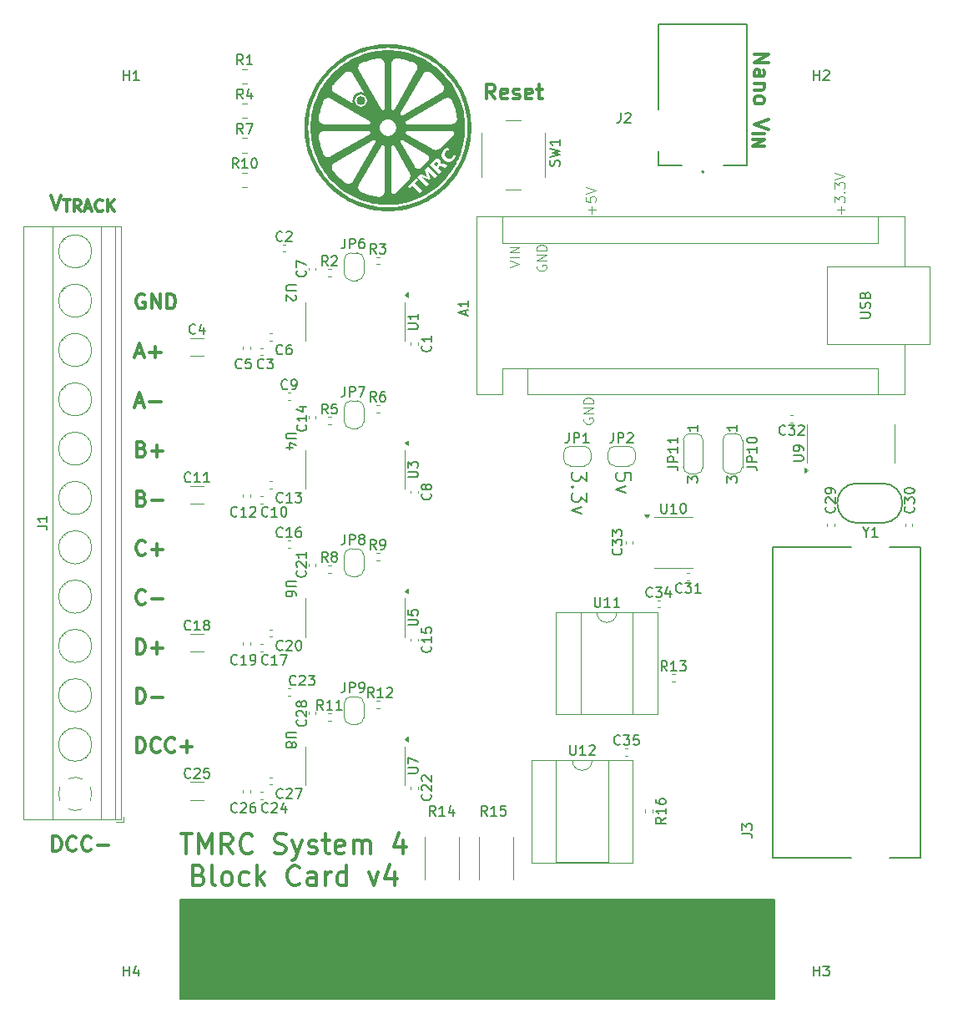
<source format=gbr>
%TF.GenerationSoftware,KiCad,Pcbnew,8.0.6*%
%TF.CreationDate,2024-11-13T03:04:11-05:00*%
%TF.ProjectId,LCC_Booster,4c43435f-426f-46f7-9374-65722e6b6963,4*%
%TF.SameCoordinates,Original*%
%TF.FileFunction,Legend,Top*%
%TF.FilePolarity,Positive*%
%FSLAX46Y46*%
G04 Gerber Fmt 4.6, Leading zero omitted, Abs format (unit mm)*
G04 Created by KiCad (PCBNEW 8.0.6) date 2024-11-13 03:04:11*
%MOMM*%
%LPD*%
G01*
G04 APERTURE LIST*
%ADD10C,0.000000*%
%ADD11C,0.200000*%
%ADD12C,0.187500*%
%ADD13C,0.300000*%
%ADD14C,0.100000*%
%ADD15C,0.150000*%
%ADD16C,0.120000*%
%ADD17C,0.127000*%
G04 APERTURE END LIST*
D10*
G36*
X60977128Y-33425949D02*
G01*
X60984775Y-33426599D01*
X60992448Y-33427789D01*
X61000146Y-33429522D01*
X61007868Y-33431796D01*
X61015615Y-33434613D01*
X61023387Y-33437971D01*
X61031183Y-33441872D01*
X61039003Y-33446316D01*
X61046848Y-33451303D01*
X61054716Y-33456832D01*
X61062609Y-33462905D01*
X61070525Y-33469521D01*
X61078466Y-33476681D01*
X61086429Y-33484385D01*
X61094212Y-33492427D01*
X61101451Y-33500447D01*
X61108148Y-33508444D01*
X61114302Y-33516418D01*
X61119913Y-33524368D01*
X61124982Y-33532295D01*
X61129508Y-33540197D01*
X61133491Y-33548076D01*
X61136932Y-33555930D01*
X61139831Y-33563759D01*
X61142187Y-33571564D01*
X61144002Y-33579343D01*
X61145273Y-33587097D01*
X61146003Y-33594825D01*
X61146191Y-33602527D01*
X61145836Y-33610203D01*
X61145011Y-33617846D01*
X61143629Y-33625605D01*
X61141691Y-33633481D01*
X61139196Y-33641473D01*
X61136145Y-33649582D01*
X61132536Y-33657808D01*
X61128371Y-33666152D01*
X61123649Y-33674612D01*
X61118370Y-33683190D01*
X61112533Y-33691885D01*
X61106139Y-33700697D01*
X61099188Y-33709628D01*
X61091679Y-33718676D01*
X61083613Y-33727842D01*
X61074988Y-33737126D01*
X61065806Y-33746528D01*
X60964373Y-33847831D01*
X60724800Y-33608257D01*
X60826233Y-33506954D01*
X60835632Y-33497769D01*
X60844908Y-33489137D01*
X60854060Y-33481057D01*
X60863090Y-33473529D01*
X60871996Y-33466554D01*
X60880780Y-33460131D01*
X60889441Y-33454261D01*
X60897980Y-33448942D01*
X60906397Y-33444176D01*
X60914692Y-33439963D01*
X60922865Y-33436301D01*
X60930916Y-33433192D01*
X60938846Y-33430634D01*
X60946655Y-33428629D01*
X60954342Y-33427176D01*
X60961909Y-33426274D01*
X60961908Y-33426274D01*
X60969505Y-33425841D01*
X60977128Y-33425949D01*
G37*
G36*
X53315486Y-26790048D02*
G01*
X53338488Y-26791515D01*
X53361300Y-26794206D01*
X53383873Y-26798101D01*
X53406163Y-26803185D01*
X53428122Y-26809439D01*
X53449704Y-26816845D01*
X53470862Y-26825388D01*
X53491551Y-26835048D01*
X53511724Y-26845808D01*
X53531334Y-26857652D01*
X53550336Y-26870561D01*
X53568682Y-26884517D01*
X53586327Y-26899504D01*
X53603224Y-26915504D01*
X53618451Y-26931519D01*
X53632695Y-26948105D01*
X53645958Y-26965226D01*
X53658237Y-26982842D01*
X53669535Y-27000916D01*
X53679850Y-27019409D01*
X53689182Y-27038284D01*
X53697533Y-27057502D01*
X53704900Y-27077025D01*
X53711286Y-27096815D01*
X53716689Y-27116833D01*
X53721110Y-27137043D01*
X53724548Y-27157405D01*
X53727004Y-27177881D01*
X53728478Y-27198434D01*
X53728969Y-27219024D01*
X53728478Y-27239615D01*
X53727004Y-27260168D01*
X53724548Y-27280644D01*
X53721110Y-27301006D01*
X53716689Y-27321215D01*
X53711286Y-27341234D01*
X53704900Y-27361024D01*
X53697533Y-27380547D01*
X53689182Y-27399765D01*
X53679850Y-27418640D01*
X53669535Y-27437133D01*
X53658237Y-27455207D01*
X53645958Y-27472823D01*
X53632695Y-27489943D01*
X53618451Y-27506530D01*
X53603224Y-27522544D01*
X53587209Y-27537772D01*
X53570623Y-27552017D01*
X53553502Y-27565280D01*
X53535886Y-27577560D01*
X53517812Y-27588857D01*
X53499319Y-27599173D01*
X53480444Y-27608506D01*
X53461226Y-27616856D01*
X53441703Y-27624224D01*
X53421914Y-27630610D01*
X53401895Y-27636013D01*
X53381685Y-27640434D01*
X53361323Y-27643873D01*
X53340847Y-27646329D01*
X53320294Y-27647802D01*
X53299703Y-27648294D01*
X53279113Y-27647802D01*
X53258560Y-27646329D01*
X53238084Y-27643873D01*
X53217722Y-27640434D01*
X53197512Y-27636013D01*
X53177493Y-27630610D01*
X53157704Y-27624224D01*
X53138181Y-27616856D01*
X53118963Y-27608506D01*
X53100088Y-27599173D01*
X53081595Y-27588857D01*
X53063521Y-27577560D01*
X53045905Y-27565280D01*
X53028784Y-27552017D01*
X53012198Y-27537772D01*
X52996183Y-27522544D01*
X52980956Y-27506530D01*
X52966712Y-27489943D01*
X52953449Y-27472823D01*
X52941170Y-27455207D01*
X52929872Y-27437133D01*
X52919557Y-27418640D01*
X52910224Y-27399765D01*
X52901874Y-27380547D01*
X52894506Y-27361024D01*
X52888121Y-27341234D01*
X52882718Y-27321215D01*
X52878297Y-27301006D01*
X52874859Y-27280644D01*
X52872403Y-27260168D01*
X52870929Y-27239615D01*
X52870438Y-27219024D01*
X52870929Y-27198434D01*
X52872403Y-27177881D01*
X52874859Y-27157405D01*
X52878297Y-27137043D01*
X52882718Y-27116833D01*
X52888121Y-27096815D01*
X52894506Y-27077025D01*
X52901874Y-27057502D01*
X52910224Y-27038284D01*
X52919557Y-27019409D01*
X52929872Y-27000916D01*
X52941170Y-26982842D01*
X52953449Y-26965226D01*
X52966712Y-26948105D01*
X52980956Y-26931519D01*
X52996183Y-26915504D01*
X53010154Y-26902153D01*
X53024657Y-26889486D01*
X53039666Y-26877517D01*
X53055155Y-26866256D01*
X53071099Y-26855717D01*
X53087471Y-26845911D01*
X53104246Y-26836851D01*
X53121398Y-26828548D01*
X53138902Y-26821015D01*
X53156731Y-26814263D01*
X53174859Y-26808306D01*
X53193262Y-26803155D01*
X53211912Y-26798822D01*
X53230784Y-26795319D01*
X53249853Y-26792659D01*
X53269092Y-26790853D01*
X53292338Y-26789822D01*
X53315486Y-26790048D01*
G37*
G36*
X56476027Y-21504018D02*
G01*
X56905999Y-21536713D01*
X57329720Y-21590555D01*
X57746658Y-21665012D01*
X58156280Y-21759552D01*
X58558055Y-21873643D01*
X58951451Y-22006754D01*
X59335935Y-22158352D01*
X59710977Y-22327905D01*
X60076043Y-22514881D01*
X60430602Y-22718748D01*
X60774122Y-22938975D01*
X61106070Y-23175028D01*
X61425916Y-23426377D01*
X61733126Y-23692489D01*
X62027169Y-23972833D01*
X62307512Y-24266875D01*
X62573625Y-24574084D01*
X62824974Y-24893929D01*
X63061028Y-25225877D01*
X63281255Y-25569396D01*
X63485123Y-25923954D01*
X63672099Y-26289020D01*
X63841652Y-26664061D01*
X63993251Y-27048544D01*
X64126361Y-27441940D01*
X64240453Y-27843714D01*
X64334994Y-28253335D01*
X64409451Y-28670272D01*
X64463293Y-29093992D01*
X64495988Y-29523963D01*
X64507003Y-29959653D01*
X64495988Y-30395343D01*
X64463293Y-30825314D01*
X64409450Y-31249034D01*
X64334993Y-31665971D01*
X64240452Y-32075593D01*
X64126361Y-32477367D01*
X63993250Y-32870762D01*
X63841652Y-33255246D01*
X63672098Y-33630287D01*
X63485122Y-33995352D01*
X63281254Y-34349910D01*
X63061027Y-34693430D01*
X62824973Y-35025377D01*
X62573624Y-35345222D01*
X62307512Y-35652432D01*
X62027168Y-35946474D01*
X61733125Y-36226817D01*
X61425915Y-36492929D01*
X61106070Y-36744278D01*
X60774121Y-36980332D01*
X60430602Y-37200558D01*
X60076043Y-37404425D01*
X59710976Y-37591401D01*
X59335935Y-37760954D01*
X58951451Y-37912552D01*
X58558055Y-38045663D01*
X58156280Y-38159754D01*
X57746658Y-38254294D01*
X57329720Y-38328751D01*
X56905999Y-38382593D01*
X56476027Y-38415288D01*
X56040336Y-38426304D01*
X55604645Y-38415288D01*
X55174674Y-38382593D01*
X54750953Y-38328751D01*
X54334016Y-38254294D01*
X53924394Y-38159754D01*
X53522619Y-38045663D01*
X53129223Y-37912552D01*
X52744738Y-37760954D01*
X52369697Y-37591401D01*
X52004631Y-37404425D01*
X51650072Y-37200558D01*
X51306552Y-36980332D01*
X50974604Y-36744278D01*
X50654759Y-36492929D01*
X50347549Y-36226817D01*
X50053506Y-35946474D01*
X49773162Y-35652432D01*
X49507050Y-35345222D01*
X49255700Y-35025377D01*
X49019646Y-34693430D01*
X48799419Y-34349910D01*
X48595552Y-33995352D01*
X48408575Y-33630287D01*
X48239022Y-33255246D01*
X48087424Y-32870762D01*
X47954313Y-32477367D01*
X47840221Y-32075593D01*
X47745681Y-31665971D01*
X47671224Y-31249034D01*
X47617382Y-30825314D01*
X47584687Y-30395343D01*
X47573671Y-29959653D01*
X47965653Y-29959653D01*
X47976159Y-30375173D01*
X48007340Y-30785238D01*
X48058689Y-31189342D01*
X48129698Y-31586976D01*
X48219861Y-31977634D01*
X48328671Y-32360808D01*
X48455618Y-32735990D01*
X48600198Y-33102674D01*
X48761901Y-33460352D01*
X48940220Y-33808516D01*
X49134649Y-34146660D01*
X49344680Y-34474275D01*
X49569805Y-34790855D01*
X49809517Y-35095891D01*
X50063309Y-35388878D01*
X50330674Y-35669307D01*
X50611103Y-35936671D01*
X50904090Y-36190462D01*
X51209127Y-36430174D01*
X51525708Y-36655299D01*
X51853323Y-36865329D01*
X52191467Y-37059758D01*
X52539632Y-37238077D01*
X52897310Y-37399780D01*
X53263995Y-37544359D01*
X53639178Y-37671307D01*
X54022352Y-37780116D01*
X54413010Y-37870278D01*
X54810645Y-37941288D01*
X55214750Y-37992637D01*
X55624816Y-38023818D01*
X56040336Y-38034323D01*
X56455857Y-38023818D01*
X56865923Y-37992637D01*
X57270028Y-37941288D01*
X57667663Y-37870278D01*
X58058321Y-37780116D01*
X58441495Y-37671307D01*
X58816679Y-37544359D01*
X59183363Y-37399780D01*
X59541041Y-37238077D01*
X59889206Y-37059758D01*
X60227350Y-36865329D01*
X60554966Y-36655299D01*
X60871546Y-36430174D01*
X61176584Y-36190462D01*
X61469571Y-35936671D01*
X61750000Y-35669307D01*
X62017365Y-35388878D01*
X62271157Y-35095891D01*
X62510869Y-34790855D01*
X62735994Y-34474275D01*
X62946025Y-34146660D01*
X63140454Y-33808516D01*
X63318773Y-33460352D01*
X63480477Y-33102674D01*
X63625056Y-32735990D01*
X63752004Y-32360808D01*
X63860813Y-31977634D01*
X63950976Y-31586976D01*
X64021985Y-31189342D01*
X64073334Y-30785238D01*
X64104515Y-30375173D01*
X64115020Y-29959653D01*
X64104515Y-29544133D01*
X64073334Y-29134068D01*
X64021985Y-28729964D01*
X63950976Y-28332330D01*
X63860813Y-27941672D01*
X63752004Y-27558498D01*
X63625056Y-27183316D01*
X63480477Y-26816632D01*
X63318773Y-26458955D01*
X63140454Y-26110790D01*
X62946025Y-25772647D01*
X62735994Y-25445032D01*
X62510869Y-25128452D01*
X62271157Y-24823415D01*
X62017365Y-24530429D01*
X61750000Y-24250000D01*
X61469571Y-23982636D01*
X61176584Y-23728844D01*
X60871546Y-23489133D01*
X60554966Y-23264008D01*
X60227350Y-23053977D01*
X59889206Y-22859549D01*
X59541041Y-22681230D01*
X59183363Y-22519527D01*
X58816679Y-22374948D01*
X58441495Y-22248000D01*
X58058321Y-22139191D01*
X57667663Y-22049028D01*
X57270028Y-21978019D01*
X56865923Y-21926670D01*
X56455857Y-21895489D01*
X56040336Y-21884984D01*
X55624816Y-21895489D01*
X55214750Y-21926670D01*
X54810645Y-21978019D01*
X54413010Y-22049028D01*
X54022352Y-22139191D01*
X53639178Y-22248000D01*
X53263995Y-22374948D01*
X52897310Y-22519527D01*
X52539632Y-22681229D01*
X52191467Y-22859549D01*
X51853323Y-23053977D01*
X51525708Y-23264008D01*
X51209127Y-23489132D01*
X50904090Y-23728844D01*
X50611103Y-23982636D01*
X50330674Y-24250000D01*
X50063309Y-24530429D01*
X49809517Y-24823415D01*
X49569805Y-25128452D01*
X49344680Y-25445032D01*
X49134649Y-25772647D01*
X48940220Y-26110790D01*
X48761901Y-26458955D01*
X48600197Y-26816632D01*
X48455618Y-27183316D01*
X48328671Y-27558498D01*
X48219861Y-27941672D01*
X48129698Y-28332330D01*
X48058689Y-28729964D01*
X48007340Y-29134068D01*
X47976159Y-29544133D01*
X47965653Y-29959653D01*
X47573671Y-29959653D01*
X47584687Y-29523963D01*
X47617382Y-29093992D01*
X47671224Y-28670272D01*
X47745681Y-28253335D01*
X47840221Y-27843714D01*
X47954313Y-27441939D01*
X48087424Y-27048544D01*
X48239022Y-26664060D01*
X48408575Y-26289020D01*
X48595552Y-25923954D01*
X48799419Y-25569396D01*
X49019646Y-25225877D01*
X49255700Y-24893929D01*
X49507049Y-24574084D01*
X49773162Y-24266875D01*
X50053506Y-23972832D01*
X50347548Y-23692489D01*
X50654758Y-23426377D01*
X50974604Y-23175028D01*
X51306552Y-22938975D01*
X51650072Y-22718748D01*
X52004631Y-22514881D01*
X52369697Y-22327905D01*
X52744738Y-22158352D01*
X53129223Y-22006754D01*
X53522618Y-21873643D01*
X53924393Y-21759552D01*
X54334016Y-21665012D01*
X54750953Y-21590554D01*
X55174674Y-21536712D01*
X55604645Y-21504018D01*
X56040336Y-21493002D01*
X56476027Y-21504018D01*
G37*
G36*
X56443706Y-22131384D02*
G01*
X56841780Y-22161654D01*
X57234066Y-22211501D01*
X57620072Y-22280434D01*
X57999304Y-22367960D01*
X58371271Y-22473586D01*
X58735480Y-22596819D01*
X59091439Y-22737168D01*
X59438654Y-22894140D01*
X59776634Y-23067242D01*
X60104886Y-23255982D01*
X60422918Y-23459868D01*
X60730237Y-23678406D01*
X61026350Y-23911105D01*
X61310765Y-24157471D01*
X61582990Y-24417013D01*
X61842532Y-24689237D01*
X62088899Y-24973652D01*
X62321598Y-25269765D01*
X62540136Y-25577083D01*
X62744021Y-25895114D01*
X62932761Y-26223366D01*
X63105863Y-26561345D01*
X63262835Y-26908560D01*
X63403184Y-27264518D01*
X63526418Y-27628726D01*
X63632044Y-28000692D01*
X63719569Y-28379924D01*
X63788502Y-28765928D01*
X63838349Y-29158213D01*
X63868619Y-29556286D01*
X63878818Y-29959654D01*
X63874301Y-30191226D01*
X63862969Y-30422208D01*
X63844859Y-30652455D01*
X63820005Y-30881821D01*
X63788442Y-31110161D01*
X63750207Y-31337330D01*
X63705334Y-31563180D01*
X63653858Y-31787568D01*
X63595815Y-32010347D01*
X63531241Y-32231371D01*
X63460169Y-32450496D01*
X63382637Y-32667575D01*
X63298678Y-32882463D01*
X63208328Y-33095014D01*
X63111623Y-33305083D01*
X63008598Y-33512524D01*
X62962163Y-33597354D01*
X62820845Y-33853937D01*
X62670425Y-34104453D01*
X62511113Y-34348689D01*
X62343121Y-34586430D01*
X62166663Y-34817462D01*
X61981949Y-35041571D01*
X61789193Y-35258542D01*
X61588606Y-35468161D01*
X61380401Y-35670215D01*
X61164789Y-35864488D01*
X60941983Y-36050766D01*
X60712194Y-36228837D01*
X60475636Y-36398484D01*
X60232520Y-36559494D01*
X59983059Y-36711653D01*
X59727463Y-36854746D01*
X59672207Y-36884968D01*
X59637963Y-36903388D01*
X59428341Y-37009220D01*
X59215981Y-37108572D01*
X59001035Y-37201406D01*
X58783654Y-37287686D01*
X58563989Y-37367373D01*
X58342193Y-37440430D01*
X58118417Y-37506819D01*
X57892812Y-37566504D01*
X57665531Y-37619447D01*
X57436724Y-37665610D01*
X57206543Y-37704957D01*
X56975140Y-37737448D01*
X56742666Y-37763048D01*
X56509273Y-37781719D01*
X56275113Y-37793423D01*
X56040336Y-37798122D01*
X55636967Y-37787923D01*
X55238893Y-37757653D01*
X54846607Y-37707805D01*
X54460601Y-37638873D01*
X54081369Y-37551347D01*
X53709402Y-37445721D01*
X53345193Y-37322488D01*
X52989235Y-37182139D01*
X52642019Y-37025167D01*
X52304039Y-36852065D01*
X51975787Y-36663325D01*
X51657756Y-36459440D01*
X51350437Y-36240902D01*
X51082997Y-36030737D01*
X53032890Y-36030737D01*
X53033319Y-36058520D01*
X53035181Y-36086104D01*
X53038461Y-36113434D01*
X53043148Y-36140454D01*
X53049230Y-36167111D01*
X53056694Y-36193350D01*
X53065527Y-36219116D01*
X53075717Y-36244355D01*
X53087252Y-36269012D01*
X53100119Y-36293034D01*
X53114306Y-36316364D01*
X53129801Y-36338949D01*
X53146590Y-36360734D01*
X53164662Y-36381664D01*
X53184004Y-36401686D01*
X53204604Y-36420744D01*
X53226449Y-36438784D01*
X53249528Y-36455751D01*
X53273826Y-36471591D01*
X53299333Y-36486249D01*
X53326035Y-36499671D01*
X53353921Y-36511802D01*
X53564059Y-36592580D01*
X53776487Y-36666587D01*
X53991041Y-36733781D01*
X54207562Y-36794117D01*
X54425888Y-36847555D01*
X54645858Y-36894050D01*
X54867311Y-36933561D01*
X55090084Y-36966044D01*
X55120347Y-36969124D01*
X55150227Y-36970497D01*
X55179688Y-36970206D01*
X55208690Y-36968293D01*
X55237197Y-36964798D01*
X55265171Y-36959764D01*
X55292572Y-36953231D01*
X55319364Y-36945242D01*
X55345508Y-36935838D01*
X55370967Y-36925061D01*
X55395702Y-36912951D01*
X55419675Y-36899551D01*
X55442849Y-36884902D01*
X55465186Y-36869046D01*
X55486648Y-36852024D01*
X55507196Y-36833877D01*
X55526792Y-36814648D01*
X55545400Y-36794377D01*
X55562980Y-36773107D01*
X55579495Y-36750878D01*
X55594908Y-36727733D01*
X55609179Y-36703712D01*
X55622271Y-36678858D01*
X55634146Y-36653211D01*
X55644766Y-36626815D01*
X55654093Y-36599709D01*
X55662090Y-36571935D01*
X55668717Y-36543536D01*
X55673938Y-36514552D01*
X55677714Y-36485025D01*
X55680008Y-36454996D01*
X55680304Y-36443315D01*
X56399892Y-36443315D01*
X56400651Y-36463508D01*
X56402893Y-36483034D01*
X56406548Y-36501863D01*
X56411549Y-36519967D01*
X56417826Y-36537318D01*
X56425311Y-36553887D01*
X56433936Y-36569646D01*
X56443631Y-36584566D01*
X56454329Y-36598619D01*
X56465960Y-36611776D01*
X56478456Y-36624010D01*
X56491749Y-36635291D01*
X56505770Y-36645592D01*
X56520450Y-36654883D01*
X56535720Y-36663136D01*
X56551513Y-36670324D01*
X56567759Y-36676416D01*
X56584390Y-36681386D01*
X56601338Y-36685205D01*
X56618533Y-36687843D01*
X56635908Y-36689273D01*
X56653393Y-36689467D01*
X56670921Y-36688395D01*
X56688422Y-36686030D01*
X56705827Y-36682343D01*
X56723069Y-36677305D01*
X56740079Y-36670888D01*
X56756788Y-36663064D01*
X56773127Y-36653804D01*
X56789029Y-36643080D01*
X56804423Y-36630863D01*
X56819243Y-36617126D01*
X57501576Y-35934724D01*
X58049410Y-35934724D01*
X58231392Y-36116706D01*
X58541657Y-35806441D01*
X59293584Y-36558367D01*
X59534454Y-36317496D01*
X58782528Y-35565571D01*
X59092145Y-35255955D01*
X58910163Y-35073973D01*
X58049410Y-35934724D01*
X57501576Y-35934724D01*
X58079761Y-35356480D01*
X58123819Y-35308574D01*
X58163220Y-35257812D01*
X58197922Y-35204509D01*
X58227884Y-35148979D01*
X58253063Y-35091537D01*
X58273420Y-35032499D01*
X58288912Y-34972180D01*
X58292838Y-34949452D01*
X59034684Y-34949452D01*
X59968593Y-35883360D01*
X60196882Y-35655071D01*
X59513831Y-34972021D01*
X60232552Y-35260366D01*
X60385220Y-35107698D01*
X60096746Y-34388977D01*
X60779927Y-35072027D01*
X61007567Y-34844387D01*
X60073658Y-33910480D01*
X59767803Y-34216334D01*
X60053683Y-34929996D01*
X59341188Y-34642949D01*
X59034684Y-34949452D01*
X58292838Y-34949452D01*
X58299498Y-34910894D01*
X58305137Y-34848956D01*
X58305786Y-34786682D01*
X58301406Y-34724386D01*
X58291953Y-34662384D01*
X58277387Y-34600990D01*
X58257667Y-34540520D01*
X58232750Y-34481288D01*
X58202596Y-34423610D01*
X56696408Y-31815023D01*
X56691811Y-31807552D01*
X56686836Y-31800382D01*
X56681499Y-31793524D01*
X56675815Y-31786991D01*
X56669801Y-31780793D01*
X56663472Y-31774942D01*
X56656846Y-31769448D01*
X56649936Y-31764324D01*
X56642761Y-31759581D01*
X56635335Y-31755229D01*
X56627674Y-31751280D01*
X56619795Y-31747746D01*
X56611714Y-31744637D01*
X56603446Y-31741965D01*
X56595007Y-31739741D01*
X56586414Y-31737976D01*
X56586414Y-31737969D01*
X56577315Y-31736626D01*
X56568279Y-31735809D01*
X56559320Y-31735508D01*
X56550453Y-31735708D01*
X56541693Y-31736398D01*
X56533055Y-31737565D01*
X56524554Y-31739197D01*
X56516204Y-31741282D01*
X56508020Y-31743806D01*
X56500018Y-31746757D01*
X56492211Y-31750123D01*
X56484616Y-31753892D01*
X56477247Y-31758050D01*
X56470118Y-31762586D01*
X56463244Y-31767487D01*
X56456641Y-31772740D01*
X56450324Y-31778333D01*
X56444306Y-31784253D01*
X56438604Y-31790488D01*
X56433231Y-31797026D01*
X56428203Y-31803854D01*
X56423534Y-31810959D01*
X56419240Y-31818329D01*
X56415335Y-31825952D01*
X56411834Y-31833815D01*
X56408752Y-31841906D01*
X56406104Y-31850211D01*
X56403905Y-31858719D01*
X56402169Y-31867418D01*
X56400912Y-31876294D01*
X56400147Y-31885335D01*
X56399892Y-31894528D01*
X56399892Y-36443315D01*
X55680304Y-36443315D01*
X55680781Y-36424508D01*
X55680781Y-31894528D01*
X55680781Y-31894405D01*
X55680526Y-31885212D01*
X55679762Y-31876171D01*
X55678505Y-31867297D01*
X55676770Y-31858601D01*
X55674571Y-31850095D01*
X55671924Y-31841793D01*
X55668842Y-31833706D01*
X55665341Y-31825847D01*
X55661437Y-31818229D01*
X55657143Y-31810863D01*
X55652474Y-31803763D01*
X55647446Y-31796941D01*
X55642073Y-31790408D01*
X55636371Y-31784179D01*
X55630353Y-31778264D01*
X55624035Y-31772677D01*
X55617432Y-31767430D01*
X55610559Y-31762536D01*
X55603430Y-31758006D01*
X55596060Y-31753854D01*
X55588464Y-31750091D01*
X55580658Y-31746730D01*
X55572655Y-31743784D01*
X55564471Y-31741265D01*
X55556121Y-31739185D01*
X55547620Y-31737557D01*
X55538981Y-31736394D01*
X55530221Y-31735707D01*
X55521354Y-31735509D01*
X55512395Y-31735813D01*
X55503358Y-31736632D01*
X55494260Y-31737976D01*
X55494260Y-31737977D01*
X55485666Y-31739740D01*
X55477228Y-31741960D01*
X55468960Y-31744626D01*
X55460878Y-31747726D01*
X55452999Y-31751251D01*
X55445338Y-31755189D01*
X55437912Y-31759529D01*
X55430736Y-31764260D01*
X55423827Y-31769372D01*
X55417200Y-31774854D01*
X55410872Y-31780694D01*
X55404858Y-31786882D01*
X55399174Y-31793407D01*
X55393837Y-31800258D01*
X55388862Y-31807424D01*
X55384266Y-31814895D01*
X53110067Y-35753910D01*
X53095497Y-35780692D01*
X53082482Y-35807819D01*
X53071012Y-35835238D01*
X53061072Y-35862893D01*
X53052651Y-35890730D01*
X53045736Y-35918695D01*
X53040315Y-35946732D01*
X53036375Y-35974788D01*
X53033904Y-36002808D01*
X53032890Y-36030737D01*
X51082997Y-36030737D01*
X51054324Y-36008204D01*
X50769908Y-35761838D01*
X50497684Y-35502297D01*
X50238142Y-35230072D01*
X49991775Y-34945657D01*
X49759076Y-34649545D01*
X49540538Y-34342227D01*
X49336653Y-34024196D01*
X49303098Y-33965838D01*
X50342469Y-33965838D01*
X50342981Y-33993208D01*
X50344995Y-34020590D01*
X50348528Y-34047929D01*
X50353596Y-34075173D01*
X50360215Y-34102267D01*
X50368403Y-34129158D01*
X50378177Y-34155794D01*
X50389552Y-34182119D01*
X50402546Y-34208081D01*
X50417176Y-34233627D01*
X50433458Y-34258702D01*
X50451408Y-34283254D01*
X50591613Y-34458550D01*
X50737186Y-34629187D01*
X50888008Y-34795046D01*
X51043962Y-34956011D01*
X51204929Y-35111963D01*
X51370790Y-35262786D01*
X51541429Y-35408360D01*
X51716725Y-35548570D01*
X51741277Y-35566520D01*
X51766352Y-35582802D01*
X51791898Y-35597432D01*
X51817860Y-35610426D01*
X51844186Y-35621801D01*
X51870821Y-35631575D01*
X51897713Y-35639763D01*
X51924807Y-35646382D01*
X51952051Y-35651450D01*
X51979390Y-35654983D01*
X52006772Y-35656997D01*
X52034142Y-35657509D01*
X52061447Y-35656536D01*
X52088635Y-35654095D01*
X52115650Y-35650203D01*
X52142441Y-35644876D01*
X52168952Y-35638130D01*
X52195132Y-35629983D01*
X52220925Y-35620451D01*
X52246280Y-35609552D01*
X52271141Y-35597300D01*
X52295457Y-35583715D01*
X52319173Y-35568811D01*
X52342235Y-35552606D01*
X52364591Y-35535117D01*
X52386186Y-35516360D01*
X52406968Y-35496352D01*
X52426883Y-35475110D01*
X52445877Y-35452650D01*
X52463896Y-35428989D01*
X52480888Y-35404144D01*
X52496799Y-35378132D01*
X54761659Y-31455468D01*
X54766623Y-31446200D01*
X54770907Y-31436804D01*
X54774525Y-31427305D01*
X54777489Y-31417728D01*
X54779811Y-31408097D01*
X54781504Y-31398437D01*
X54782579Y-31388774D01*
X54783008Y-31379979D01*
X57297963Y-31379979D01*
X57298393Y-31388526D01*
X57299292Y-31397079D01*
X57300666Y-31405620D01*
X57302523Y-31414130D01*
X57304869Y-31422592D01*
X57307710Y-31430988D01*
X57311054Y-31439298D01*
X57314905Y-31447506D01*
X57319273Y-31455592D01*
X58728957Y-33897242D01*
X58743573Y-33920906D01*
X58759327Y-33943318D01*
X58776155Y-33964469D01*
X58793991Y-33984351D01*
X58812775Y-34002955D01*
X58832440Y-34020274D01*
X58852924Y-34036298D01*
X58874163Y-34051019D01*
X58896093Y-34064428D01*
X58918650Y-34076518D01*
X58941771Y-34087280D01*
X58965392Y-34096705D01*
X58989450Y-34104785D01*
X59013880Y-34111511D01*
X59038619Y-34116876D01*
X59063603Y-34120870D01*
X59088768Y-34123486D01*
X59114051Y-34124714D01*
X59139389Y-34124547D01*
X59164716Y-34122976D01*
X59189970Y-34119992D01*
X59215087Y-34115588D01*
X59240003Y-34109754D01*
X59264654Y-34102482D01*
X59288978Y-34093764D01*
X59312909Y-34083592D01*
X59336384Y-34071957D01*
X59359340Y-34058850D01*
X59381713Y-34044263D01*
X59403439Y-34028188D01*
X59424454Y-34010617D01*
X59444695Y-33991540D01*
X59761568Y-33674667D01*
X60309468Y-33674667D01*
X61243377Y-34608575D01*
X61484249Y-34367704D01*
X61130789Y-34014246D01*
X61199017Y-33946149D01*
X61206374Y-33938992D01*
X61213746Y-33932219D01*
X61221132Y-33925832D01*
X61228532Y-33919831D01*
X61235947Y-33914215D01*
X61243376Y-33908984D01*
X61250820Y-33904140D01*
X61258279Y-33899681D01*
X61265752Y-33895609D01*
X61273240Y-33891922D01*
X61280743Y-33888622D01*
X61288260Y-33885709D01*
X61295793Y-33883182D01*
X61303340Y-33881042D01*
X61310902Y-33879288D01*
X61318479Y-33877922D01*
X61326311Y-33876850D01*
X61334479Y-33876135D01*
X61342985Y-33875778D01*
X61351829Y-33875778D01*
X61361009Y-33876135D01*
X61370527Y-33876849D01*
X61380382Y-33877920D01*
X61390574Y-33879348D01*
X61401103Y-33881132D01*
X61411969Y-33883273D01*
X61423173Y-33885771D01*
X61434714Y-33888625D01*
X61446592Y-33891836D01*
X61458807Y-33895403D01*
X61484249Y-33903605D01*
X61830185Y-34021770D01*
X62086621Y-33765334D01*
X61690617Y-33630826D01*
X61661092Y-33621294D01*
X61632881Y-33613027D01*
X61605981Y-33606027D01*
X61593023Y-33603003D01*
X61580393Y-33600297D01*
X61568090Y-33597908D01*
X61556114Y-33595837D01*
X61544465Y-33594084D01*
X61533144Y-33592650D01*
X61522149Y-33591533D01*
X61511481Y-33590736D01*
X61501139Y-33590257D01*
X61491124Y-33590097D01*
X61481342Y-33590096D01*
X61471700Y-33590403D01*
X61462198Y-33591019D01*
X61452838Y-33591944D01*
X61443618Y-33593178D01*
X61434539Y-33594720D01*
X61425601Y-33596570D01*
X61416805Y-33598729D01*
X61408151Y-33601195D01*
X61399638Y-33603969D01*
X61391268Y-33607051D01*
X61383040Y-33610439D01*
X61374955Y-33614136D01*
X61367012Y-33618139D01*
X61359213Y-33622448D01*
X61351556Y-33627065D01*
X61358997Y-33612343D01*
X61365838Y-33597733D01*
X61372078Y-33583236D01*
X61377718Y-33568851D01*
X61382757Y-33554579D01*
X61387195Y-33540419D01*
X61391033Y-33526371D01*
X61394269Y-33512436D01*
X61396904Y-33498614D01*
X61398938Y-33484903D01*
X61400371Y-33471305D01*
X61401203Y-33457820D01*
X61401432Y-33444447D01*
X61401061Y-33431186D01*
X61400087Y-33418038D01*
X61398512Y-33405002D01*
X61396409Y-33391990D01*
X61393697Y-33379072D01*
X61390375Y-33366247D01*
X61386444Y-33353515D01*
X61381903Y-33340876D01*
X61376752Y-33328330D01*
X61370991Y-33315877D01*
X61364619Y-33303516D01*
X61357636Y-33291249D01*
X61350042Y-33279074D01*
X61341837Y-33266993D01*
X61333020Y-33255003D01*
X61323591Y-33243107D01*
X61313550Y-33231303D01*
X61302896Y-33219592D01*
X61291630Y-33207974D01*
X61276946Y-33193805D01*
X61262176Y-33180583D01*
X61247319Y-33168308D01*
X61232376Y-33156979D01*
X61217347Y-33146597D01*
X61202232Y-33137161D01*
X61187031Y-33128671D01*
X61171744Y-33121128D01*
X61156371Y-33114532D01*
X61140912Y-33108883D01*
X61125367Y-33104180D01*
X61109735Y-33100424D01*
X61094018Y-33097614D01*
X61078215Y-33095752D01*
X61062325Y-33094836D01*
X61046350Y-33094867D01*
X61046349Y-33094866D01*
X61041769Y-33095050D01*
X61037182Y-33095311D01*
X61032588Y-33095651D01*
X61027987Y-33096067D01*
X61023378Y-33096561D01*
X61018763Y-33097131D01*
X61014141Y-33097777D01*
X61009512Y-33098498D01*
X60990914Y-33102098D01*
X60972027Y-33106953D01*
X60952852Y-33113065D01*
X60933388Y-33120433D01*
X60913635Y-33129056D01*
X60893593Y-33138936D01*
X60873263Y-33150072D01*
X60852645Y-33162464D01*
X60831738Y-33176112D01*
X60810543Y-33191016D01*
X60789060Y-33207176D01*
X60767289Y-33224591D01*
X60745230Y-33243263D01*
X60722883Y-33263190D01*
X60700248Y-33284373D01*
X60677325Y-33306811D01*
X60309468Y-33674667D01*
X59761568Y-33674667D01*
X60072230Y-33364006D01*
X60091307Y-33343765D01*
X60108878Y-33322750D01*
X60124953Y-33301024D01*
X60139540Y-33278651D01*
X60152647Y-33255696D01*
X60164282Y-33232220D01*
X60174455Y-33208289D01*
X60183172Y-33183966D01*
X60190444Y-33159315D01*
X60196278Y-33134399D01*
X60200683Y-33109282D01*
X60203666Y-33084028D01*
X60205238Y-33058700D01*
X60205405Y-33033363D01*
X60204176Y-33008080D01*
X60201561Y-32982915D01*
X60197567Y-32957931D01*
X60192202Y-32933192D01*
X60185475Y-32908762D01*
X60177395Y-32884704D01*
X60167970Y-32861083D01*
X60157209Y-32837962D01*
X60145119Y-32815405D01*
X60131709Y-32793475D01*
X60116988Y-32772236D01*
X60100964Y-32751752D01*
X60083646Y-32732087D01*
X60071038Y-32719358D01*
X61492420Y-32719358D01*
X61492537Y-32752501D01*
X61494451Y-32785313D01*
X61498164Y-32817792D01*
X61503674Y-32849940D01*
X61510982Y-32881755D01*
X61520089Y-32913238D01*
X61530994Y-32944389D01*
X61543697Y-32975208D01*
X61558198Y-33005694D01*
X61574498Y-33035848D01*
X61592596Y-33065669D01*
X61612494Y-33095158D01*
X61634190Y-33124315D01*
X61657685Y-33153139D01*
X61682979Y-33181630D01*
X61710072Y-33209789D01*
X61738158Y-33236811D01*
X61766586Y-33262045D01*
X61795356Y-33285493D01*
X61824469Y-33307153D01*
X61853924Y-33327026D01*
X61883721Y-33345111D01*
X61913860Y-33361408D01*
X61944341Y-33375917D01*
X61975164Y-33388637D01*
X62006330Y-33399568D01*
X62037837Y-33408710D01*
X62069687Y-33416062D01*
X62101878Y-33421625D01*
X62134412Y-33425397D01*
X62167287Y-33427380D01*
X62200504Y-33427571D01*
X62233684Y-33425902D01*
X62266604Y-33422460D01*
X62299265Y-33417243D01*
X62331666Y-33410253D01*
X62363808Y-33401488D01*
X62395690Y-33390950D01*
X62427314Y-33378638D01*
X62458678Y-33364552D01*
X62489783Y-33348691D01*
X62520630Y-33331057D01*
X62551217Y-33311649D01*
X62581546Y-33290467D01*
X62611616Y-33267511D01*
X62641427Y-33242781D01*
X62670980Y-33216276D01*
X62700275Y-33187998D01*
X62719449Y-33168271D01*
X62737878Y-33148187D01*
X62755561Y-33127748D01*
X62772500Y-33106956D01*
X62788696Y-33085811D01*
X62804150Y-33064317D01*
X62818864Y-33042474D01*
X62832839Y-33020284D01*
X62846095Y-32997745D01*
X62858652Y-32974856D01*
X62870508Y-32951614D01*
X62881662Y-32928022D01*
X62892112Y-32904077D01*
X62901857Y-32879780D01*
X62910895Y-32855131D01*
X62919225Y-32830130D01*
X62725958Y-32636863D01*
X62720287Y-32664598D01*
X62713908Y-32691507D01*
X62706822Y-32717591D01*
X62699031Y-32742853D01*
X62690537Y-32767293D01*
X62681340Y-32790915D01*
X62671442Y-32813718D01*
X62660844Y-32835707D01*
X62655261Y-32846442D01*
X62649459Y-32857068D01*
X62643437Y-32867583D01*
X62637195Y-32877988D01*
X62630734Y-32888281D01*
X62624053Y-32898463D01*
X62617152Y-32908533D01*
X62610032Y-32918492D01*
X62602691Y-32928337D01*
X62595130Y-32938071D01*
X62587350Y-32947691D01*
X62579349Y-32957197D01*
X62571128Y-32966590D01*
X62562687Y-32975869D01*
X62554026Y-32985033D01*
X62545144Y-32994083D01*
X62528929Y-33009652D01*
X62512499Y-33024147D01*
X62495855Y-33037567D01*
X62478995Y-33049912D01*
X62461921Y-33061182D01*
X62444632Y-33071377D01*
X62427128Y-33080497D01*
X62409409Y-33088542D01*
X62391475Y-33095511D01*
X62373325Y-33101406D01*
X62354961Y-33106225D01*
X62336382Y-33109969D01*
X62317587Y-33112638D01*
X62298577Y-33114232D01*
X62279352Y-33114750D01*
X62259912Y-33114193D01*
X62240410Y-33112567D01*
X62221000Y-33109880D01*
X62201682Y-33106131D01*
X62182456Y-33101321D01*
X62163323Y-33095450D01*
X62144282Y-33088517D01*
X62125334Y-33080524D01*
X62106478Y-33071470D01*
X62087715Y-33061356D01*
X62069045Y-33050181D01*
X62050468Y-33037946D01*
X62031985Y-33024651D01*
X62013595Y-33010297D01*
X61995298Y-32994883D01*
X61977095Y-32978409D01*
X61958986Y-32960877D01*
X61941379Y-32942693D01*
X61924838Y-32924423D01*
X61909363Y-32906065D01*
X61894954Y-32887621D01*
X61881611Y-32869090D01*
X61869334Y-32850471D01*
X61858122Y-32831764D01*
X61847976Y-32812970D01*
X61838896Y-32794087D01*
X61830880Y-32775117D01*
X61823930Y-32756058D01*
X61818045Y-32736911D01*
X61813224Y-32717675D01*
X61809469Y-32698350D01*
X61806777Y-32678936D01*
X61805151Y-32659432D01*
X61804594Y-32639991D01*
X61805112Y-32620762D01*
X61806705Y-32601745D01*
X61809374Y-32582942D01*
X61813118Y-32564353D01*
X61817938Y-32545978D01*
X61823832Y-32527817D01*
X61830802Y-32509871D01*
X61838847Y-32492139D01*
X61847967Y-32474624D01*
X61858162Y-32457324D01*
X61869432Y-32440240D01*
X61881777Y-32423372D01*
X61895197Y-32406721D01*
X61909692Y-32390287D01*
X61925262Y-32374071D01*
X61934310Y-32365189D01*
X61943470Y-32356528D01*
X61952743Y-32348087D01*
X61962127Y-32339866D01*
X61971624Y-32331865D01*
X61981233Y-32324085D01*
X61990954Y-32316524D01*
X62000788Y-32309184D01*
X62010734Y-32302063D01*
X62020793Y-32295162D01*
X62030964Y-32288481D01*
X62041248Y-32282020D01*
X62051644Y-32275778D01*
X62062153Y-32269756D01*
X62072774Y-32263954D01*
X62083508Y-32258370D01*
X62105496Y-32247779D01*
X62128301Y-32237896D01*
X62151922Y-32228720D01*
X62176363Y-32220249D01*
X62201624Y-32212482D01*
X62227709Y-32205417D01*
X62254618Y-32199052D01*
X62282353Y-32193386D01*
X62089086Y-32000119D01*
X62089083Y-32000119D01*
X62064082Y-32008444D01*
X62039433Y-32017467D01*
X62015136Y-32027192D01*
X61991191Y-32037618D01*
X61967599Y-32048748D01*
X61944357Y-32060584D01*
X61921468Y-32073126D01*
X61898929Y-32086376D01*
X61876745Y-32100351D01*
X61854916Y-32115065D01*
X61833443Y-32130519D01*
X61812322Y-32146715D01*
X61791553Y-32163654D01*
X61771135Y-32181337D01*
X61751066Y-32199765D01*
X61731345Y-32218939D01*
X61703069Y-32248236D01*
X61676573Y-32277797D01*
X61651856Y-32307622D01*
X61628918Y-32337711D01*
X61607759Y-32368063D01*
X61588380Y-32398679D01*
X61570780Y-32429560D01*
X61554958Y-32460704D01*
X61540916Y-32492111D01*
X61528652Y-32523783D01*
X61518167Y-32555719D01*
X61509461Y-32587919D01*
X61502533Y-32620382D01*
X61497384Y-32653110D01*
X61494013Y-32686102D01*
X61492420Y-32719358D01*
X60071038Y-32719358D01*
X60065042Y-32713304D01*
X60045160Y-32695467D01*
X60024008Y-32678640D01*
X60001596Y-32662886D01*
X59977932Y-32648270D01*
X57536277Y-31238587D01*
X57532440Y-31236443D01*
X57528555Y-31234410D01*
X57524626Y-31232488D01*
X57520655Y-31230679D01*
X57516644Y-31228982D01*
X57512597Y-31227398D01*
X57508515Y-31225927D01*
X57504402Y-31224570D01*
X57500259Y-31223326D01*
X57496089Y-31222196D01*
X57491894Y-31221181D01*
X57487678Y-31220281D01*
X57483443Y-31219496D01*
X57479190Y-31218826D01*
X57474923Y-31218272D01*
X57470645Y-31217835D01*
X57470644Y-31217835D01*
X57466355Y-31217519D01*
X57462058Y-31217321D01*
X57457755Y-31217242D01*
X57453448Y-31217280D01*
X57449141Y-31217436D01*
X57444835Y-31217710D01*
X57440533Y-31218102D01*
X57436238Y-31218611D01*
X57431952Y-31219238D01*
X57427678Y-31219983D01*
X57423418Y-31220845D01*
X57419174Y-31221824D01*
X57414950Y-31222921D01*
X57410747Y-31224135D01*
X57406569Y-31225466D01*
X57402417Y-31226914D01*
X57393874Y-31230302D01*
X57385648Y-31234114D01*
X57377747Y-31238332D01*
X57370176Y-31242938D01*
X57362944Y-31247913D01*
X57356055Y-31253240D01*
X57349516Y-31258901D01*
X57343335Y-31264877D01*
X57337518Y-31271150D01*
X57332071Y-31277702D01*
X57327002Y-31284514D01*
X57322315Y-31291570D01*
X57318019Y-31298849D01*
X57314120Y-31306334D01*
X57310623Y-31314008D01*
X57307537Y-31321851D01*
X57304867Y-31329846D01*
X57302620Y-31337974D01*
X57300803Y-31346217D01*
X57299422Y-31354558D01*
X57298484Y-31362977D01*
X57297996Y-31371457D01*
X57297963Y-31379979D01*
X54783008Y-31379979D01*
X54783049Y-31379131D01*
X54782926Y-31369535D01*
X54782223Y-31360009D01*
X54780951Y-31350578D01*
X54779123Y-31341267D01*
X54776751Y-31332102D01*
X54773847Y-31323106D01*
X54770425Y-31314305D01*
X54766495Y-31305723D01*
X54762070Y-31297385D01*
X54757163Y-31289316D01*
X54751786Y-31281541D01*
X54745950Y-31274085D01*
X54739669Y-31266972D01*
X54732955Y-31260228D01*
X54725819Y-31253876D01*
X54718274Y-31247942D01*
X54710332Y-31242451D01*
X54702006Y-31237427D01*
X54693307Y-31232896D01*
X54684249Y-31228881D01*
X54674843Y-31225409D01*
X54665101Y-31222503D01*
X54655037Y-31220188D01*
X54644661Y-31218490D01*
X54644661Y-31218350D01*
X54638159Y-31217635D01*
X54631652Y-31217189D01*
X54625148Y-31217011D01*
X54618654Y-31217099D01*
X54612180Y-31217453D01*
X54605732Y-31218069D01*
X54599320Y-31218946D01*
X54592951Y-31220084D01*
X54586633Y-31221479D01*
X54580375Y-31223130D01*
X54574184Y-31225036D01*
X54568069Y-31227195D01*
X54562037Y-31229605D01*
X54556097Y-31232265D01*
X54550257Y-31235172D01*
X54544525Y-31238325D01*
X50621847Y-33503182D01*
X50595834Y-33519092D01*
X50570989Y-33536084D01*
X50547328Y-33554104D01*
X50524869Y-33573098D01*
X50503626Y-33593012D01*
X50483618Y-33613794D01*
X50464861Y-33635390D01*
X50447372Y-33657746D01*
X50431167Y-33680808D01*
X50416264Y-33704524D01*
X50402678Y-33728839D01*
X50390427Y-33753701D01*
X50379527Y-33779055D01*
X50369995Y-33804849D01*
X50361848Y-33831028D01*
X50355103Y-33857540D01*
X50349775Y-33884330D01*
X50345883Y-33911345D01*
X50343442Y-33938533D01*
X50342469Y-33965838D01*
X49303098Y-33965838D01*
X49147912Y-33695944D01*
X48974810Y-33357965D01*
X48817838Y-33010750D01*
X48677489Y-32654792D01*
X48554256Y-32290584D01*
X48448630Y-31918617D01*
X48361104Y-31539385D01*
X48292171Y-31153381D01*
X48253591Y-30849761D01*
X49029749Y-30849761D01*
X49031123Y-30879642D01*
X49034201Y-30909905D01*
X49066597Y-31132205D01*
X49105987Y-31353196D01*
X49152329Y-31572714D01*
X49205584Y-31790599D01*
X49265708Y-32006688D01*
X49332661Y-32220820D01*
X49406401Y-32432832D01*
X49486888Y-32642563D01*
X49499082Y-32670635D01*
X49512576Y-32697514D01*
X49527316Y-32723189D01*
X49543246Y-32747646D01*
X49560312Y-32770873D01*
X49578459Y-32792858D01*
X49597632Y-32813589D01*
X49617776Y-32833053D01*
X49638835Y-32851237D01*
X49660756Y-32868130D01*
X49683482Y-32883718D01*
X49706960Y-32897990D01*
X49731133Y-32910933D01*
X49755948Y-32922534D01*
X49781349Y-32932782D01*
X49807280Y-32941664D01*
X49833689Y-32949167D01*
X49860518Y-32955279D01*
X49887713Y-32959987D01*
X49915220Y-32963280D01*
X49942984Y-32965144D01*
X49970948Y-32965568D01*
X49999059Y-32964539D01*
X50027262Y-32962045D01*
X50055501Y-32958072D01*
X50083722Y-32952609D01*
X50111869Y-32945644D01*
X50139888Y-32937164D01*
X50167723Y-32927156D01*
X50195320Y-32915608D01*
X50222624Y-32902508D01*
X50249580Y-32887843D01*
X54185230Y-30615724D01*
X54197848Y-30607717D01*
X54209321Y-30598990D01*
X54219665Y-30589606D01*
X54228898Y-30579629D01*
X54237036Y-30569123D01*
X54244097Y-30558152D01*
X54250098Y-30546780D01*
X54255055Y-30535071D01*
X54258987Y-30523089D01*
X54261911Y-30510898D01*
X54263843Y-30498562D01*
X54264800Y-30486144D01*
X54264800Y-30473709D01*
X54263860Y-30461321D01*
X54261997Y-30449043D01*
X54259228Y-30436940D01*
X54255571Y-30425075D01*
X54251041Y-30413512D01*
X54245658Y-30402317D01*
X54239437Y-30391551D01*
X54232396Y-30381280D01*
X54224552Y-30371567D01*
X54215922Y-30362476D01*
X54206524Y-30354071D01*
X54196374Y-30346416D01*
X54185489Y-30339576D01*
X54173887Y-30333613D01*
X54161585Y-30328592D01*
X54148600Y-30324578D01*
X54134949Y-30321633D01*
X54120649Y-30319822D01*
X54105718Y-30319208D01*
X49575609Y-30319208D01*
X49545122Y-30319981D01*
X49515094Y-30322275D01*
X49485569Y-30326051D01*
X49456588Y-30331272D01*
X49428192Y-30337899D01*
X49400422Y-30345896D01*
X49373320Y-30355223D01*
X49346928Y-30365843D01*
X49321287Y-30377718D01*
X49296438Y-30390810D01*
X49272423Y-30405081D01*
X49249283Y-30420493D01*
X49227061Y-30437009D01*
X49205797Y-30454589D01*
X49185532Y-30473196D01*
X49166309Y-30492793D01*
X49148169Y-30513341D01*
X49131153Y-30534802D01*
X49115303Y-30557139D01*
X49100660Y-30580313D01*
X49087265Y-30604287D01*
X49075161Y-30629022D01*
X49064388Y-30654480D01*
X49054989Y-30680624D01*
X49047004Y-30707416D01*
X49040475Y-30734818D01*
X49035444Y-30762791D01*
X49031951Y-30791298D01*
X49030039Y-30820301D01*
X49029749Y-30849761D01*
X48253591Y-30849761D01*
X48242324Y-30761095D01*
X48212054Y-30363022D01*
X48201855Y-29959654D01*
X55202089Y-29959654D01*
X55203048Y-29999869D01*
X55205924Y-30040010D01*
X55210719Y-30080001D01*
X55217431Y-30119769D01*
X55226061Y-30159239D01*
X55236609Y-30198336D01*
X55249074Y-30236987D01*
X55263457Y-30275115D01*
X55279758Y-30312648D01*
X55297977Y-30349510D01*
X55318114Y-30385627D01*
X55340168Y-30420924D01*
X55364140Y-30455327D01*
X55390030Y-30488761D01*
X55417837Y-30521152D01*
X55447563Y-30552425D01*
X55478836Y-30582152D01*
X55511227Y-30609960D01*
X55544661Y-30635851D01*
X55579064Y-30659824D01*
X55614361Y-30681879D01*
X55650478Y-30702016D01*
X55687340Y-30720236D01*
X55724873Y-30736537D01*
X55763002Y-30750921D01*
X55801652Y-30763387D01*
X55840750Y-30773935D01*
X55880220Y-30782565D01*
X55919988Y-30789277D01*
X55959979Y-30794072D01*
X56000120Y-30796949D01*
X56040335Y-30797908D01*
X56080551Y-30796949D01*
X56120691Y-30794072D01*
X56160683Y-30789277D01*
X56200451Y-30782565D01*
X56239921Y-30773935D01*
X56279019Y-30763387D01*
X56317669Y-30750921D01*
X56355798Y-30736537D01*
X56393331Y-30720236D01*
X56430193Y-30702016D01*
X56466310Y-30681879D01*
X56501607Y-30659824D01*
X56536010Y-30635851D01*
X56569444Y-30609960D01*
X56601835Y-30582152D01*
X56633109Y-30552425D01*
X56662834Y-30521152D01*
X56690642Y-30488761D01*
X56692667Y-30486145D01*
X57816319Y-30486145D01*
X57817271Y-30498562D01*
X57819196Y-30510898D01*
X57822114Y-30523088D01*
X57826040Y-30535070D01*
X57830993Y-30546778D01*
X57836989Y-30558150D01*
X57844045Y-30569121D01*
X57852178Y-30579627D01*
X57861407Y-30589604D01*
X57871747Y-30598988D01*
X57883217Y-30607716D01*
X57895833Y-30615724D01*
X60504424Y-32121780D01*
X60533049Y-32137514D01*
X60562103Y-32151933D01*
X60591544Y-32165043D01*
X60621335Y-32176849D01*
X60651435Y-32187355D01*
X60681805Y-32196568D01*
X60712406Y-32204492D01*
X60743199Y-32211133D01*
X60774144Y-32216496D01*
X60805201Y-32220585D01*
X60836332Y-32223407D01*
X60867497Y-32224965D01*
X60929771Y-32224316D01*
X60991708Y-32218677D01*
X61052994Y-32208091D01*
X61113314Y-32192599D01*
X61143013Y-32183026D01*
X61172352Y-32172243D01*
X61201292Y-32160253D01*
X61229793Y-32147063D01*
X61257817Y-32132678D01*
X61285323Y-32117103D01*
X61312273Y-32100342D01*
X61338627Y-32082402D01*
X61364346Y-32063287D01*
X61389390Y-32043002D01*
X61413719Y-32021553D01*
X61437296Y-31998945D01*
X62697814Y-30738559D01*
X62711551Y-30723739D01*
X62723767Y-30708345D01*
X62734489Y-30692443D01*
X62743746Y-30676104D01*
X62751567Y-30659395D01*
X62757980Y-30642385D01*
X62763014Y-30625143D01*
X62766697Y-30607738D01*
X62769058Y-30590237D01*
X62770124Y-30572710D01*
X62769926Y-30555224D01*
X62768490Y-30537850D01*
X62765845Y-30520654D01*
X62762021Y-30503707D01*
X62757045Y-30487075D01*
X62750947Y-30470829D01*
X62743753Y-30455036D01*
X62735494Y-30439766D01*
X62726197Y-30425086D01*
X62715890Y-30411065D01*
X62704604Y-30397773D01*
X62692365Y-30385276D01*
X62679202Y-30373645D01*
X62665144Y-30362948D01*
X62650220Y-30353252D01*
X62634457Y-30344628D01*
X62617885Y-30337143D01*
X62600531Y-30330866D01*
X62582424Y-30325865D01*
X62563594Y-30322209D01*
X62544067Y-30319968D01*
X62523873Y-30319208D01*
X57975475Y-30319208D01*
X57960545Y-30319823D01*
X57946245Y-30321636D01*
X57932594Y-30324582D01*
X57919608Y-30328598D01*
X57907304Y-30333619D01*
X57895700Y-30339583D01*
X57884812Y-30346424D01*
X57874659Y-30354078D01*
X57865257Y-30362483D01*
X57856623Y-30371574D01*
X57848774Y-30381287D01*
X57841728Y-30391557D01*
X57835502Y-30402322D01*
X57830113Y-30413518D01*
X57825578Y-30425079D01*
X57821915Y-30436943D01*
X57819140Y-30449046D01*
X57817271Y-30461323D01*
X57816325Y-30473711D01*
X57816319Y-30486145D01*
X56692667Y-30486145D01*
X56716531Y-30455327D01*
X56740503Y-30420924D01*
X56762558Y-30385627D01*
X56782694Y-30349510D01*
X56800913Y-30312648D01*
X56817214Y-30275115D01*
X56831597Y-30236987D01*
X56844063Y-30198336D01*
X56854610Y-30159239D01*
X56863240Y-30119769D01*
X56869952Y-30080001D01*
X56874747Y-30040010D01*
X56877623Y-29999869D01*
X56878582Y-29959654D01*
X56877623Y-29919439D01*
X56874747Y-29879298D01*
X56869952Y-29839307D01*
X56863240Y-29799539D01*
X56854610Y-29760069D01*
X56844063Y-29720971D01*
X56831597Y-29682321D01*
X56817214Y-29644192D01*
X56800913Y-29606660D01*
X56782694Y-29569798D01*
X56762558Y-29533681D01*
X56740503Y-29498384D01*
X56716531Y-29463981D01*
X56702300Y-29445602D01*
X56692671Y-29433167D01*
X57815874Y-29433167D01*
X57815874Y-29445602D01*
X57816814Y-29457990D01*
X57818677Y-29470267D01*
X57821446Y-29482370D01*
X57825103Y-29494235D01*
X57829632Y-29505797D01*
X57835016Y-29516993D01*
X57841237Y-29527758D01*
X57848278Y-29538029D01*
X57856122Y-29547742D01*
X57864751Y-29556833D01*
X57874150Y-29565238D01*
X57884300Y-29572893D01*
X57895185Y-29579734D01*
X57906787Y-29585697D01*
X57919089Y-29590719D01*
X57932074Y-29594734D01*
X57945725Y-29597680D01*
X57960025Y-29599492D01*
X57974956Y-29600106D01*
X62505194Y-29600106D01*
X62535683Y-29599334D01*
X62565711Y-29597041D01*
X62595238Y-29593267D01*
X62624222Y-29588048D01*
X62652621Y-29581423D01*
X62680395Y-29573431D01*
X62707501Y-29564107D01*
X62733898Y-29553491D01*
X62759544Y-29541621D01*
X62784398Y-29528534D01*
X62808419Y-29514268D01*
X62831564Y-29498862D01*
X62853793Y-29482353D01*
X62875064Y-29464778D01*
X62895334Y-29446177D01*
X62914564Y-29426586D01*
X62932710Y-29406044D01*
X62949733Y-29384589D01*
X62965589Y-29362258D01*
X62980238Y-29339090D01*
X62993638Y-29315122D01*
X63005748Y-29290392D01*
X63016525Y-29264938D01*
X63025929Y-29238799D01*
X63033918Y-29212012D01*
X63040451Y-29184614D01*
X63045485Y-29156644D01*
X63048980Y-29128140D01*
X63050893Y-29099140D01*
X63051184Y-29069681D01*
X63049811Y-29039802D01*
X63046732Y-29009540D01*
X63014248Y-28786761D01*
X62974737Y-28565294D01*
X62928242Y-28345304D01*
X62874804Y-28126955D01*
X62814468Y-27910410D01*
X62747274Y-27695835D01*
X62673267Y-27483393D01*
X62592489Y-27273250D01*
X62577120Y-27238577D01*
X62559752Y-27205758D01*
X62540492Y-27174817D01*
X62519448Y-27145778D01*
X62496726Y-27118665D01*
X62472433Y-27093503D01*
X62446676Y-27070317D01*
X62419563Y-27049131D01*
X62391200Y-27029968D01*
X62361694Y-27012854D01*
X62331152Y-26997813D01*
X62299682Y-26984870D01*
X62267390Y-26974047D01*
X62234383Y-26965371D01*
X62200768Y-26958865D01*
X62166652Y-26954554D01*
X62156342Y-26953708D01*
X62146009Y-26953062D01*
X62135652Y-26952617D01*
X62125273Y-26952372D01*
X62114869Y-26952327D01*
X62104440Y-26952479D01*
X62093987Y-26952830D01*
X62083508Y-26953379D01*
X62083508Y-26953386D01*
X62067756Y-26954595D01*
X62051981Y-26956264D01*
X62036194Y-26958395D01*
X62020404Y-26960991D01*
X62004623Y-26964055D01*
X61988859Y-26967590D01*
X61973124Y-26971597D01*
X61957427Y-26976080D01*
X61941779Y-26981042D01*
X61926190Y-26986485D01*
X61910671Y-26992412D01*
X61895230Y-26998825D01*
X61879879Y-27005727D01*
X61864628Y-27013121D01*
X61849487Y-27021010D01*
X61834466Y-27029396D01*
X57895444Y-29303591D01*
X57882825Y-29311598D01*
X57871352Y-29320325D01*
X57861008Y-29329709D01*
X57851776Y-29339685D01*
X57843638Y-29350191D01*
X57836577Y-29361162D01*
X57830576Y-29372533D01*
X57825618Y-29384242D01*
X57821686Y-29396223D01*
X57818763Y-29408414D01*
X57816831Y-29420750D01*
X57815874Y-29433167D01*
X56692671Y-29433167D01*
X56690642Y-29430546D01*
X56662834Y-29398155D01*
X56633109Y-29366882D01*
X56600118Y-29335624D01*
X56565664Y-29306347D01*
X56529838Y-29279085D01*
X56492731Y-29253873D01*
X56454433Y-29230743D01*
X56415036Y-29209729D01*
X56374629Y-29190866D01*
X56333305Y-29174186D01*
X56291152Y-29159725D01*
X56248264Y-29147514D01*
X56204729Y-29137589D01*
X56160638Y-29129982D01*
X56116084Y-29124728D01*
X56071155Y-29121860D01*
X56025944Y-29121412D01*
X55980540Y-29123417D01*
X55942972Y-29126959D01*
X55905734Y-29132166D01*
X55868877Y-29139015D01*
X55832452Y-29147482D01*
X55796509Y-29157544D01*
X55761100Y-29169178D01*
X55726275Y-29182361D01*
X55692086Y-29197070D01*
X55658583Y-29213281D01*
X55625818Y-29230972D01*
X55593841Y-29250119D01*
X55562703Y-29270698D01*
X55532455Y-29292687D01*
X55503149Y-29316063D01*
X55474834Y-29340803D01*
X55447563Y-29366882D01*
X55417837Y-29398155D01*
X55390030Y-29430546D01*
X55364140Y-29463981D01*
X55340168Y-29498384D01*
X55318114Y-29533681D01*
X55297977Y-29569798D01*
X55279758Y-29606660D01*
X55263457Y-29644192D01*
X55249074Y-29682321D01*
X55236609Y-29720971D01*
X55226061Y-29760069D01*
X55217431Y-29799539D01*
X55210719Y-29839307D01*
X55205924Y-29879298D01*
X55203048Y-29919439D01*
X55202089Y-29959654D01*
X48201855Y-29959654D01*
X48201855Y-29959653D01*
X48212054Y-29556284D01*
X48242324Y-29158211D01*
X48253590Y-29069546D01*
X49029749Y-29069546D01*
X49030039Y-29099007D01*
X49031951Y-29128009D01*
X49035444Y-29156516D01*
X49040475Y-29184490D01*
X49047004Y-29211891D01*
X49054989Y-29238683D01*
X49064388Y-29264827D01*
X49075161Y-29290286D01*
X49087265Y-29315021D01*
X49100660Y-29338994D01*
X49115303Y-29362168D01*
X49131153Y-29384505D01*
X49148169Y-29405966D01*
X49166309Y-29426514D01*
X49185532Y-29446111D01*
X49205797Y-29464718D01*
X49227061Y-29482299D01*
X49249283Y-29498814D01*
X49272423Y-29514226D01*
X49296438Y-29528497D01*
X49321287Y-29541589D01*
X49346928Y-29553464D01*
X49373320Y-29564084D01*
X49400422Y-29573411D01*
X49428192Y-29581407D01*
X49456588Y-29588035D01*
X49485569Y-29593256D01*
X49515094Y-29597032D01*
X49545122Y-29599326D01*
X49575609Y-29600099D01*
X54105199Y-29600099D01*
X54120128Y-29599482D01*
X54134427Y-29597668D01*
X54148077Y-29594721D01*
X54161062Y-29590704D01*
X54173365Y-29585682D01*
X54184968Y-29579718D01*
X54195854Y-29572877D01*
X54206007Y-29565222D01*
X54215409Y-29556817D01*
X54224042Y-29547727D01*
X54231890Y-29538014D01*
X54238935Y-29527744D01*
X54245161Y-29516979D01*
X54250549Y-29505785D01*
X54255084Y-29494223D01*
X54258747Y-29482360D01*
X54261522Y-29470258D01*
X54263391Y-29457982D01*
X54264337Y-29445595D01*
X54264343Y-29433161D01*
X54263392Y-29420745D01*
X54261466Y-29408410D01*
X54258549Y-29396220D01*
X54254624Y-29384239D01*
X54249672Y-29372530D01*
X54243677Y-29361159D01*
X54236622Y-29350188D01*
X54228489Y-29339682D01*
X54219262Y-29329705D01*
X54208923Y-29320320D01*
X54197455Y-29311592D01*
X54184841Y-29303584D01*
X52867804Y-28543117D01*
X57296826Y-28543117D01*
X57297316Y-28555964D01*
X57298878Y-28568582D01*
X57301464Y-28580924D01*
X57305028Y-28592943D01*
X57309524Y-28604593D01*
X57314904Y-28615826D01*
X57321122Y-28626597D01*
X57328130Y-28636857D01*
X57335883Y-28646561D01*
X57344332Y-28655661D01*
X57353432Y-28664110D01*
X57363136Y-28671863D01*
X57373396Y-28678871D01*
X57384167Y-28685089D01*
X57395400Y-28690469D01*
X57407050Y-28694965D01*
X57419069Y-28698529D01*
X57431411Y-28701115D01*
X57444029Y-28702677D01*
X57456876Y-28703166D01*
X57469906Y-28702538D01*
X57483070Y-28700744D01*
X57496324Y-28697738D01*
X57509619Y-28693472D01*
X57522909Y-28687902D01*
X57536148Y-28680978D01*
X61458827Y-26416122D01*
X61484839Y-26400211D01*
X61509684Y-26383219D01*
X61533345Y-26365200D01*
X61555805Y-26346206D01*
X61577047Y-26326291D01*
X61597055Y-26305509D01*
X61615812Y-26283914D01*
X61633301Y-26261558D01*
X61649506Y-26238496D01*
X61664410Y-26214780D01*
X61677996Y-26190464D01*
X61690247Y-26165603D01*
X61701147Y-26140248D01*
X61710678Y-26114455D01*
X61718826Y-26088276D01*
X61725571Y-26061764D01*
X61730899Y-26034974D01*
X61734791Y-26007958D01*
X61737232Y-25980771D01*
X61738205Y-25953465D01*
X61737693Y-25926095D01*
X61735678Y-25898714D01*
X61732146Y-25871374D01*
X61727078Y-25844131D01*
X61720459Y-25817037D01*
X61712271Y-25790145D01*
X61702497Y-25763510D01*
X61691122Y-25737184D01*
X61678128Y-25711222D01*
X61663498Y-25685677D01*
X61647216Y-25660601D01*
X61629265Y-25636050D01*
X61489060Y-25460753D01*
X61343488Y-25290115D01*
X61192665Y-25124254D01*
X61036712Y-24963287D01*
X60875745Y-24807334D01*
X60709883Y-24656512D01*
X60539245Y-24510939D01*
X60363948Y-24370735D01*
X60345585Y-24357116D01*
X60326921Y-24344440D01*
X60307978Y-24332700D01*
X60288778Y-24321888D01*
X60269343Y-24311998D01*
X60249697Y-24303021D01*
X60229862Y-24294951D01*
X60209860Y-24287780D01*
X60189714Y-24281501D01*
X60169446Y-24276106D01*
X60149080Y-24271589D01*
X60128636Y-24267942D01*
X60108139Y-24265158D01*
X60087610Y-24263229D01*
X60067073Y-24262148D01*
X60046549Y-24261909D01*
X60029472Y-24262347D01*
X60012433Y-24263360D01*
X59995446Y-24264944D01*
X59978523Y-24267095D01*
X59961677Y-24269809D01*
X59944923Y-24273082D01*
X59928271Y-24276909D01*
X59911736Y-24281287D01*
X59879069Y-24291680D01*
X59847025Y-24304229D01*
X59815710Y-24318900D01*
X59800357Y-24327022D01*
X59785226Y-24335662D01*
X59770329Y-24344817D01*
X59755680Y-24354483D01*
X59741291Y-24364655D01*
X59727175Y-24375330D01*
X59713346Y-24386504D01*
X59699816Y-24398172D01*
X59686600Y-24410331D01*
X59673708Y-24422976D01*
X59661156Y-24436104D01*
X59648956Y-24449710D01*
X59637120Y-24463791D01*
X59625663Y-24478343D01*
X59614596Y-24493361D01*
X59603934Y-24508841D01*
X59593689Y-24524780D01*
X59583874Y-24541173D01*
X57319014Y-28463845D01*
X57312091Y-28477084D01*
X57306520Y-28490374D01*
X57302255Y-28503669D01*
X57299249Y-28516923D01*
X57297455Y-28530087D01*
X57296826Y-28543117D01*
X52867804Y-28543117D01*
X50246208Y-27029388D01*
X50231187Y-27021002D01*
X50216046Y-27013113D01*
X50200795Y-27005719D01*
X50185445Y-26998817D01*
X50170004Y-26992404D01*
X50154484Y-26986477D01*
X50138895Y-26981034D01*
X50123247Y-26976072D01*
X50107550Y-26971589D01*
X50091815Y-26967582D01*
X50076051Y-26964048D01*
X50060270Y-26960984D01*
X50044480Y-26958388D01*
X50028693Y-26956257D01*
X50012918Y-26954588D01*
X49997166Y-26953379D01*
X49997166Y-26953372D01*
X49986687Y-26952808D01*
X49976234Y-26952448D01*
X49965805Y-26952292D01*
X49955401Y-26952338D01*
X49945021Y-26952587D01*
X49934665Y-26953039D01*
X49924332Y-26953692D01*
X49914022Y-26954547D01*
X49879909Y-26958858D01*
X49846299Y-26965363D01*
X49813298Y-26974039D01*
X49781014Y-26984862D01*
X49749553Y-26997805D01*
X49719022Y-27012846D01*
X49689527Y-27029960D01*
X49661176Y-27049122D01*
X49634074Y-27070309D01*
X49621025Y-27081653D01*
X49608328Y-27093495D01*
X49595997Y-27105830D01*
X49584046Y-27118656D01*
X49572487Y-27131970D01*
X49561333Y-27145769D01*
X49550599Y-27160049D01*
X49540297Y-27174808D01*
X49530441Y-27190043D01*
X49521044Y-27205750D01*
X49512120Y-27221926D01*
X49503681Y-27238569D01*
X49495742Y-27255676D01*
X49488315Y-27273243D01*
X49407549Y-27483381D01*
X49333558Y-27695809D01*
X49266383Y-27910364D01*
X49206065Y-28126885D01*
X49152647Y-28345211D01*
X49106169Y-28565181D01*
X49066673Y-28786632D01*
X49034201Y-29009403D01*
X49031123Y-29039665D01*
X49029749Y-29069546D01*
X48253590Y-29069546D01*
X48292171Y-28765926D01*
X48361104Y-28379921D01*
X48448630Y-28000689D01*
X48554256Y-27628723D01*
X48677489Y-27264515D01*
X48817838Y-26908557D01*
X48974810Y-26561342D01*
X49147912Y-26223363D01*
X49303024Y-25953596D01*
X50342598Y-25953596D01*
X50343571Y-25980902D01*
X50346012Y-26008089D01*
X50349904Y-26035105D01*
X50355232Y-26061895D01*
X50361977Y-26088407D01*
X50370124Y-26114587D01*
X50379656Y-26140380D01*
X50390556Y-26165735D01*
X50402807Y-26190596D01*
X50416393Y-26214912D01*
X50431296Y-26238627D01*
X50447501Y-26261690D01*
X50464990Y-26284046D01*
X50483747Y-26305641D01*
X50503755Y-26326423D01*
X50524998Y-26346337D01*
X50547458Y-26365331D01*
X50571119Y-26383350D01*
X50595964Y-26400342D01*
X50621977Y-26416252D01*
X52496410Y-27498288D01*
X52478486Y-27440172D01*
X52464863Y-27381471D01*
X52455491Y-27322399D01*
X52450322Y-27263167D01*
X52449565Y-27219089D01*
X52692315Y-27219089D01*
X52693010Y-27248227D01*
X52695095Y-27277311D01*
X52698569Y-27306287D01*
X52703434Y-27335101D01*
X52709689Y-27363700D01*
X52717334Y-27392029D01*
X52726369Y-27420034D01*
X52736794Y-27447662D01*
X52748609Y-27474858D01*
X52761814Y-27501569D01*
X52776409Y-27527741D01*
X52792394Y-27553319D01*
X52809769Y-27578251D01*
X52828534Y-27602481D01*
X52848689Y-27625956D01*
X52870234Y-27648622D01*
X52892900Y-27670167D01*
X52916375Y-27690323D01*
X52940605Y-27709088D01*
X52965536Y-27726464D01*
X52991114Y-27742449D01*
X53017286Y-27757045D01*
X53043997Y-27770250D01*
X53071193Y-27782065D01*
X53098821Y-27792491D01*
X53126827Y-27801526D01*
X53155156Y-27809171D01*
X53183754Y-27815426D01*
X53212569Y-27820291D01*
X53241545Y-27823766D01*
X53270629Y-27825851D01*
X53299767Y-27826546D01*
X53328905Y-27825851D01*
X53357989Y-27823766D01*
X53386965Y-27820291D01*
X53415780Y-27815426D01*
X53444379Y-27809171D01*
X53472708Y-27801526D01*
X53500713Y-27792491D01*
X53528341Y-27782065D01*
X53555537Y-27770250D01*
X53582248Y-27757045D01*
X53608420Y-27742449D01*
X53633998Y-27726464D01*
X53658930Y-27709088D01*
X53683160Y-27690323D01*
X53706635Y-27670167D01*
X53729301Y-27648622D01*
X53750846Y-27625956D01*
X53771000Y-27602481D01*
X53789765Y-27578251D01*
X53807140Y-27553319D01*
X53823125Y-27527741D01*
X53837720Y-27501569D01*
X53850925Y-27474858D01*
X53862740Y-27447662D01*
X53873165Y-27420034D01*
X53882200Y-27392029D01*
X53889845Y-27363700D01*
X53896100Y-27335101D01*
X53900965Y-27306287D01*
X53904440Y-27277311D01*
X53906525Y-27248227D01*
X53907220Y-27219089D01*
X53906525Y-27189951D01*
X53904440Y-27160867D01*
X53900965Y-27131891D01*
X53896100Y-27103077D01*
X53889845Y-27074478D01*
X53882200Y-27046149D01*
X53873165Y-27018144D01*
X53862740Y-26990516D01*
X53850925Y-26963320D01*
X53837720Y-26936609D01*
X53823125Y-26910437D01*
X53807140Y-26884859D01*
X53789765Y-26859927D01*
X53771000Y-26835697D01*
X53750846Y-26812222D01*
X53729301Y-26789556D01*
X53705387Y-26766898D01*
X53680411Y-26745676D01*
X53654441Y-26725912D01*
X53627541Y-26707633D01*
X53599778Y-26690862D01*
X53571218Y-26675625D01*
X53541925Y-26661946D01*
X53511968Y-26649850D01*
X53481410Y-26639361D01*
X53450318Y-26630505D01*
X53418759Y-26623305D01*
X53386798Y-26617786D01*
X53354500Y-26613974D01*
X53321932Y-26611893D01*
X53289160Y-26611567D01*
X53256250Y-26613021D01*
X53229026Y-26615590D01*
X53202046Y-26619367D01*
X53175347Y-26624335D01*
X53148965Y-26630478D01*
X53122935Y-26637777D01*
X53097294Y-26646216D01*
X53072078Y-26655778D01*
X53047324Y-26666446D01*
X53023066Y-26678203D01*
X52999343Y-26691032D01*
X52976189Y-26704915D01*
X52953642Y-26719836D01*
X52931736Y-26735778D01*
X52910509Y-26752723D01*
X52889996Y-26770655D01*
X52870234Y-26789556D01*
X52848689Y-26812222D01*
X52828534Y-26835697D01*
X52809769Y-26859927D01*
X52792394Y-26884859D01*
X52776409Y-26910437D01*
X52761814Y-26936609D01*
X52748609Y-26963320D01*
X52736794Y-26990516D01*
X52726369Y-27018144D01*
X52717334Y-27046149D01*
X52709689Y-27074478D01*
X52703434Y-27103077D01*
X52698569Y-27131891D01*
X52695095Y-27160867D01*
X52693010Y-27189951D01*
X52692315Y-27219089D01*
X52449565Y-27219089D01*
X52449306Y-27203989D01*
X52452394Y-27145079D01*
X52459538Y-27086649D01*
X52470688Y-27028913D01*
X52485795Y-26972083D01*
X52504811Y-26916373D01*
X52527686Y-26861996D01*
X52554372Y-26809165D01*
X52584819Y-26758092D01*
X52618978Y-26708992D01*
X52656801Y-26662078D01*
X52698239Y-26617561D01*
X52725915Y-26591106D01*
X52754648Y-26566009D01*
X52784386Y-26542295D01*
X52815077Y-26519987D01*
X52846670Y-26499109D01*
X52879113Y-26479685D01*
X52912355Y-26461737D01*
X52946344Y-26445291D01*
X52981029Y-26430369D01*
X53016360Y-26416995D01*
X53052283Y-26405194D01*
X53088748Y-26394988D01*
X53125704Y-26386401D01*
X53163098Y-26379458D01*
X53200880Y-26374181D01*
X53238998Y-26370595D01*
X53260706Y-26369422D01*
X53282409Y-26368804D01*
X53304098Y-26368741D01*
X53325763Y-26369229D01*
X53347393Y-26370269D01*
X53368979Y-26371859D01*
X53390509Y-26373997D01*
X53411975Y-26376682D01*
X53433365Y-26379912D01*
X53454670Y-26383686D01*
X53475879Y-26388003D01*
X53496983Y-26392862D01*
X53517970Y-26398260D01*
X53538831Y-26404196D01*
X53559556Y-26410670D01*
X53580135Y-26417679D01*
X52496929Y-24541303D01*
X52476870Y-24508971D01*
X52455142Y-24478473D01*
X52431849Y-24449842D01*
X52407096Y-24423110D01*
X52380988Y-24398308D01*
X52353629Y-24375468D01*
X52325125Y-24354622D01*
X52295578Y-24335803D01*
X52265094Y-24319042D01*
X52233778Y-24304372D01*
X52201734Y-24291824D01*
X52169067Y-24281430D01*
X52135881Y-24273223D01*
X52102280Y-24267234D01*
X52068370Y-24263495D01*
X52034255Y-24262038D01*
X52013731Y-24262277D01*
X51993194Y-24263357D01*
X51972665Y-24265285D01*
X51952168Y-24268069D01*
X51931724Y-24271716D01*
X51911358Y-24276233D01*
X51891090Y-24281628D01*
X51870944Y-24287907D01*
X51850942Y-24295079D01*
X51831106Y-24303149D01*
X51811460Y-24312126D01*
X51792026Y-24322017D01*
X51772825Y-24332829D01*
X51753882Y-24344570D01*
X51735218Y-24357246D01*
X51716855Y-24370864D01*
X51541558Y-24511069D01*
X51370920Y-24656642D01*
X51205058Y-24807464D01*
X51044092Y-24963417D01*
X50888138Y-25124384D01*
X50737316Y-25290245D01*
X50591743Y-25460883D01*
X50451538Y-25636180D01*
X50433587Y-25660731D01*
X50417306Y-25685806D01*
X50402676Y-25711352D01*
X50389682Y-25737314D01*
X50378306Y-25763640D01*
X50368533Y-25790275D01*
X50360345Y-25817167D01*
X50353725Y-25844261D01*
X50348658Y-25871505D01*
X50345125Y-25898844D01*
X50343111Y-25926226D01*
X50342598Y-25953596D01*
X49303024Y-25953596D01*
X49336653Y-25895111D01*
X49540538Y-25577080D01*
X49759076Y-25269762D01*
X49991775Y-24973649D01*
X50238142Y-24689234D01*
X50497683Y-24417010D01*
X50769908Y-24157468D01*
X51054324Y-23911102D01*
X51082823Y-23888706D01*
X53032888Y-23888706D01*
X53033902Y-23916635D01*
X53036373Y-23944655D01*
X53040314Y-23972711D01*
X53045735Y-24000749D01*
X53052650Y-24028714D01*
X53061071Y-24056551D01*
X53071011Y-24084207D01*
X53082482Y-24111625D01*
X53095497Y-24138753D01*
X53110067Y-24165535D01*
X55384266Y-28104290D01*
X55392273Y-28116906D01*
X55401001Y-28128376D01*
X55410386Y-28138718D01*
X55420363Y-28147949D01*
X55430869Y-28156085D01*
X55441840Y-28163144D01*
X55453211Y-28169144D01*
X55464920Y-28174100D01*
X55476901Y-28178031D01*
X55489091Y-28180954D01*
X55501427Y-28182885D01*
X55513844Y-28183842D01*
X55526278Y-28183842D01*
X55538665Y-28182902D01*
X55550942Y-28181039D01*
X55563045Y-28178270D01*
X55574908Y-28174613D01*
X55586470Y-28170084D01*
X55597665Y-28164701D01*
X55608430Y-28158481D01*
X55618701Y-28151441D01*
X55628413Y-28143598D01*
X55637504Y-28134969D01*
X55645909Y-28125572D01*
X55653564Y-28115423D01*
X55660405Y-28104540D01*
X55666368Y-28092939D01*
X55671390Y-28080639D01*
X55675406Y-28067655D01*
X55678352Y-28054006D01*
X55680165Y-28039708D01*
X55680776Y-28024908D01*
X56399890Y-28024908D01*
X56400504Y-28039839D01*
X56402316Y-28054139D01*
X56405262Y-28067790D01*
X56409277Y-28080777D01*
X56414299Y-28093081D01*
X56420262Y-28104686D01*
X56427102Y-28115574D01*
X56434757Y-28125728D01*
X56443162Y-28135131D01*
X56452253Y-28143765D01*
X56461966Y-28151614D01*
X56472237Y-28158660D01*
X56483002Y-28164886D01*
X56494198Y-28170275D01*
X56505760Y-28174810D01*
X56517624Y-28178474D01*
X56529727Y-28181249D01*
X56542004Y-28183118D01*
X56554392Y-28184064D01*
X56566827Y-28184069D01*
X56579244Y-28183118D01*
X56591580Y-28181192D01*
X56603771Y-28178274D01*
X56615753Y-28174347D01*
X56627461Y-28169394D01*
X56638833Y-28163398D01*
X56649804Y-28156342D01*
X56660310Y-28148207D01*
X56670287Y-28138978D01*
X56679671Y-28128637D01*
X56688399Y-28117167D01*
X56696406Y-28104550D01*
X58970606Y-24165534D01*
X58985176Y-24138752D01*
X58998190Y-24111625D01*
X59009661Y-24084206D01*
X59019600Y-24056551D01*
X59028022Y-24028713D01*
X59034937Y-24000748D01*
X59040358Y-23972710D01*
X59044298Y-23944654D01*
X59046769Y-23916634D01*
X59047784Y-23888704D01*
X59047354Y-23860920D01*
X59045493Y-23833336D01*
X59042213Y-23806006D01*
X59037526Y-23778986D01*
X59031445Y-23752328D01*
X59023981Y-23726089D01*
X59015148Y-23700323D01*
X59004958Y-23675083D01*
X58993423Y-23650426D01*
X58980556Y-23626404D01*
X58966369Y-23603074D01*
X58950875Y-23580489D01*
X58934085Y-23558704D01*
X58916013Y-23537774D01*
X58896671Y-23517753D01*
X58876071Y-23498695D01*
X58854225Y-23480656D01*
X58831147Y-23463689D01*
X58806848Y-23447850D01*
X58781341Y-23433193D01*
X58754638Y-23419772D01*
X58726752Y-23407642D01*
X58516613Y-23326871D01*
X58304185Y-23252865D01*
X58089630Y-23185669D01*
X57873108Y-23125328D01*
X57654781Y-23071886D01*
X57434812Y-23025388D01*
X57213360Y-22985878D01*
X56990589Y-22953400D01*
X56975409Y-22951655D01*
X56960314Y-22950352D01*
X56945311Y-22949483D01*
X56930406Y-22949038D01*
X56915607Y-22949009D01*
X56900919Y-22949386D01*
X56886350Y-22950161D01*
X56871905Y-22951325D01*
X56871903Y-22951325D01*
X56846933Y-22954297D01*
X56822368Y-22958451D01*
X56798234Y-22963759D01*
X56774556Y-22970193D01*
X56751359Y-22977726D01*
X56728669Y-22986329D01*
X56706511Y-22995976D01*
X56684912Y-23006638D01*
X56663895Y-23018288D01*
X56643487Y-23030897D01*
X56623712Y-23044438D01*
X56604597Y-23058884D01*
X56586167Y-23074206D01*
X56568447Y-23090377D01*
X56551463Y-23107368D01*
X56535239Y-23125153D01*
X56519802Y-23143704D01*
X56505177Y-23162992D01*
X56491389Y-23182990D01*
X56478463Y-23203670D01*
X56466426Y-23225004D01*
X56455301Y-23246966D01*
X56445116Y-23269526D01*
X56435895Y-23292657D01*
X56427664Y-23316332D01*
X56420448Y-23340522D01*
X56414272Y-23365200D01*
X56409162Y-23390338D01*
X56405143Y-23415909D01*
X56402242Y-23441884D01*
X56400482Y-23468236D01*
X56399890Y-23494937D01*
X56399890Y-28024908D01*
X55680776Y-28024908D01*
X55680781Y-28024778D01*
X55680781Y-23494937D01*
X55680189Y-23468236D01*
X55678429Y-23441884D01*
X55675527Y-23415909D01*
X55671509Y-23390338D01*
X55666399Y-23365200D01*
X55660223Y-23340522D01*
X55653007Y-23316332D01*
X55644776Y-23292657D01*
X55635555Y-23269526D01*
X55625370Y-23246966D01*
X55614245Y-23225005D01*
X55602208Y-23203670D01*
X55589283Y-23182990D01*
X55575495Y-23162992D01*
X55560869Y-23143704D01*
X55545432Y-23125154D01*
X55529209Y-23107369D01*
X55512224Y-23090377D01*
X55494504Y-23074206D01*
X55476074Y-23058884D01*
X55456959Y-23044439D01*
X55437185Y-23030898D01*
X55416777Y-23018288D01*
X55395760Y-23006639D01*
X55374160Y-22995977D01*
X55352003Y-22986330D01*
X55329313Y-22977726D01*
X55306116Y-22970193D01*
X55282438Y-22963759D01*
X55258304Y-22958451D01*
X55233739Y-22954297D01*
X55208769Y-22951325D01*
X55208769Y-22951322D01*
X55194325Y-22950161D01*
X55179755Y-22949399D01*
X55165067Y-22949042D01*
X55150267Y-22949095D01*
X55135363Y-22949565D01*
X55120360Y-22950457D01*
X55105265Y-22951777D01*
X55090085Y-22953530D01*
X54867313Y-22986002D01*
X54645862Y-23025498D01*
X54425892Y-23071975D01*
X54207566Y-23125393D01*
X53991044Y-23185711D01*
X53776488Y-23252886D01*
X53564060Y-23326877D01*
X53353921Y-23407643D01*
X53326035Y-23419772D01*
X53299332Y-23433193D01*
X53273825Y-23447850D01*
X53249526Y-23463690D01*
X53226448Y-23480656D01*
X53204602Y-23498696D01*
X53184002Y-23517753D01*
X53164660Y-23537775D01*
X53146587Y-23558705D01*
X53129798Y-23580490D01*
X53114303Y-23603075D01*
X53100116Y-23626405D01*
X53087249Y-23650427D01*
X53075714Y-23675084D01*
X53065524Y-23700324D01*
X53056691Y-23726090D01*
X53049227Y-23752330D01*
X53043146Y-23778987D01*
X53038459Y-23806008D01*
X53035178Y-23833338D01*
X53033317Y-23860922D01*
X53032888Y-23888706D01*
X51082823Y-23888706D01*
X51350437Y-23678404D01*
X51657756Y-23459866D01*
X51975787Y-23255981D01*
X52304039Y-23067241D01*
X52642019Y-22894139D01*
X52989235Y-22737167D01*
X53345193Y-22596819D01*
X53709402Y-22473585D01*
X54081369Y-22367959D01*
X54460601Y-22280434D01*
X54846607Y-22211501D01*
X55238893Y-22161654D01*
X55636967Y-22131384D01*
X56040336Y-22121185D01*
X56443706Y-22131384D01*
G37*
D11*
X35000000Y-108250000D02*
X95250000Y-108250000D01*
X95250000Y-118250000D01*
X35000000Y-118250000D01*
X35000000Y-108250000D01*
G36*
X35000000Y-108250000D02*
G01*
X95250000Y-108250000D01*
X95250000Y-118250000D01*
X35000000Y-118250000D01*
X35000000Y-108250000D01*
G37*
D12*
X80693321Y-65694783D02*
X80693321Y-64980497D01*
X80693321Y-64980497D02*
X79979035Y-64909069D01*
X79979035Y-64909069D02*
X80050464Y-64980497D01*
X80050464Y-64980497D02*
X80121892Y-65123355D01*
X80121892Y-65123355D02*
X80121892Y-65480497D01*
X80121892Y-65480497D02*
X80050464Y-65623355D01*
X80050464Y-65623355D02*
X79979035Y-65694783D01*
X79979035Y-65694783D02*
X79836178Y-65766212D01*
X79836178Y-65766212D02*
X79479035Y-65766212D01*
X79479035Y-65766212D02*
X79336178Y-65694783D01*
X79336178Y-65694783D02*
X79264750Y-65623355D01*
X79264750Y-65623355D02*
X79193321Y-65480497D01*
X79193321Y-65480497D02*
X79193321Y-65123355D01*
X79193321Y-65123355D02*
X79264750Y-64980497D01*
X79264750Y-64980497D02*
X79336178Y-64909069D01*
X80193321Y-66266211D02*
X79193321Y-66623354D01*
X79193321Y-66623354D02*
X80193321Y-66980497D01*
D13*
X30554510Y-83300828D02*
X30554510Y-81800828D01*
X30554510Y-81800828D02*
X30911653Y-81800828D01*
X30911653Y-81800828D02*
X31125939Y-81872257D01*
X31125939Y-81872257D02*
X31268796Y-82015114D01*
X31268796Y-82015114D02*
X31340225Y-82157971D01*
X31340225Y-82157971D02*
X31411653Y-82443685D01*
X31411653Y-82443685D02*
X31411653Y-82657971D01*
X31411653Y-82657971D02*
X31340225Y-82943685D01*
X31340225Y-82943685D02*
X31268796Y-83086542D01*
X31268796Y-83086542D02*
X31125939Y-83229400D01*
X31125939Y-83229400D02*
X30911653Y-83300828D01*
X30911653Y-83300828D02*
X30554510Y-83300828D01*
X32054510Y-82729400D02*
X33197368Y-82729400D01*
X32625939Y-83300828D02*
X32625939Y-82157971D01*
X31054510Y-62515114D02*
X31268796Y-62586542D01*
X31268796Y-62586542D02*
X31340225Y-62657971D01*
X31340225Y-62657971D02*
X31411653Y-62800828D01*
X31411653Y-62800828D02*
X31411653Y-63015114D01*
X31411653Y-63015114D02*
X31340225Y-63157971D01*
X31340225Y-63157971D02*
X31268796Y-63229400D01*
X31268796Y-63229400D02*
X31125939Y-63300828D01*
X31125939Y-63300828D02*
X30554510Y-63300828D01*
X30554510Y-63300828D02*
X30554510Y-61800828D01*
X30554510Y-61800828D02*
X31054510Y-61800828D01*
X31054510Y-61800828D02*
X31197368Y-61872257D01*
X31197368Y-61872257D02*
X31268796Y-61943685D01*
X31268796Y-61943685D02*
X31340225Y-62086542D01*
X31340225Y-62086542D02*
X31340225Y-62229400D01*
X31340225Y-62229400D02*
X31268796Y-62372257D01*
X31268796Y-62372257D02*
X31197368Y-62443685D01*
X31197368Y-62443685D02*
X31054510Y-62515114D01*
X31054510Y-62515114D02*
X30554510Y-62515114D01*
X32054510Y-62729400D02*
X33197368Y-62729400D01*
X32625939Y-63300828D02*
X32625939Y-62157971D01*
X66911653Y-27050828D02*
X66411653Y-26336542D01*
X66054510Y-27050828D02*
X66054510Y-25550828D01*
X66054510Y-25550828D02*
X66625939Y-25550828D01*
X66625939Y-25550828D02*
X66768796Y-25622257D01*
X66768796Y-25622257D02*
X66840225Y-25693685D01*
X66840225Y-25693685D02*
X66911653Y-25836542D01*
X66911653Y-25836542D02*
X66911653Y-26050828D01*
X66911653Y-26050828D02*
X66840225Y-26193685D01*
X66840225Y-26193685D02*
X66768796Y-26265114D01*
X66768796Y-26265114D02*
X66625939Y-26336542D01*
X66625939Y-26336542D02*
X66054510Y-26336542D01*
X68125939Y-26979400D02*
X67983082Y-27050828D01*
X67983082Y-27050828D02*
X67697368Y-27050828D01*
X67697368Y-27050828D02*
X67554510Y-26979400D01*
X67554510Y-26979400D02*
X67483082Y-26836542D01*
X67483082Y-26836542D02*
X67483082Y-26265114D01*
X67483082Y-26265114D02*
X67554510Y-26122257D01*
X67554510Y-26122257D02*
X67697368Y-26050828D01*
X67697368Y-26050828D02*
X67983082Y-26050828D01*
X67983082Y-26050828D02*
X68125939Y-26122257D01*
X68125939Y-26122257D02*
X68197368Y-26265114D01*
X68197368Y-26265114D02*
X68197368Y-26407971D01*
X68197368Y-26407971D02*
X67483082Y-26550828D01*
X68768796Y-26979400D02*
X68911653Y-27050828D01*
X68911653Y-27050828D02*
X69197367Y-27050828D01*
X69197367Y-27050828D02*
X69340224Y-26979400D01*
X69340224Y-26979400D02*
X69411653Y-26836542D01*
X69411653Y-26836542D02*
X69411653Y-26765114D01*
X69411653Y-26765114D02*
X69340224Y-26622257D01*
X69340224Y-26622257D02*
X69197367Y-26550828D01*
X69197367Y-26550828D02*
X68983082Y-26550828D01*
X68983082Y-26550828D02*
X68840224Y-26479400D01*
X68840224Y-26479400D02*
X68768796Y-26336542D01*
X68768796Y-26336542D02*
X68768796Y-26265114D01*
X68768796Y-26265114D02*
X68840224Y-26122257D01*
X68840224Y-26122257D02*
X68983082Y-26050828D01*
X68983082Y-26050828D02*
X69197367Y-26050828D01*
X69197367Y-26050828D02*
X69340224Y-26122257D01*
X70625939Y-26979400D02*
X70483082Y-27050828D01*
X70483082Y-27050828D02*
X70197368Y-27050828D01*
X70197368Y-27050828D02*
X70054510Y-26979400D01*
X70054510Y-26979400D02*
X69983082Y-26836542D01*
X69983082Y-26836542D02*
X69983082Y-26265114D01*
X69983082Y-26265114D02*
X70054510Y-26122257D01*
X70054510Y-26122257D02*
X70197368Y-26050828D01*
X70197368Y-26050828D02*
X70483082Y-26050828D01*
X70483082Y-26050828D02*
X70625939Y-26122257D01*
X70625939Y-26122257D02*
X70697368Y-26265114D01*
X70697368Y-26265114D02*
X70697368Y-26407971D01*
X70697368Y-26407971D02*
X69983082Y-26550828D01*
X71125939Y-26050828D02*
X71697367Y-26050828D01*
X71340224Y-25550828D02*
X71340224Y-26836542D01*
X71340224Y-26836542D02*
X71411653Y-26979400D01*
X71411653Y-26979400D02*
X71554510Y-27050828D01*
X71554510Y-27050828D02*
X71697367Y-27050828D01*
D12*
X76193321Y-64837640D02*
X76193321Y-65766212D01*
X76193321Y-65766212D02*
X75621892Y-65266212D01*
X75621892Y-65266212D02*
X75621892Y-65480497D01*
X75621892Y-65480497D02*
X75550464Y-65623355D01*
X75550464Y-65623355D02*
X75479035Y-65694783D01*
X75479035Y-65694783D02*
X75336178Y-65766212D01*
X75336178Y-65766212D02*
X74979035Y-65766212D01*
X74979035Y-65766212D02*
X74836178Y-65694783D01*
X74836178Y-65694783D02*
X74764750Y-65623355D01*
X74764750Y-65623355D02*
X74693321Y-65480497D01*
X74693321Y-65480497D02*
X74693321Y-65051926D01*
X74693321Y-65051926D02*
X74764750Y-64909069D01*
X74764750Y-64909069D02*
X74836178Y-64837640D01*
X74836178Y-66409068D02*
X74764750Y-66480497D01*
X74764750Y-66480497D02*
X74693321Y-66409068D01*
X74693321Y-66409068D02*
X74764750Y-66337640D01*
X74764750Y-66337640D02*
X74836178Y-66409068D01*
X74836178Y-66409068D02*
X74693321Y-66409068D01*
X76193321Y-66980497D02*
X76193321Y-67909069D01*
X76193321Y-67909069D02*
X75621892Y-67409069D01*
X75621892Y-67409069D02*
X75621892Y-67623354D01*
X75621892Y-67623354D02*
X75550464Y-67766212D01*
X75550464Y-67766212D02*
X75479035Y-67837640D01*
X75479035Y-67837640D02*
X75336178Y-67909069D01*
X75336178Y-67909069D02*
X74979035Y-67909069D01*
X74979035Y-67909069D02*
X74836178Y-67837640D01*
X74836178Y-67837640D02*
X74764750Y-67766212D01*
X74764750Y-67766212D02*
X74693321Y-67623354D01*
X74693321Y-67623354D02*
X74693321Y-67194783D01*
X74693321Y-67194783D02*
X74764750Y-67051926D01*
X74764750Y-67051926D02*
X74836178Y-66980497D01*
X75693321Y-68409068D02*
X74693321Y-68766211D01*
X74693321Y-68766211D02*
X75693321Y-69123354D01*
D14*
X76741466Y-38696115D02*
X76741466Y-37934211D01*
X77122419Y-38315163D02*
X76360514Y-38315163D01*
X76122419Y-36981830D02*
X76122419Y-37458020D01*
X76122419Y-37458020D02*
X76598609Y-37505639D01*
X76598609Y-37505639D02*
X76550990Y-37458020D01*
X76550990Y-37458020D02*
X76503371Y-37362782D01*
X76503371Y-37362782D02*
X76503371Y-37124687D01*
X76503371Y-37124687D02*
X76550990Y-37029449D01*
X76550990Y-37029449D02*
X76598609Y-36981830D01*
X76598609Y-36981830D02*
X76693847Y-36934211D01*
X76693847Y-36934211D02*
X76931942Y-36934211D01*
X76931942Y-36934211D02*
X77027180Y-36981830D01*
X77027180Y-36981830D02*
X77074800Y-37029449D01*
X77074800Y-37029449D02*
X77122419Y-37124687D01*
X77122419Y-37124687D02*
X77122419Y-37362782D01*
X77122419Y-37362782D02*
X77074800Y-37458020D01*
X77074800Y-37458020D02*
X77027180Y-37505639D01*
X76122419Y-36648496D02*
X77122419Y-36315163D01*
X77122419Y-36315163D02*
X76122419Y-35981830D01*
D13*
X31054510Y-67515114D02*
X31268796Y-67586542D01*
X31268796Y-67586542D02*
X31340225Y-67657971D01*
X31340225Y-67657971D02*
X31411653Y-67800828D01*
X31411653Y-67800828D02*
X31411653Y-68015114D01*
X31411653Y-68015114D02*
X31340225Y-68157971D01*
X31340225Y-68157971D02*
X31268796Y-68229400D01*
X31268796Y-68229400D02*
X31125939Y-68300828D01*
X31125939Y-68300828D02*
X30554510Y-68300828D01*
X30554510Y-68300828D02*
X30554510Y-66800828D01*
X30554510Y-66800828D02*
X31054510Y-66800828D01*
X31054510Y-66800828D02*
X31197368Y-66872257D01*
X31197368Y-66872257D02*
X31268796Y-66943685D01*
X31268796Y-66943685D02*
X31340225Y-67086542D01*
X31340225Y-67086542D02*
X31340225Y-67229400D01*
X31340225Y-67229400D02*
X31268796Y-67372257D01*
X31268796Y-67372257D02*
X31197368Y-67443685D01*
X31197368Y-67443685D02*
X31054510Y-67515114D01*
X31054510Y-67515114D02*
X30554510Y-67515114D01*
X32054510Y-67729400D02*
X33197368Y-67729400D01*
D14*
X71170038Y-43922306D02*
X71122419Y-44017544D01*
X71122419Y-44017544D02*
X71122419Y-44160401D01*
X71122419Y-44160401D02*
X71170038Y-44303258D01*
X71170038Y-44303258D02*
X71265276Y-44398496D01*
X71265276Y-44398496D02*
X71360514Y-44446115D01*
X71360514Y-44446115D02*
X71550990Y-44493734D01*
X71550990Y-44493734D02*
X71693847Y-44493734D01*
X71693847Y-44493734D02*
X71884323Y-44446115D01*
X71884323Y-44446115D02*
X71979561Y-44398496D01*
X71979561Y-44398496D02*
X72074800Y-44303258D01*
X72074800Y-44303258D02*
X72122419Y-44160401D01*
X72122419Y-44160401D02*
X72122419Y-44065163D01*
X72122419Y-44065163D02*
X72074800Y-43922306D01*
X72074800Y-43922306D02*
X72027180Y-43874687D01*
X72027180Y-43874687D02*
X71693847Y-43874687D01*
X71693847Y-43874687D02*
X71693847Y-44065163D01*
X72122419Y-43446115D02*
X71122419Y-43446115D01*
X71122419Y-43446115D02*
X72122419Y-42874687D01*
X72122419Y-42874687D02*
X71122419Y-42874687D01*
X72122419Y-42398496D02*
X71122419Y-42398496D01*
X71122419Y-42398496D02*
X71122419Y-42160401D01*
X71122419Y-42160401D02*
X71170038Y-42017544D01*
X71170038Y-42017544D02*
X71265276Y-41922306D01*
X71265276Y-41922306D02*
X71360514Y-41874687D01*
X71360514Y-41874687D02*
X71550990Y-41827068D01*
X71550990Y-41827068D02*
X71693847Y-41827068D01*
X71693847Y-41827068D02*
X71884323Y-41874687D01*
X71884323Y-41874687D02*
X71979561Y-41922306D01*
X71979561Y-41922306D02*
X72074800Y-42017544D01*
X72074800Y-42017544D02*
X72122419Y-42160401D01*
X72122419Y-42160401D02*
X72122419Y-42398496D01*
D13*
X31340225Y-46872257D02*
X31197368Y-46800828D01*
X31197368Y-46800828D02*
X30983082Y-46800828D01*
X30983082Y-46800828D02*
X30768796Y-46872257D01*
X30768796Y-46872257D02*
X30625939Y-47015114D01*
X30625939Y-47015114D02*
X30554510Y-47157971D01*
X30554510Y-47157971D02*
X30483082Y-47443685D01*
X30483082Y-47443685D02*
X30483082Y-47657971D01*
X30483082Y-47657971D02*
X30554510Y-47943685D01*
X30554510Y-47943685D02*
X30625939Y-48086542D01*
X30625939Y-48086542D02*
X30768796Y-48229400D01*
X30768796Y-48229400D02*
X30983082Y-48300828D01*
X30983082Y-48300828D02*
X31125939Y-48300828D01*
X31125939Y-48300828D02*
X31340225Y-48229400D01*
X31340225Y-48229400D02*
X31411653Y-48157971D01*
X31411653Y-48157971D02*
X31411653Y-47657971D01*
X31411653Y-47657971D02*
X31125939Y-47657971D01*
X32054510Y-48300828D02*
X32054510Y-46800828D01*
X32054510Y-46800828D02*
X32911653Y-48300828D01*
X32911653Y-48300828D02*
X32911653Y-46800828D01*
X33625939Y-48300828D02*
X33625939Y-46800828D01*
X33625939Y-46800828D02*
X33983082Y-46800828D01*
X33983082Y-46800828D02*
X34197368Y-46872257D01*
X34197368Y-46872257D02*
X34340225Y-47015114D01*
X34340225Y-47015114D02*
X34411654Y-47157971D01*
X34411654Y-47157971D02*
X34483082Y-47443685D01*
X34483082Y-47443685D02*
X34483082Y-47657971D01*
X34483082Y-47657971D02*
X34411654Y-47943685D01*
X34411654Y-47943685D02*
X34340225Y-48086542D01*
X34340225Y-48086542D02*
X34197368Y-48229400D01*
X34197368Y-48229400D02*
X33983082Y-48300828D01*
X33983082Y-48300828D02*
X33625939Y-48300828D01*
X31411653Y-73157971D02*
X31340225Y-73229400D01*
X31340225Y-73229400D02*
X31125939Y-73300828D01*
X31125939Y-73300828D02*
X30983082Y-73300828D01*
X30983082Y-73300828D02*
X30768796Y-73229400D01*
X30768796Y-73229400D02*
X30625939Y-73086542D01*
X30625939Y-73086542D02*
X30554510Y-72943685D01*
X30554510Y-72943685D02*
X30483082Y-72657971D01*
X30483082Y-72657971D02*
X30483082Y-72443685D01*
X30483082Y-72443685D02*
X30554510Y-72157971D01*
X30554510Y-72157971D02*
X30625939Y-72015114D01*
X30625939Y-72015114D02*
X30768796Y-71872257D01*
X30768796Y-71872257D02*
X30983082Y-71800828D01*
X30983082Y-71800828D02*
X31125939Y-71800828D01*
X31125939Y-71800828D02*
X31340225Y-71872257D01*
X31340225Y-71872257D02*
X31411653Y-71943685D01*
X32054510Y-72729400D02*
X33197368Y-72729400D01*
X32625939Y-73300828D02*
X32625939Y-72157971D01*
D14*
X101991466Y-38696115D02*
X101991466Y-37934211D01*
X102372419Y-38315163D02*
X101610514Y-38315163D01*
X101372419Y-37553258D02*
X101372419Y-36934211D01*
X101372419Y-36934211D02*
X101753371Y-37267544D01*
X101753371Y-37267544D02*
X101753371Y-37124687D01*
X101753371Y-37124687D02*
X101800990Y-37029449D01*
X101800990Y-37029449D02*
X101848609Y-36981830D01*
X101848609Y-36981830D02*
X101943847Y-36934211D01*
X101943847Y-36934211D02*
X102181942Y-36934211D01*
X102181942Y-36934211D02*
X102277180Y-36981830D01*
X102277180Y-36981830D02*
X102324800Y-37029449D01*
X102324800Y-37029449D02*
X102372419Y-37124687D01*
X102372419Y-37124687D02*
X102372419Y-37410401D01*
X102372419Y-37410401D02*
X102324800Y-37505639D01*
X102324800Y-37505639D02*
X102277180Y-37553258D01*
X102277180Y-36505639D02*
X102324800Y-36458020D01*
X102324800Y-36458020D02*
X102372419Y-36505639D01*
X102372419Y-36505639D02*
X102324800Y-36553258D01*
X102324800Y-36553258D02*
X102277180Y-36505639D01*
X102277180Y-36505639D02*
X102372419Y-36505639D01*
X101372419Y-36124687D02*
X101372419Y-35505640D01*
X101372419Y-35505640D02*
X101753371Y-35838973D01*
X101753371Y-35838973D02*
X101753371Y-35696116D01*
X101753371Y-35696116D02*
X101800990Y-35600878D01*
X101800990Y-35600878D02*
X101848609Y-35553259D01*
X101848609Y-35553259D02*
X101943847Y-35505640D01*
X101943847Y-35505640D02*
X102181942Y-35505640D01*
X102181942Y-35505640D02*
X102277180Y-35553259D01*
X102277180Y-35553259D02*
X102324800Y-35600878D01*
X102324800Y-35600878D02*
X102372419Y-35696116D01*
X102372419Y-35696116D02*
X102372419Y-35981830D01*
X102372419Y-35981830D02*
X102324800Y-36077068D01*
X102324800Y-36077068D02*
X102277180Y-36124687D01*
X101372419Y-35219925D02*
X102372419Y-34886592D01*
X102372419Y-34886592D02*
X101372419Y-34553259D01*
D13*
X93199171Y-22554510D02*
X94699171Y-22554510D01*
X94699171Y-22554510D02*
X93199171Y-23411653D01*
X93199171Y-23411653D02*
X94699171Y-23411653D01*
X93199171Y-24768797D02*
X93984885Y-24768797D01*
X93984885Y-24768797D02*
X94127742Y-24697368D01*
X94127742Y-24697368D02*
X94199171Y-24554511D01*
X94199171Y-24554511D02*
X94199171Y-24268797D01*
X94199171Y-24268797D02*
X94127742Y-24125939D01*
X93270600Y-24768797D02*
X93199171Y-24625939D01*
X93199171Y-24625939D02*
X93199171Y-24268797D01*
X93199171Y-24268797D02*
X93270600Y-24125939D01*
X93270600Y-24125939D02*
X93413457Y-24054511D01*
X93413457Y-24054511D02*
X93556314Y-24054511D01*
X93556314Y-24054511D02*
X93699171Y-24125939D01*
X93699171Y-24125939D02*
X93770600Y-24268797D01*
X93770600Y-24268797D02*
X93770600Y-24625939D01*
X93770600Y-24625939D02*
X93842028Y-24768797D01*
X94199171Y-25483082D02*
X93199171Y-25483082D01*
X94056314Y-25483082D02*
X94127742Y-25554511D01*
X94127742Y-25554511D02*
X94199171Y-25697368D01*
X94199171Y-25697368D02*
X94199171Y-25911654D01*
X94199171Y-25911654D02*
X94127742Y-26054511D01*
X94127742Y-26054511D02*
X93984885Y-26125940D01*
X93984885Y-26125940D02*
X93199171Y-26125940D01*
X93199171Y-27054511D02*
X93270600Y-26911654D01*
X93270600Y-26911654D02*
X93342028Y-26840225D01*
X93342028Y-26840225D02*
X93484885Y-26768797D01*
X93484885Y-26768797D02*
X93913457Y-26768797D01*
X93913457Y-26768797D02*
X94056314Y-26840225D01*
X94056314Y-26840225D02*
X94127742Y-26911654D01*
X94127742Y-26911654D02*
X94199171Y-27054511D01*
X94199171Y-27054511D02*
X94199171Y-27268797D01*
X94199171Y-27268797D02*
X94127742Y-27411654D01*
X94127742Y-27411654D02*
X94056314Y-27483083D01*
X94056314Y-27483083D02*
X93913457Y-27554511D01*
X93913457Y-27554511D02*
X93484885Y-27554511D01*
X93484885Y-27554511D02*
X93342028Y-27483083D01*
X93342028Y-27483083D02*
X93270600Y-27411654D01*
X93270600Y-27411654D02*
X93199171Y-27268797D01*
X93199171Y-27268797D02*
X93199171Y-27054511D01*
X94699171Y-29125940D02*
X93199171Y-29625940D01*
X93199171Y-29625940D02*
X94699171Y-30125940D01*
X93033457Y-30554511D02*
X94233457Y-30554511D01*
X93033457Y-31125940D02*
X94233457Y-31125940D01*
X94233457Y-31125940D02*
X93033457Y-31811654D01*
X93033457Y-31811654D02*
X94233457Y-31811654D01*
X30483082Y-57872257D02*
X31197368Y-57872257D01*
X30340225Y-58300828D02*
X30840225Y-56800828D01*
X30840225Y-56800828D02*
X31340225Y-58300828D01*
X31840224Y-57729400D02*
X32983082Y-57729400D01*
X30554510Y-88300828D02*
X30554510Y-86800828D01*
X30554510Y-86800828D02*
X30911653Y-86800828D01*
X30911653Y-86800828D02*
X31125939Y-86872257D01*
X31125939Y-86872257D02*
X31268796Y-87015114D01*
X31268796Y-87015114D02*
X31340225Y-87157971D01*
X31340225Y-87157971D02*
X31411653Y-87443685D01*
X31411653Y-87443685D02*
X31411653Y-87657971D01*
X31411653Y-87657971D02*
X31340225Y-87943685D01*
X31340225Y-87943685D02*
X31268796Y-88086542D01*
X31268796Y-88086542D02*
X31125939Y-88229400D01*
X31125939Y-88229400D02*
X30911653Y-88300828D01*
X30911653Y-88300828D02*
X30554510Y-88300828D01*
X32054510Y-87729400D02*
X33197368Y-87729400D01*
X21840225Y-36800828D02*
X22340225Y-38300828D01*
X22340225Y-38300828D02*
X22840225Y-36800828D01*
X23097367Y-37266542D02*
X23783082Y-37266542D01*
X23440224Y-38466542D02*
X23440224Y-37266542D01*
X24868796Y-38466542D02*
X24468796Y-37895114D01*
X24183082Y-38466542D02*
X24183082Y-37266542D01*
X24183082Y-37266542D02*
X24640225Y-37266542D01*
X24640225Y-37266542D02*
X24754510Y-37323685D01*
X24754510Y-37323685D02*
X24811653Y-37380828D01*
X24811653Y-37380828D02*
X24868796Y-37495114D01*
X24868796Y-37495114D02*
X24868796Y-37666542D01*
X24868796Y-37666542D02*
X24811653Y-37780828D01*
X24811653Y-37780828D02*
X24754510Y-37837971D01*
X24754510Y-37837971D02*
X24640225Y-37895114D01*
X24640225Y-37895114D02*
X24183082Y-37895114D01*
X25325939Y-38123685D02*
X25897368Y-38123685D01*
X25211653Y-38466542D02*
X25611653Y-37266542D01*
X25611653Y-37266542D02*
X26011653Y-38466542D01*
X27097367Y-38352257D02*
X27040224Y-38409400D01*
X27040224Y-38409400D02*
X26868796Y-38466542D01*
X26868796Y-38466542D02*
X26754510Y-38466542D01*
X26754510Y-38466542D02*
X26583081Y-38409400D01*
X26583081Y-38409400D02*
X26468796Y-38295114D01*
X26468796Y-38295114D02*
X26411653Y-38180828D01*
X26411653Y-38180828D02*
X26354510Y-37952257D01*
X26354510Y-37952257D02*
X26354510Y-37780828D01*
X26354510Y-37780828D02*
X26411653Y-37552257D01*
X26411653Y-37552257D02*
X26468796Y-37437971D01*
X26468796Y-37437971D02*
X26583081Y-37323685D01*
X26583081Y-37323685D02*
X26754510Y-37266542D01*
X26754510Y-37266542D02*
X26868796Y-37266542D01*
X26868796Y-37266542D02*
X27040224Y-37323685D01*
X27040224Y-37323685D02*
X27097367Y-37380828D01*
X27611653Y-38466542D02*
X27611653Y-37266542D01*
X28297367Y-38466542D02*
X27783081Y-37780828D01*
X28297367Y-37266542D02*
X27611653Y-37952257D01*
X30483082Y-52872257D02*
X31197368Y-52872257D01*
X30340225Y-53300828D02*
X30840225Y-51800828D01*
X30840225Y-51800828D02*
X31340225Y-53300828D01*
X31840224Y-52729400D02*
X32983082Y-52729400D01*
X32411653Y-53300828D02*
X32411653Y-52157971D01*
X22054510Y-103300828D02*
X22054510Y-101800828D01*
X22054510Y-101800828D02*
X22411653Y-101800828D01*
X22411653Y-101800828D02*
X22625939Y-101872257D01*
X22625939Y-101872257D02*
X22768796Y-102015114D01*
X22768796Y-102015114D02*
X22840225Y-102157971D01*
X22840225Y-102157971D02*
X22911653Y-102443685D01*
X22911653Y-102443685D02*
X22911653Y-102657971D01*
X22911653Y-102657971D02*
X22840225Y-102943685D01*
X22840225Y-102943685D02*
X22768796Y-103086542D01*
X22768796Y-103086542D02*
X22625939Y-103229400D01*
X22625939Y-103229400D02*
X22411653Y-103300828D01*
X22411653Y-103300828D02*
X22054510Y-103300828D01*
X24411653Y-103157971D02*
X24340225Y-103229400D01*
X24340225Y-103229400D02*
X24125939Y-103300828D01*
X24125939Y-103300828D02*
X23983082Y-103300828D01*
X23983082Y-103300828D02*
X23768796Y-103229400D01*
X23768796Y-103229400D02*
X23625939Y-103086542D01*
X23625939Y-103086542D02*
X23554510Y-102943685D01*
X23554510Y-102943685D02*
X23483082Y-102657971D01*
X23483082Y-102657971D02*
X23483082Y-102443685D01*
X23483082Y-102443685D02*
X23554510Y-102157971D01*
X23554510Y-102157971D02*
X23625939Y-102015114D01*
X23625939Y-102015114D02*
X23768796Y-101872257D01*
X23768796Y-101872257D02*
X23983082Y-101800828D01*
X23983082Y-101800828D02*
X24125939Y-101800828D01*
X24125939Y-101800828D02*
X24340225Y-101872257D01*
X24340225Y-101872257D02*
X24411653Y-101943685D01*
X25911653Y-103157971D02*
X25840225Y-103229400D01*
X25840225Y-103229400D02*
X25625939Y-103300828D01*
X25625939Y-103300828D02*
X25483082Y-103300828D01*
X25483082Y-103300828D02*
X25268796Y-103229400D01*
X25268796Y-103229400D02*
X25125939Y-103086542D01*
X25125939Y-103086542D02*
X25054510Y-102943685D01*
X25054510Y-102943685D02*
X24983082Y-102657971D01*
X24983082Y-102657971D02*
X24983082Y-102443685D01*
X24983082Y-102443685D02*
X25054510Y-102157971D01*
X25054510Y-102157971D02*
X25125939Y-102015114D01*
X25125939Y-102015114D02*
X25268796Y-101872257D01*
X25268796Y-101872257D02*
X25483082Y-101800828D01*
X25483082Y-101800828D02*
X25625939Y-101800828D01*
X25625939Y-101800828D02*
X25840225Y-101872257D01*
X25840225Y-101872257D02*
X25911653Y-101943685D01*
X26554510Y-102729400D02*
X27697368Y-102729400D01*
D14*
X75920038Y-59422306D02*
X75872419Y-59517544D01*
X75872419Y-59517544D02*
X75872419Y-59660401D01*
X75872419Y-59660401D02*
X75920038Y-59803258D01*
X75920038Y-59803258D02*
X76015276Y-59898496D01*
X76015276Y-59898496D02*
X76110514Y-59946115D01*
X76110514Y-59946115D02*
X76300990Y-59993734D01*
X76300990Y-59993734D02*
X76443847Y-59993734D01*
X76443847Y-59993734D02*
X76634323Y-59946115D01*
X76634323Y-59946115D02*
X76729561Y-59898496D01*
X76729561Y-59898496D02*
X76824800Y-59803258D01*
X76824800Y-59803258D02*
X76872419Y-59660401D01*
X76872419Y-59660401D02*
X76872419Y-59565163D01*
X76872419Y-59565163D02*
X76824800Y-59422306D01*
X76824800Y-59422306D02*
X76777180Y-59374687D01*
X76777180Y-59374687D02*
X76443847Y-59374687D01*
X76443847Y-59374687D02*
X76443847Y-59565163D01*
X76872419Y-58946115D02*
X75872419Y-58946115D01*
X75872419Y-58946115D02*
X76872419Y-58374687D01*
X76872419Y-58374687D02*
X75872419Y-58374687D01*
X76872419Y-57898496D02*
X75872419Y-57898496D01*
X75872419Y-57898496D02*
X75872419Y-57660401D01*
X75872419Y-57660401D02*
X75920038Y-57517544D01*
X75920038Y-57517544D02*
X76015276Y-57422306D01*
X76015276Y-57422306D02*
X76110514Y-57374687D01*
X76110514Y-57374687D02*
X76300990Y-57327068D01*
X76300990Y-57327068D02*
X76443847Y-57327068D01*
X76443847Y-57327068D02*
X76634323Y-57374687D01*
X76634323Y-57374687D02*
X76729561Y-57422306D01*
X76729561Y-57422306D02*
X76824800Y-57517544D01*
X76824800Y-57517544D02*
X76872419Y-57660401D01*
X76872419Y-57660401D02*
X76872419Y-57898496D01*
D13*
X30554510Y-93300828D02*
X30554510Y-91800828D01*
X30554510Y-91800828D02*
X30911653Y-91800828D01*
X30911653Y-91800828D02*
X31125939Y-91872257D01*
X31125939Y-91872257D02*
X31268796Y-92015114D01*
X31268796Y-92015114D02*
X31340225Y-92157971D01*
X31340225Y-92157971D02*
X31411653Y-92443685D01*
X31411653Y-92443685D02*
X31411653Y-92657971D01*
X31411653Y-92657971D02*
X31340225Y-92943685D01*
X31340225Y-92943685D02*
X31268796Y-93086542D01*
X31268796Y-93086542D02*
X31125939Y-93229400D01*
X31125939Y-93229400D02*
X30911653Y-93300828D01*
X30911653Y-93300828D02*
X30554510Y-93300828D01*
X32911653Y-93157971D02*
X32840225Y-93229400D01*
X32840225Y-93229400D02*
X32625939Y-93300828D01*
X32625939Y-93300828D02*
X32483082Y-93300828D01*
X32483082Y-93300828D02*
X32268796Y-93229400D01*
X32268796Y-93229400D02*
X32125939Y-93086542D01*
X32125939Y-93086542D02*
X32054510Y-92943685D01*
X32054510Y-92943685D02*
X31983082Y-92657971D01*
X31983082Y-92657971D02*
X31983082Y-92443685D01*
X31983082Y-92443685D02*
X32054510Y-92157971D01*
X32054510Y-92157971D02*
X32125939Y-92015114D01*
X32125939Y-92015114D02*
X32268796Y-91872257D01*
X32268796Y-91872257D02*
X32483082Y-91800828D01*
X32483082Y-91800828D02*
X32625939Y-91800828D01*
X32625939Y-91800828D02*
X32840225Y-91872257D01*
X32840225Y-91872257D02*
X32911653Y-91943685D01*
X34411653Y-93157971D02*
X34340225Y-93229400D01*
X34340225Y-93229400D02*
X34125939Y-93300828D01*
X34125939Y-93300828D02*
X33983082Y-93300828D01*
X33983082Y-93300828D02*
X33768796Y-93229400D01*
X33768796Y-93229400D02*
X33625939Y-93086542D01*
X33625939Y-93086542D02*
X33554510Y-92943685D01*
X33554510Y-92943685D02*
X33483082Y-92657971D01*
X33483082Y-92657971D02*
X33483082Y-92443685D01*
X33483082Y-92443685D02*
X33554510Y-92157971D01*
X33554510Y-92157971D02*
X33625939Y-92015114D01*
X33625939Y-92015114D02*
X33768796Y-91872257D01*
X33768796Y-91872257D02*
X33983082Y-91800828D01*
X33983082Y-91800828D02*
X34125939Y-91800828D01*
X34125939Y-91800828D02*
X34340225Y-91872257D01*
X34340225Y-91872257D02*
X34411653Y-91943685D01*
X35054510Y-92729400D02*
X36197368Y-92729400D01*
X35625939Y-93300828D02*
X35625939Y-92157971D01*
D14*
X68372419Y-44088972D02*
X69372419Y-43755639D01*
X69372419Y-43755639D02*
X68372419Y-43422306D01*
X69372419Y-43088972D02*
X68372419Y-43088972D01*
X69372419Y-42612782D02*
X68372419Y-42612782D01*
X68372419Y-42612782D02*
X69372419Y-42041354D01*
X69372419Y-42041354D02*
X68372419Y-42041354D01*
D13*
X35023808Y-101549694D02*
X36166665Y-101549694D01*
X35595236Y-103549694D02*
X35595236Y-101549694D01*
X36833332Y-103549694D02*
X36833332Y-101549694D01*
X36833332Y-101549694D02*
X37499999Y-102978265D01*
X37499999Y-102978265D02*
X38166665Y-101549694D01*
X38166665Y-101549694D02*
X38166665Y-103549694D01*
X40261903Y-103549694D02*
X39595236Y-102597313D01*
X39119046Y-103549694D02*
X39119046Y-101549694D01*
X39119046Y-101549694D02*
X39880951Y-101549694D01*
X39880951Y-101549694D02*
X40071427Y-101644932D01*
X40071427Y-101644932D02*
X40166665Y-101740170D01*
X40166665Y-101740170D02*
X40261903Y-101930646D01*
X40261903Y-101930646D02*
X40261903Y-102216360D01*
X40261903Y-102216360D02*
X40166665Y-102406836D01*
X40166665Y-102406836D02*
X40071427Y-102502075D01*
X40071427Y-102502075D02*
X39880951Y-102597313D01*
X39880951Y-102597313D02*
X39119046Y-102597313D01*
X42261903Y-103359217D02*
X42166665Y-103454456D01*
X42166665Y-103454456D02*
X41880951Y-103549694D01*
X41880951Y-103549694D02*
X41690475Y-103549694D01*
X41690475Y-103549694D02*
X41404760Y-103454456D01*
X41404760Y-103454456D02*
X41214284Y-103263979D01*
X41214284Y-103263979D02*
X41119046Y-103073503D01*
X41119046Y-103073503D02*
X41023808Y-102692551D01*
X41023808Y-102692551D02*
X41023808Y-102406836D01*
X41023808Y-102406836D02*
X41119046Y-102025884D01*
X41119046Y-102025884D02*
X41214284Y-101835408D01*
X41214284Y-101835408D02*
X41404760Y-101644932D01*
X41404760Y-101644932D02*
X41690475Y-101549694D01*
X41690475Y-101549694D02*
X41880951Y-101549694D01*
X41880951Y-101549694D02*
X42166665Y-101644932D01*
X42166665Y-101644932D02*
X42261903Y-101740170D01*
X44547618Y-103454456D02*
X44833332Y-103549694D01*
X44833332Y-103549694D02*
X45309523Y-103549694D01*
X45309523Y-103549694D02*
X45499999Y-103454456D01*
X45499999Y-103454456D02*
X45595237Y-103359217D01*
X45595237Y-103359217D02*
X45690475Y-103168741D01*
X45690475Y-103168741D02*
X45690475Y-102978265D01*
X45690475Y-102978265D02*
X45595237Y-102787789D01*
X45595237Y-102787789D02*
X45499999Y-102692551D01*
X45499999Y-102692551D02*
X45309523Y-102597313D01*
X45309523Y-102597313D02*
X44928570Y-102502075D01*
X44928570Y-102502075D02*
X44738094Y-102406836D01*
X44738094Y-102406836D02*
X44642856Y-102311598D01*
X44642856Y-102311598D02*
X44547618Y-102121122D01*
X44547618Y-102121122D02*
X44547618Y-101930646D01*
X44547618Y-101930646D02*
X44642856Y-101740170D01*
X44642856Y-101740170D02*
X44738094Y-101644932D01*
X44738094Y-101644932D02*
X44928570Y-101549694D01*
X44928570Y-101549694D02*
X45404761Y-101549694D01*
X45404761Y-101549694D02*
X45690475Y-101644932D01*
X46357142Y-102216360D02*
X46833332Y-103549694D01*
X47309523Y-102216360D02*
X46833332Y-103549694D01*
X46833332Y-103549694D02*
X46642856Y-104025884D01*
X46642856Y-104025884D02*
X46547618Y-104121122D01*
X46547618Y-104121122D02*
X46357142Y-104216360D01*
X47976190Y-103454456D02*
X48166666Y-103549694D01*
X48166666Y-103549694D02*
X48547618Y-103549694D01*
X48547618Y-103549694D02*
X48738095Y-103454456D01*
X48738095Y-103454456D02*
X48833333Y-103263979D01*
X48833333Y-103263979D02*
X48833333Y-103168741D01*
X48833333Y-103168741D02*
X48738095Y-102978265D01*
X48738095Y-102978265D02*
X48547618Y-102883027D01*
X48547618Y-102883027D02*
X48261904Y-102883027D01*
X48261904Y-102883027D02*
X48071428Y-102787789D01*
X48071428Y-102787789D02*
X47976190Y-102597313D01*
X47976190Y-102597313D02*
X47976190Y-102502075D01*
X47976190Y-102502075D02*
X48071428Y-102311598D01*
X48071428Y-102311598D02*
X48261904Y-102216360D01*
X48261904Y-102216360D02*
X48547618Y-102216360D01*
X48547618Y-102216360D02*
X48738095Y-102311598D01*
X49404762Y-102216360D02*
X50166666Y-102216360D01*
X49690476Y-101549694D02*
X49690476Y-103263979D01*
X49690476Y-103263979D02*
X49785714Y-103454456D01*
X49785714Y-103454456D02*
X49976190Y-103549694D01*
X49976190Y-103549694D02*
X50166666Y-103549694D01*
X51595238Y-103454456D02*
X51404762Y-103549694D01*
X51404762Y-103549694D02*
X51023809Y-103549694D01*
X51023809Y-103549694D02*
X50833333Y-103454456D01*
X50833333Y-103454456D02*
X50738095Y-103263979D01*
X50738095Y-103263979D02*
X50738095Y-102502075D01*
X50738095Y-102502075D02*
X50833333Y-102311598D01*
X50833333Y-102311598D02*
X51023809Y-102216360D01*
X51023809Y-102216360D02*
X51404762Y-102216360D01*
X51404762Y-102216360D02*
X51595238Y-102311598D01*
X51595238Y-102311598D02*
X51690476Y-102502075D01*
X51690476Y-102502075D02*
X51690476Y-102692551D01*
X51690476Y-102692551D02*
X50738095Y-102883027D01*
X52547619Y-103549694D02*
X52547619Y-102216360D01*
X52547619Y-102406836D02*
X52642857Y-102311598D01*
X52642857Y-102311598D02*
X52833333Y-102216360D01*
X52833333Y-102216360D02*
X53119048Y-102216360D01*
X53119048Y-102216360D02*
X53309524Y-102311598D01*
X53309524Y-102311598D02*
X53404762Y-102502075D01*
X53404762Y-102502075D02*
X53404762Y-103549694D01*
X53404762Y-102502075D02*
X53500000Y-102311598D01*
X53500000Y-102311598D02*
X53690476Y-102216360D01*
X53690476Y-102216360D02*
X53976190Y-102216360D01*
X53976190Y-102216360D02*
X54166667Y-102311598D01*
X54166667Y-102311598D02*
X54261905Y-102502075D01*
X54261905Y-102502075D02*
X54261905Y-103549694D01*
X57595239Y-102216360D02*
X57595239Y-103549694D01*
X57119048Y-101454456D02*
X56642858Y-102883027D01*
X56642858Y-102883027D02*
X57880953Y-102883027D01*
X36880951Y-105721963D02*
X37166665Y-105817201D01*
X37166665Y-105817201D02*
X37261903Y-105912439D01*
X37261903Y-105912439D02*
X37357141Y-106102915D01*
X37357141Y-106102915D02*
X37357141Y-106388629D01*
X37357141Y-106388629D02*
X37261903Y-106579105D01*
X37261903Y-106579105D02*
X37166665Y-106674344D01*
X37166665Y-106674344D02*
X36976189Y-106769582D01*
X36976189Y-106769582D02*
X36214284Y-106769582D01*
X36214284Y-106769582D02*
X36214284Y-104769582D01*
X36214284Y-104769582D02*
X36880951Y-104769582D01*
X36880951Y-104769582D02*
X37071427Y-104864820D01*
X37071427Y-104864820D02*
X37166665Y-104960058D01*
X37166665Y-104960058D02*
X37261903Y-105150534D01*
X37261903Y-105150534D02*
X37261903Y-105341010D01*
X37261903Y-105341010D02*
X37166665Y-105531486D01*
X37166665Y-105531486D02*
X37071427Y-105626724D01*
X37071427Y-105626724D02*
X36880951Y-105721963D01*
X36880951Y-105721963D02*
X36214284Y-105721963D01*
X38499998Y-106769582D02*
X38309522Y-106674344D01*
X38309522Y-106674344D02*
X38214284Y-106483867D01*
X38214284Y-106483867D02*
X38214284Y-104769582D01*
X39547617Y-106769582D02*
X39357141Y-106674344D01*
X39357141Y-106674344D02*
X39261903Y-106579105D01*
X39261903Y-106579105D02*
X39166665Y-106388629D01*
X39166665Y-106388629D02*
X39166665Y-105817201D01*
X39166665Y-105817201D02*
X39261903Y-105626724D01*
X39261903Y-105626724D02*
X39357141Y-105531486D01*
X39357141Y-105531486D02*
X39547617Y-105436248D01*
X39547617Y-105436248D02*
X39833332Y-105436248D01*
X39833332Y-105436248D02*
X40023808Y-105531486D01*
X40023808Y-105531486D02*
X40119046Y-105626724D01*
X40119046Y-105626724D02*
X40214284Y-105817201D01*
X40214284Y-105817201D02*
X40214284Y-106388629D01*
X40214284Y-106388629D02*
X40119046Y-106579105D01*
X40119046Y-106579105D02*
X40023808Y-106674344D01*
X40023808Y-106674344D02*
X39833332Y-106769582D01*
X39833332Y-106769582D02*
X39547617Y-106769582D01*
X41928570Y-106674344D02*
X41738094Y-106769582D01*
X41738094Y-106769582D02*
X41357141Y-106769582D01*
X41357141Y-106769582D02*
X41166665Y-106674344D01*
X41166665Y-106674344D02*
X41071427Y-106579105D01*
X41071427Y-106579105D02*
X40976189Y-106388629D01*
X40976189Y-106388629D02*
X40976189Y-105817201D01*
X40976189Y-105817201D02*
X41071427Y-105626724D01*
X41071427Y-105626724D02*
X41166665Y-105531486D01*
X41166665Y-105531486D02*
X41357141Y-105436248D01*
X41357141Y-105436248D02*
X41738094Y-105436248D01*
X41738094Y-105436248D02*
X41928570Y-105531486D01*
X42785713Y-106769582D02*
X42785713Y-104769582D01*
X42976189Y-106007677D02*
X43547618Y-106769582D01*
X43547618Y-105436248D02*
X42785713Y-106198153D01*
X47071428Y-106579105D02*
X46976190Y-106674344D01*
X46976190Y-106674344D02*
X46690476Y-106769582D01*
X46690476Y-106769582D02*
X46500000Y-106769582D01*
X46500000Y-106769582D02*
X46214285Y-106674344D01*
X46214285Y-106674344D02*
X46023809Y-106483867D01*
X46023809Y-106483867D02*
X45928571Y-106293391D01*
X45928571Y-106293391D02*
X45833333Y-105912439D01*
X45833333Y-105912439D02*
X45833333Y-105626724D01*
X45833333Y-105626724D02*
X45928571Y-105245772D01*
X45928571Y-105245772D02*
X46023809Y-105055296D01*
X46023809Y-105055296D02*
X46214285Y-104864820D01*
X46214285Y-104864820D02*
X46500000Y-104769582D01*
X46500000Y-104769582D02*
X46690476Y-104769582D01*
X46690476Y-104769582D02*
X46976190Y-104864820D01*
X46976190Y-104864820D02*
X47071428Y-104960058D01*
X48785714Y-106769582D02*
X48785714Y-105721963D01*
X48785714Y-105721963D02*
X48690476Y-105531486D01*
X48690476Y-105531486D02*
X48500000Y-105436248D01*
X48500000Y-105436248D02*
X48119047Y-105436248D01*
X48119047Y-105436248D02*
X47928571Y-105531486D01*
X48785714Y-106674344D02*
X48595238Y-106769582D01*
X48595238Y-106769582D02*
X48119047Y-106769582D01*
X48119047Y-106769582D02*
X47928571Y-106674344D01*
X47928571Y-106674344D02*
X47833333Y-106483867D01*
X47833333Y-106483867D02*
X47833333Y-106293391D01*
X47833333Y-106293391D02*
X47928571Y-106102915D01*
X47928571Y-106102915D02*
X48119047Y-106007677D01*
X48119047Y-106007677D02*
X48595238Y-106007677D01*
X48595238Y-106007677D02*
X48785714Y-105912439D01*
X49738095Y-106769582D02*
X49738095Y-105436248D01*
X49738095Y-105817201D02*
X49833333Y-105626724D01*
X49833333Y-105626724D02*
X49928571Y-105531486D01*
X49928571Y-105531486D02*
X50119047Y-105436248D01*
X50119047Y-105436248D02*
X50309524Y-105436248D01*
X51833333Y-106769582D02*
X51833333Y-104769582D01*
X51833333Y-106674344D02*
X51642857Y-106769582D01*
X51642857Y-106769582D02*
X51261904Y-106769582D01*
X51261904Y-106769582D02*
X51071428Y-106674344D01*
X51071428Y-106674344D02*
X50976190Y-106579105D01*
X50976190Y-106579105D02*
X50880952Y-106388629D01*
X50880952Y-106388629D02*
X50880952Y-105817201D01*
X50880952Y-105817201D02*
X50976190Y-105626724D01*
X50976190Y-105626724D02*
X51071428Y-105531486D01*
X51071428Y-105531486D02*
X51261904Y-105436248D01*
X51261904Y-105436248D02*
X51642857Y-105436248D01*
X51642857Y-105436248D02*
X51833333Y-105531486D01*
X54119048Y-105436248D02*
X54595238Y-106769582D01*
X54595238Y-106769582D02*
X55071429Y-105436248D01*
X56690477Y-105436248D02*
X56690477Y-106769582D01*
X56214286Y-104674344D02*
X55738096Y-106102915D01*
X55738096Y-106102915D02*
X56976191Y-106102915D01*
X31411653Y-78157971D02*
X31340225Y-78229400D01*
X31340225Y-78229400D02*
X31125939Y-78300828D01*
X31125939Y-78300828D02*
X30983082Y-78300828D01*
X30983082Y-78300828D02*
X30768796Y-78229400D01*
X30768796Y-78229400D02*
X30625939Y-78086542D01*
X30625939Y-78086542D02*
X30554510Y-77943685D01*
X30554510Y-77943685D02*
X30483082Y-77657971D01*
X30483082Y-77657971D02*
X30483082Y-77443685D01*
X30483082Y-77443685D02*
X30554510Y-77157971D01*
X30554510Y-77157971D02*
X30625939Y-77015114D01*
X30625939Y-77015114D02*
X30768796Y-76872257D01*
X30768796Y-76872257D02*
X30983082Y-76800828D01*
X30983082Y-76800828D02*
X31125939Y-76800828D01*
X31125939Y-76800828D02*
X31340225Y-76872257D01*
X31340225Y-76872257D02*
X31411653Y-76943685D01*
X32054510Y-77729400D02*
X33197368Y-77729400D01*
D15*
X51666666Y-41204819D02*
X51666666Y-41919104D01*
X51666666Y-41919104D02*
X51619047Y-42061961D01*
X51619047Y-42061961D02*
X51523809Y-42157200D01*
X51523809Y-42157200D02*
X51380952Y-42204819D01*
X51380952Y-42204819D02*
X51285714Y-42204819D01*
X52142857Y-42204819D02*
X52142857Y-41204819D01*
X52142857Y-41204819D02*
X52523809Y-41204819D01*
X52523809Y-41204819D02*
X52619047Y-41252438D01*
X52619047Y-41252438D02*
X52666666Y-41300057D01*
X52666666Y-41300057D02*
X52714285Y-41395295D01*
X52714285Y-41395295D02*
X52714285Y-41538152D01*
X52714285Y-41538152D02*
X52666666Y-41633390D01*
X52666666Y-41633390D02*
X52619047Y-41681009D01*
X52619047Y-41681009D02*
X52523809Y-41728628D01*
X52523809Y-41728628D02*
X52142857Y-41728628D01*
X53571428Y-41204819D02*
X53380952Y-41204819D01*
X53380952Y-41204819D02*
X53285714Y-41252438D01*
X53285714Y-41252438D02*
X53238095Y-41300057D01*
X53238095Y-41300057D02*
X53142857Y-41442914D01*
X53142857Y-41442914D02*
X53095238Y-41633390D01*
X53095238Y-41633390D02*
X53095238Y-42014342D01*
X53095238Y-42014342D02*
X53142857Y-42109580D01*
X53142857Y-42109580D02*
X53190476Y-42157200D01*
X53190476Y-42157200D02*
X53285714Y-42204819D01*
X53285714Y-42204819D02*
X53476190Y-42204819D01*
X53476190Y-42204819D02*
X53571428Y-42157200D01*
X53571428Y-42157200D02*
X53619047Y-42109580D01*
X53619047Y-42109580D02*
X53666666Y-42014342D01*
X53666666Y-42014342D02*
X53666666Y-41776247D01*
X53666666Y-41776247D02*
X53619047Y-41681009D01*
X53619047Y-41681009D02*
X53571428Y-41633390D01*
X53571428Y-41633390D02*
X53476190Y-41585771D01*
X53476190Y-41585771D02*
X53285714Y-41585771D01*
X53285714Y-41585771D02*
X53190476Y-41633390D01*
X53190476Y-41633390D02*
X53142857Y-41681009D01*
X53142857Y-41681009D02*
X53095238Y-41776247D01*
X47653693Y-74890759D02*
X47701313Y-74938378D01*
X47701313Y-74938378D02*
X47748932Y-75081235D01*
X47748932Y-75081235D02*
X47748932Y-75176473D01*
X47748932Y-75176473D02*
X47701313Y-75319330D01*
X47701313Y-75319330D02*
X47606074Y-75414568D01*
X47606074Y-75414568D02*
X47510836Y-75462187D01*
X47510836Y-75462187D02*
X47320360Y-75509806D01*
X47320360Y-75509806D02*
X47177503Y-75509806D01*
X47177503Y-75509806D02*
X46987027Y-75462187D01*
X46987027Y-75462187D02*
X46891789Y-75414568D01*
X46891789Y-75414568D02*
X46796551Y-75319330D01*
X46796551Y-75319330D02*
X46748932Y-75176473D01*
X46748932Y-75176473D02*
X46748932Y-75081235D01*
X46748932Y-75081235D02*
X46796551Y-74938378D01*
X46796551Y-74938378D02*
X46844170Y-74890759D01*
X46844170Y-74509806D02*
X46796551Y-74462187D01*
X46796551Y-74462187D02*
X46748932Y-74366949D01*
X46748932Y-74366949D02*
X46748932Y-74128854D01*
X46748932Y-74128854D02*
X46796551Y-74033616D01*
X46796551Y-74033616D02*
X46844170Y-73985997D01*
X46844170Y-73985997D02*
X46939408Y-73938378D01*
X46939408Y-73938378D02*
X47034646Y-73938378D01*
X47034646Y-73938378D02*
X47177503Y-73985997D01*
X47177503Y-73985997D02*
X47748932Y-74557425D01*
X47748932Y-74557425D02*
X47748932Y-73938378D01*
X47748932Y-72985997D02*
X47748932Y-73557425D01*
X47748932Y-73271711D02*
X46748932Y-73271711D01*
X46748932Y-73271711D02*
X46891789Y-73366949D01*
X46891789Y-73366949D02*
X46987027Y-73462187D01*
X46987027Y-73462187D02*
X47034646Y-73557425D01*
X36027144Y-80797081D02*
X35979525Y-80844701D01*
X35979525Y-80844701D02*
X35836668Y-80892320D01*
X35836668Y-80892320D02*
X35741430Y-80892320D01*
X35741430Y-80892320D02*
X35598573Y-80844701D01*
X35598573Y-80844701D02*
X35503335Y-80749462D01*
X35503335Y-80749462D02*
X35455716Y-80654224D01*
X35455716Y-80654224D02*
X35408097Y-80463748D01*
X35408097Y-80463748D02*
X35408097Y-80320891D01*
X35408097Y-80320891D02*
X35455716Y-80130415D01*
X35455716Y-80130415D02*
X35503335Y-80035177D01*
X35503335Y-80035177D02*
X35598573Y-79939939D01*
X35598573Y-79939939D02*
X35741430Y-79892320D01*
X35741430Y-79892320D02*
X35836668Y-79892320D01*
X35836668Y-79892320D02*
X35979525Y-79939939D01*
X35979525Y-79939939D02*
X36027144Y-79987558D01*
X36979525Y-80892320D02*
X36408097Y-80892320D01*
X36693811Y-80892320D02*
X36693811Y-79892320D01*
X36693811Y-79892320D02*
X36598573Y-80035177D01*
X36598573Y-80035177D02*
X36503335Y-80130415D01*
X36503335Y-80130415D02*
X36408097Y-80178034D01*
X37550954Y-80320891D02*
X37455716Y-80273272D01*
X37455716Y-80273272D02*
X37408097Y-80225653D01*
X37408097Y-80225653D02*
X37360478Y-80130415D01*
X37360478Y-80130415D02*
X37360478Y-80082796D01*
X37360478Y-80082796D02*
X37408097Y-79987558D01*
X37408097Y-79987558D02*
X37455716Y-79939939D01*
X37455716Y-79939939D02*
X37550954Y-79892320D01*
X37550954Y-79892320D02*
X37741430Y-79892320D01*
X37741430Y-79892320D02*
X37836668Y-79939939D01*
X37836668Y-79939939D02*
X37884287Y-79987558D01*
X37884287Y-79987558D02*
X37931906Y-80082796D01*
X37931906Y-80082796D02*
X37931906Y-80130415D01*
X37931906Y-80130415D02*
X37884287Y-80225653D01*
X37884287Y-80225653D02*
X37836668Y-80273272D01*
X37836668Y-80273272D02*
X37741430Y-80320891D01*
X37741430Y-80320891D02*
X37550954Y-80320891D01*
X37550954Y-80320891D02*
X37455716Y-80368510D01*
X37455716Y-80368510D02*
X37408097Y-80416129D01*
X37408097Y-80416129D02*
X37360478Y-80511367D01*
X37360478Y-80511367D02*
X37360478Y-80701843D01*
X37360478Y-80701843D02*
X37408097Y-80797081D01*
X37408097Y-80797081D02*
X37455716Y-80844701D01*
X37455716Y-80844701D02*
X37550954Y-80892320D01*
X37550954Y-80892320D02*
X37741430Y-80892320D01*
X37741430Y-80892320D02*
X37836668Y-80844701D01*
X37836668Y-80844701D02*
X37884287Y-80797081D01*
X37884287Y-80797081D02*
X37931906Y-80701843D01*
X37931906Y-80701843D02*
X37931906Y-80511367D01*
X37931906Y-80511367D02*
X37884287Y-80416129D01*
X37884287Y-80416129D02*
X37836668Y-80368510D01*
X37836668Y-80368510D02*
X37741430Y-80320891D01*
X47649499Y-44468256D02*
X47697119Y-44515875D01*
X47697119Y-44515875D02*
X47744738Y-44658732D01*
X47744738Y-44658732D02*
X47744738Y-44753970D01*
X47744738Y-44753970D02*
X47697119Y-44896827D01*
X47697119Y-44896827D02*
X47601880Y-44992065D01*
X47601880Y-44992065D02*
X47506642Y-45039684D01*
X47506642Y-45039684D02*
X47316166Y-45087303D01*
X47316166Y-45087303D02*
X47173309Y-45087303D01*
X47173309Y-45087303D02*
X46982833Y-45039684D01*
X46982833Y-45039684D02*
X46887595Y-44992065D01*
X46887595Y-44992065D02*
X46792357Y-44896827D01*
X46792357Y-44896827D02*
X46744738Y-44753970D01*
X46744738Y-44753970D02*
X46744738Y-44658732D01*
X46744738Y-44658732D02*
X46792357Y-44515875D01*
X46792357Y-44515875D02*
X46839976Y-44468256D01*
X46744738Y-44134922D02*
X46744738Y-43468256D01*
X46744738Y-43468256D02*
X47744738Y-43896827D01*
X47684512Y-89996967D02*
X47732132Y-90044586D01*
X47732132Y-90044586D02*
X47779751Y-90187443D01*
X47779751Y-90187443D02*
X47779751Y-90282681D01*
X47779751Y-90282681D02*
X47732132Y-90425538D01*
X47732132Y-90425538D02*
X47636893Y-90520776D01*
X47636893Y-90520776D02*
X47541655Y-90568395D01*
X47541655Y-90568395D02*
X47351179Y-90616014D01*
X47351179Y-90616014D02*
X47208322Y-90616014D01*
X47208322Y-90616014D02*
X47017846Y-90568395D01*
X47017846Y-90568395D02*
X46922608Y-90520776D01*
X46922608Y-90520776D02*
X46827370Y-90425538D01*
X46827370Y-90425538D02*
X46779751Y-90282681D01*
X46779751Y-90282681D02*
X46779751Y-90187443D01*
X46779751Y-90187443D02*
X46827370Y-90044586D01*
X46827370Y-90044586D02*
X46874989Y-89996967D01*
X46874989Y-89616014D02*
X46827370Y-89568395D01*
X46827370Y-89568395D02*
X46779751Y-89473157D01*
X46779751Y-89473157D02*
X46779751Y-89235062D01*
X46779751Y-89235062D02*
X46827370Y-89139824D01*
X46827370Y-89139824D02*
X46874989Y-89092205D01*
X46874989Y-89092205D02*
X46970227Y-89044586D01*
X46970227Y-89044586D02*
X47065465Y-89044586D01*
X47065465Y-89044586D02*
X47208322Y-89092205D01*
X47208322Y-89092205D02*
X47779751Y-89663633D01*
X47779751Y-89663633D02*
X47779751Y-89044586D01*
X47208322Y-88473157D02*
X47160703Y-88568395D01*
X47160703Y-88568395D02*
X47113084Y-88616014D01*
X47113084Y-88616014D02*
X47017846Y-88663633D01*
X47017846Y-88663633D02*
X46970227Y-88663633D01*
X46970227Y-88663633D02*
X46874989Y-88616014D01*
X46874989Y-88616014D02*
X46827370Y-88568395D01*
X46827370Y-88568395D02*
X46779751Y-88473157D01*
X46779751Y-88473157D02*
X46779751Y-88282681D01*
X46779751Y-88282681D02*
X46827370Y-88187443D01*
X46827370Y-88187443D02*
X46874989Y-88139824D01*
X46874989Y-88139824D02*
X46970227Y-88092205D01*
X46970227Y-88092205D02*
X47017846Y-88092205D01*
X47017846Y-88092205D02*
X47113084Y-88139824D01*
X47113084Y-88139824D02*
X47160703Y-88187443D01*
X47160703Y-88187443D02*
X47208322Y-88282681D01*
X47208322Y-88282681D02*
X47208322Y-88473157D01*
X47208322Y-88473157D02*
X47255941Y-88568395D01*
X47255941Y-88568395D02*
X47303560Y-88616014D01*
X47303560Y-88616014D02*
X47398798Y-88663633D01*
X47398798Y-88663633D02*
X47589274Y-88663633D01*
X47589274Y-88663633D02*
X47684512Y-88616014D01*
X47684512Y-88616014D02*
X47732132Y-88568395D01*
X47732132Y-88568395D02*
X47779751Y-88473157D01*
X47779751Y-88473157D02*
X47779751Y-88282681D01*
X47779751Y-88282681D02*
X47732132Y-88187443D01*
X47732132Y-88187443D02*
X47684512Y-88139824D01*
X47684512Y-88139824D02*
X47589274Y-88092205D01*
X47589274Y-88092205D02*
X47398798Y-88092205D01*
X47398798Y-88092205D02*
X47303560Y-88139824D01*
X47303560Y-88139824D02*
X47255941Y-88187443D01*
X47255941Y-88187443D02*
X47208322Y-88282681D01*
X54607142Y-87704819D02*
X54273809Y-87228628D01*
X54035714Y-87704819D02*
X54035714Y-86704819D01*
X54035714Y-86704819D02*
X54416666Y-86704819D01*
X54416666Y-86704819D02*
X54511904Y-86752438D01*
X54511904Y-86752438D02*
X54559523Y-86800057D01*
X54559523Y-86800057D02*
X54607142Y-86895295D01*
X54607142Y-86895295D02*
X54607142Y-87038152D01*
X54607142Y-87038152D02*
X54559523Y-87133390D01*
X54559523Y-87133390D02*
X54511904Y-87181009D01*
X54511904Y-87181009D02*
X54416666Y-87228628D01*
X54416666Y-87228628D02*
X54035714Y-87228628D01*
X55559523Y-87704819D02*
X54988095Y-87704819D01*
X55273809Y-87704819D02*
X55273809Y-86704819D01*
X55273809Y-86704819D02*
X55178571Y-86847676D01*
X55178571Y-86847676D02*
X55083333Y-86942914D01*
X55083333Y-86942914D02*
X54988095Y-86990533D01*
X55940476Y-86800057D02*
X55988095Y-86752438D01*
X55988095Y-86752438D02*
X56083333Y-86704819D01*
X56083333Y-86704819D02*
X56321428Y-86704819D01*
X56321428Y-86704819D02*
X56416666Y-86752438D01*
X56416666Y-86752438D02*
X56464285Y-86800057D01*
X56464285Y-86800057D02*
X56511904Y-86895295D01*
X56511904Y-86895295D02*
X56511904Y-86990533D01*
X56511904Y-86990533D02*
X56464285Y-87133390D01*
X56464285Y-87133390D02*
X55892857Y-87704819D01*
X55892857Y-87704819D02*
X56511904Y-87704819D01*
X54833333Y-57722320D02*
X54500000Y-57246129D01*
X54261905Y-57722320D02*
X54261905Y-56722320D01*
X54261905Y-56722320D02*
X54642857Y-56722320D01*
X54642857Y-56722320D02*
X54738095Y-56769939D01*
X54738095Y-56769939D02*
X54785714Y-56817558D01*
X54785714Y-56817558D02*
X54833333Y-56912796D01*
X54833333Y-56912796D02*
X54833333Y-57055653D01*
X54833333Y-57055653D02*
X54785714Y-57150891D01*
X54785714Y-57150891D02*
X54738095Y-57198510D01*
X54738095Y-57198510D02*
X54642857Y-57246129D01*
X54642857Y-57246129D02*
X54261905Y-57246129D01*
X55690476Y-56722320D02*
X55500000Y-56722320D01*
X55500000Y-56722320D02*
X55404762Y-56769939D01*
X55404762Y-56769939D02*
X55357143Y-56817558D01*
X55357143Y-56817558D02*
X55261905Y-56960415D01*
X55261905Y-56960415D02*
X55214286Y-57150891D01*
X55214286Y-57150891D02*
X55214286Y-57531843D01*
X55214286Y-57531843D02*
X55261905Y-57627081D01*
X55261905Y-57627081D02*
X55309524Y-57674701D01*
X55309524Y-57674701D02*
X55404762Y-57722320D01*
X55404762Y-57722320D02*
X55595238Y-57722320D01*
X55595238Y-57722320D02*
X55690476Y-57674701D01*
X55690476Y-57674701D02*
X55738095Y-57627081D01*
X55738095Y-57627081D02*
X55785714Y-57531843D01*
X55785714Y-57531843D02*
X55785714Y-57293748D01*
X55785714Y-57293748D02*
X55738095Y-57198510D01*
X55738095Y-57198510D02*
X55690476Y-57150891D01*
X55690476Y-57150891D02*
X55595238Y-57103272D01*
X55595238Y-57103272D02*
X55404762Y-57103272D01*
X55404762Y-57103272D02*
X55309524Y-57150891D01*
X55309524Y-57150891D02*
X55261905Y-57198510D01*
X55261905Y-57198510D02*
X55214286Y-57293748D01*
X84357142Y-85034819D02*
X84023809Y-84558628D01*
X83785714Y-85034819D02*
X83785714Y-84034819D01*
X83785714Y-84034819D02*
X84166666Y-84034819D01*
X84166666Y-84034819D02*
X84261904Y-84082438D01*
X84261904Y-84082438D02*
X84309523Y-84130057D01*
X84309523Y-84130057D02*
X84357142Y-84225295D01*
X84357142Y-84225295D02*
X84357142Y-84368152D01*
X84357142Y-84368152D02*
X84309523Y-84463390D01*
X84309523Y-84463390D02*
X84261904Y-84511009D01*
X84261904Y-84511009D02*
X84166666Y-84558628D01*
X84166666Y-84558628D02*
X83785714Y-84558628D01*
X85309523Y-85034819D02*
X84738095Y-85034819D01*
X85023809Y-85034819D02*
X85023809Y-84034819D01*
X85023809Y-84034819D02*
X84928571Y-84177676D01*
X84928571Y-84177676D02*
X84833333Y-84272914D01*
X84833333Y-84272914D02*
X84738095Y-84320533D01*
X85642857Y-84034819D02*
X86261904Y-84034819D01*
X86261904Y-84034819D02*
X85928571Y-84415771D01*
X85928571Y-84415771D02*
X86071428Y-84415771D01*
X86071428Y-84415771D02*
X86166666Y-84463390D01*
X86166666Y-84463390D02*
X86214285Y-84511009D01*
X86214285Y-84511009D02*
X86261904Y-84606247D01*
X86261904Y-84606247D02*
X86261904Y-84844342D01*
X86261904Y-84844342D02*
X86214285Y-84939580D01*
X86214285Y-84939580D02*
X86166666Y-84987200D01*
X86166666Y-84987200D02*
X86071428Y-85034819D01*
X86071428Y-85034819D02*
X85785714Y-85034819D01*
X85785714Y-85034819D02*
X85690476Y-84987200D01*
X85690476Y-84987200D02*
X85642857Y-84939580D01*
X74511905Y-92564819D02*
X74511905Y-93374342D01*
X74511905Y-93374342D02*
X74559524Y-93469580D01*
X74559524Y-93469580D02*
X74607143Y-93517200D01*
X74607143Y-93517200D02*
X74702381Y-93564819D01*
X74702381Y-93564819D02*
X74892857Y-93564819D01*
X74892857Y-93564819D02*
X74988095Y-93517200D01*
X74988095Y-93517200D02*
X75035714Y-93469580D01*
X75035714Y-93469580D02*
X75083333Y-93374342D01*
X75083333Y-93374342D02*
X75083333Y-92564819D01*
X76083333Y-93564819D02*
X75511905Y-93564819D01*
X75797619Y-93564819D02*
X75797619Y-92564819D01*
X75797619Y-92564819D02*
X75702381Y-92707676D01*
X75702381Y-92707676D02*
X75607143Y-92802914D01*
X75607143Y-92802914D02*
X75511905Y-92850533D01*
X76464286Y-92660057D02*
X76511905Y-92612438D01*
X76511905Y-92612438D02*
X76607143Y-92564819D01*
X76607143Y-92564819D02*
X76845238Y-92564819D01*
X76845238Y-92564819D02*
X76940476Y-92612438D01*
X76940476Y-92612438D02*
X76988095Y-92660057D01*
X76988095Y-92660057D02*
X77035714Y-92755295D01*
X77035714Y-92755295D02*
X77035714Y-92850533D01*
X77035714Y-92850533D02*
X76988095Y-92993390D01*
X76988095Y-92993390D02*
X76416667Y-93564819D01*
X76416667Y-93564819D02*
X77035714Y-93564819D01*
X78916666Y-60904819D02*
X78916666Y-61619104D01*
X78916666Y-61619104D02*
X78869047Y-61761961D01*
X78869047Y-61761961D02*
X78773809Y-61857200D01*
X78773809Y-61857200D02*
X78630952Y-61904819D01*
X78630952Y-61904819D02*
X78535714Y-61904819D01*
X79392857Y-61904819D02*
X79392857Y-60904819D01*
X79392857Y-60904819D02*
X79773809Y-60904819D01*
X79773809Y-60904819D02*
X79869047Y-60952438D01*
X79869047Y-60952438D02*
X79916666Y-61000057D01*
X79916666Y-61000057D02*
X79964285Y-61095295D01*
X79964285Y-61095295D02*
X79964285Y-61238152D01*
X79964285Y-61238152D02*
X79916666Y-61333390D01*
X79916666Y-61333390D02*
X79869047Y-61381009D01*
X79869047Y-61381009D02*
X79773809Y-61428628D01*
X79773809Y-61428628D02*
X79392857Y-61428628D01*
X80345238Y-61000057D02*
X80392857Y-60952438D01*
X80392857Y-60952438D02*
X80488095Y-60904819D01*
X80488095Y-60904819D02*
X80726190Y-60904819D01*
X80726190Y-60904819D02*
X80821428Y-60952438D01*
X80821428Y-60952438D02*
X80869047Y-61000057D01*
X80869047Y-61000057D02*
X80916666Y-61095295D01*
X80916666Y-61095295D02*
X80916666Y-61190533D01*
X80916666Y-61190533D02*
X80869047Y-61333390D01*
X80869047Y-61333390D02*
X80297619Y-61904819D01*
X80297619Y-61904819D02*
X80916666Y-61904819D01*
X82857142Y-77449580D02*
X82809523Y-77497200D01*
X82809523Y-77497200D02*
X82666666Y-77544819D01*
X82666666Y-77544819D02*
X82571428Y-77544819D01*
X82571428Y-77544819D02*
X82428571Y-77497200D01*
X82428571Y-77497200D02*
X82333333Y-77401961D01*
X82333333Y-77401961D02*
X82285714Y-77306723D01*
X82285714Y-77306723D02*
X82238095Y-77116247D01*
X82238095Y-77116247D02*
X82238095Y-76973390D01*
X82238095Y-76973390D02*
X82285714Y-76782914D01*
X82285714Y-76782914D02*
X82333333Y-76687676D01*
X82333333Y-76687676D02*
X82428571Y-76592438D01*
X82428571Y-76592438D02*
X82571428Y-76544819D01*
X82571428Y-76544819D02*
X82666666Y-76544819D01*
X82666666Y-76544819D02*
X82809523Y-76592438D01*
X82809523Y-76592438D02*
X82857142Y-76640057D01*
X83190476Y-76544819D02*
X83809523Y-76544819D01*
X83809523Y-76544819D02*
X83476190Y-76925771D01*
X83476190Y-76925771D02*
X83619047Y-76925771D01*
X83619047Y-76925771D02*
X83714285Y-76973390D01*
X83714285Y-76973390D02*
X83761904Y-77021009D01*
X83761904Y-77021009D02*
X83809523Y-77116247D01*
X83809523Y-77116247D02*
X83809523Y-77354342D01*
X83809523Y-77354342D02*
X83761904Y-77449580D01*
X83761904Y-77449580D02*
X83714285Y-77497200D01*
X83714285Y-77497200D02*
X83619047Y-77544819D01*
X83619047Y-77544819D02*
X83333333Y-77544819D01*
X83333333Y-77544819D02*
X83238095Y-77497200D01*
X83238095Y-77497200D02*
X83190476Y-77449580D01*
X84666666Y-76878152D02*
X84666666Y-77544819D01*
X84428571Y-76497200D02*
X84190476Y-77211485D01*
X84190476Y-77211485D02*
X84809523Y-77211485D01*
X43438332Y-54297081D02*
X43390713Y-54344701D01*
X43390713Y-54344701D02*
X43247856Y-54392320D01*
X43247856Y-54392320D02*
X43152618Y-54392320D01*
X43152618Y-54392320D02*
X43009761Y-54344701D01*
X43009761Y-54344701D02*
X42914523Y-54249462D01*
X42914523Y-54249462D02*
X42866904Y-54154224D01*
X42866904Y-54154224D02*
X42819285Y-53963748D01*
X42819285Y-53963748D02*
X42819285Y-53820891D01*
X42819285Y-53820891D02*
X42866904Y-53630415D01*
X42866904Y-53630415D02*
X42914523Y-53535177D01*
X42914523Y-53535177D02*
X43009761Y-53439939D01*
X43009761Y-53439939D02*
X43152618Y-53392320D01*
X43152618Y-53392320D02*
X43247856Y-53392320D01*
X43247856Y-53392320D02*
X43390713Y-53439939D01*
X43390713Y-53439939D02*
X43438332Y-53487558D01*
X43771666Y-53392320D02*
X44390713Y-53392320D01*
X44390713Y-53392320D02*
X44057380Y-53773272D01*
X44057380Y-53773272D02*
X44200237Y-53773272D01*
X44200237Y-53773272D02*
X44295475Y-53820891D01*
X44295475Y-53820891D02*
X44343094Y-53868510D01*
X44343094Y-53868510D02*
X44390713Y-53963748D01*
X44390713Y-53963748D02*
X44390713Y-54201843D01*
X44390713Y-54201843D02*
X44343094Y-54297081D01*
X44343094Y-54297081D02*
X44295475Y-54344701D01*
X44295475Y-54344701D02*
X44200237Y-54392320D01*
X44200237Y-54392320D02*
X43914523Y-54392320D01*
X43914523Y-54392320D02*
X43819285Y-54344701D01*
X43819285Y-54344701D02*
X43771666Y-54297081D01*
X36027144Y-65797081D02*
X35979525Y-65844701D01*
X35979525Y-65844701D02*
X35836668Y-65892320D01*
X35836668Y-65892320D02*
X35741430Y-65892320D01*
X35741430Y-65892320D02*
X35598573Y-65844701D01*
X35598573Y-65844701D02*
X35503335Y-65749462D01*
X35503335Y-65749462D02*
X35455716Y-65654224D01*
X35455716Y-65654224D02*
X35408097Y-65463748D01*
X35408097Y-65463748D02*
X35408097Y-65320891D01*
X35408097Y-65320891D02*
X35455716Y-65130415D01*
X35455716Y-65130415D02*
X35503335Y-65035177D01*
X35503335Y-65035177D02*
X35598573Y-64939939D01*
X35598573Y-64939939D02*
X35741430Y-64892320D01*
X35741430Y-64892320D02*
X35836668Y-64892320D01*
X35836668Y-64892320D02*
X35979525Y-64939939D01*
X35979525Y-64939939D02*
X36027144Y-64987558D01*
X36979525Y-65892320D02*
X36408097Y-65892320D01*
X36693811Y-65892320D02*
X36693811Y-64892320D01*
X36693811Y-64892320D02*
X36598573Y-65035177D01*
X36598573Y-65035177D02*
X36503335Y-65130415D01*
X36503335Y-65130415D02*
X36408097Y-65178034D01*
X37931906Y-65892320D02*
X37360478Y-65892320D01*
X37646192Y-65892320D02*
X37646192Y-64892320D01*
X37646192Y-64892320D02*
X37550954Y-65035177D01*
X37550954Y-65035177D02*
X37455716Y-65130415D01*
X37455716Y-65130415D02*
X37360478Y-65178034D01*
X40727144Y-99297081D02*
X40679525Y-99344701D01*
X40679525Y-99344701D02*
X40536668Y-99392320D01*
X40536668Y-99392320D02*
X40441430Y-99392320D01*
X40441430Y-99392320D02*
X40298573Y-99344701D01*
X40298573Y-99344701D02*
X40203335Y-99249462D01*
X40203335Y-99249462D02*
X40155716Y-99154224D01*
X40155716Y-99154224D02*
X40108097Y-98963748D01*
X40108097Y-98963748D02*
X40108097Y-98820891D01*
X40108097Y-98820891D02*
X40155716Y-98630415D01*
X40155716Y-98630415D02*
X40203335Y-98535177D01*
X40203335Y-98535177D02*
X40298573Y-98439939D01*
X40298573Y-98439939D02*
X40441430Y-98392320D01*
X40441430Y-98392320D02*
X40536668Y-98392320D01*
X40536668Y-98392320D02*
X40679525Y-98439939D01*
X40679525Y-98439939D02*
X40727144Y-98487558D01*
X41108097Y-98487558D02*
X41155716Y-98439939D01*
X41155716Y-98439939D02*
X41250954Y-98392320D01*
X41250954Y-98392320D02*
X41489049Y-98392320D01*
X41489049Y-98392320D02*
X41584287Y-98439939D01*
X41584287Y-98439939D02*
X41631906Y-98487558D01*
X41631906Y-98487558D02*
X41679525Y-98582796D01*
X41679525Y-98582796D02*
X41679525Y-98678034D01*
X41679525Y-98678034D02*
X41631906Y-98820891D01*
X41631906Y-98820891D02*
X41060478Y-99392320D01*
X41060478Y-99392320D02*
X41679525Y-99392320D01*
X42536668Y-98392320D02*
X42346192Y-98392320D01*
X42346192Y-98392320D02*
X42250954Y-98439939D01*
X42250954Y-98439939D02*
X42203335Y-98487558D01*
X42203335Y-98487558D02*
X42108097Y-98630415D01*
X42108097Y-98630415D02*
X42060478Y-98820891D01*
X42060478Y-98820891D02*
X42060478Y-99201843D01*
X42060478Y-99201843D02*
X42108097Y-99297081D01*
X42108097Y-99297081D02*
X42155716Y-99344701D01*
X42155716Y-99344701D02*
X42250954Y-99392320D01*
X42250954Y-99392320D02*
X42441430Y-99392320D01*
X42441430Y-99392320D02*
X42536668Y-99344701D01*
X42536668Y-99344701D02*
X42584287Y-99297081D01*
X42584287Y-99297081D02*
X42631906Y-99201843D01*
X42631906Y-99201843D02*
X42631906Y-98963748D01*
X42631906Y-98963748D02*
X42584287Y-98868510D01*
X42584287Y-98868510D02*
X42536668Y-98820891D01*
X42536668Y-98820891D02*
X42441430Y-98773272D01*
X42441430Y-98773272D02*
X42250954Y-98773272D01*
X42250954Y-98773272D02*
X42155716Y-98820891D01*
X42155716Y-98820891D02*
X42108097Y-98868510D01*
X42108097Y-98868510D02*
X42060478Y-98963748D01*
X41333333Y-27054819D02*
X41000000Y-26578628D01*
X40761905Y-27054819D02*
X40761905Y-26054819D01*
X40761905Y-26054819D02*
X41142857Y-26054819D01*
X41142857Y-26054819D02*
X41238095Y-26102438D01*
X41238095Y-26102438D02*
X41285714Y-26150057D01*
X41285714Y-26150057D02*
X41333333Y-26245295D01*
X41333333Y-26245295D02*
X41333333Y-26388152D01*
X41333333Y-26388152D02*
X41285714Y-26483390D01*
X41285714Y-26483390D02*
X41238095Y-26531009D01*
X41238095Y-26531009D02*
X41142857Y-26578628D01*
X41142857Y-26578628D02*
X40761905Y-26578628D01*
X42190476Y-26388152D02*
X42190476Y-27054819D01*
X41952381Y-26007200D02*
X41714286Y-26721485D01*
X41714286Y-26721485D02*
X42333333Y-26721485D01*
X51666666Y-56204819D02*
X51666666Y-56919104D01*
X51666666Y-56919104D02*
X51619047Y-57061961D01*
X51619047Y-57061961D02*
X51523809Y-57157200D01*
X51523809Y-57157200D02*
X51380952Y-57204819D01*
X51380952Y-57204819D02*
X51285714Y-57204819D01*
X52142857Y-57204819D02*
X52142857Y-56204819D01*
X52142857Y-56204819D02*
X52523809Y-56204819D01*
X52523809Y-56204819D02*
X52619047Y-56252438D01*
X52619047Y-56252438D02*
X52666666Y-56300057D01*
X52666666Y-56300057D02*
X52714285Y-56395295D01*
X52714285Y-56395295D02*
X52714285Y-56538152D01*
X52714285Y-56538152D02*
X52666666Y-56633390D01*
X52666666Y-56633390D02*
X52619047Y-56681009D01*
X52619047Y-56681009D02*
X52523809Y-56728628D01*
X52523809Y-56728628D02*
X52142857Y-56728628D01*
X53047619Y-56204819D02*
X53714285Y-56204819D01*
X53714285Y-56204819D02*
X53285714Y-57204819D01*
X73407200Y-33833332D02*
X73454819Y-33690475D01*
X73454819Y-33690475D02*
X73454819Y-33452380D01*
X73454819Y-33452380D02*
X73407200Y-33357142D01*
X73407200Y-33357142D02*
X73359580Y-33309523D01*
X73359580Y-33309523D02*
X73264342Y-33261904D01*
X73264342Y-33261904D02*
X73169104Y-33261904D01*
X73169104Y-33261904D02*
X73073866Y-33309523D01*
X73073866Y-33309523D02*
X73026247Y-33357142D01*
X73026247Y-33357142D02*
X72978628Y-33452380D01*
X72978628Y-33452380D02*
X72931009Y-33642856D01*
X72931009Y-33642856D02*
X72883390Y-33738094D01*
X72883390Y-33738094D02*
X72835771Y-33785713D01*
X72835771Y-33785713D02*
X72740533Y-33833332D01*
X72740533Y-33833332D02*
X72645295Y-33833332D01*
X72645295Y-33833332D02*
X72550057Y-33785713D01*
X72550057Y-33785713D02*
X72502438Y-33738094D01*
X72502438Y-33738094D02*
X72454819Y-33642856D01*
X72454819Y-33642856D02*
X72454819Y-33404761D01*
X72454819Y-33404761D02*
X72502438Y-33261904D01*
X72454819Y-32928570D02*
X73454819Y-32690475D01*
X73454819Y-32690475D02*
X72740533Y-32499999D01*
X72740533Y-32499999D02*
X73454819Y-32309523D01*
X73454819Y-32309523D02*
X72454819Y-32071428D01*
X73454819Y-31166666D02*
X73454819Y-31738094D01*
X73454819Y-31452380D02*
X72454819Y-31452380D01*
X72454819Y-31452380D02*
X72597676Y-31547618D01*
X72597676Y-31547618D02*
X72692914Y-31642856D01*
X72692914Y-31642856D02*
X72740533Y-31738094D01*
X46715182Y-91238095D02*
X45905659Y-91238095D01*
X45905659Y-91238095D02*
X45810421Y-91285714D01*
X45810421Y-91285714D02*
X45762802Y-91333333D01*
X45762802Y-91333333D02*
X45715182Y-91428571D01*
X45715182Y-91428571D02*
X45715182Y-91619047D01*
X45715182Y-91619047D02*
X45762802Y-91714285D01*
X45762802Y-91714285D02*
X45810421Y-91761904D01*
X45810421Y-91761904D02*
X45905659Y-91809523D01*
X45905659Y-91809523D02*
X46715182Y-91809523D01*
X46286611Y-92428571D02*
X46334230Y-92333333D01*
X46334230Y-92333333D02*
X46381849Y-92285714D01*
X46381849Y-92285714D02*
X46477087Y-92238095D01*
X46477087Y-92238095D02*
X46524706Y-92238095D01*
X46524706Y-92238095D02*
X46619944Y-92285714D01*
X46619944Y-92285714D02*
X46667563Y-92333333D01*
X46667563Y-92333333D02*
X46715182Y-92428571D01*
X46715182Y-92428571D02*
X46715182Y-92619047D01*
X46715182Y-92619047D02*
X46667563Y-92714285D01*
X46667563Y-92714285D02*
X46619944Y-92761904D01*
X46619944Y-92761904D02*
X46524706Y-92809523D01*
X46524706Y-92809523D02*
X46477087Y-92809523D01*
X46477087Y-92809523D02*
X46381849Y-92761904D01*
X46381849Y-92761904D02*
X46334230Y-92714285D01*
X46334230Y-92714285D02*
X46286611Y-92619047D01*
X46286611Y-92619047D02*
X46286611Y-92428571D01*
X46286611Y-92428571D02*
X46238992Y-92333333D01*
X46238992Y-92333333D02*
X46191373Y-92285714D01*
X46191373Y-92285714D02*
X46096135Y-92238095D01*
X46096135Y-92238095D02*
X45905659Y-92238095D01*
X45905659Y-92238095D02*
X45810421Y-92285714D01*
X45810421Y-92285714D02*
X45762802Y-92333333D01*
X45762802Y-92333333D02*
X45715182Y-92428571D01*
X45715182Y-92428571D02*
X45715182Y-92619047D01*
X45715182Y-92619047D02*
X45762802Y-92714285D01*
X45762802Y-92714285D02*
X45810421Y-92761904D01*
X45810421Y-92761904D02*
X45905659Y-92809523D01*
X45905659Y-92809523D02*
X46096135Y-92809523D01*
X46096135Y-92809523D02*
X46191373Y-92761904D01*
X46191373Y-92761904D02*
X46238992Y-92714285D01*
X46238992Y-92714285D02*
X46286611Y-92619047D01*
X58074818Y-65394405D02*
X58884341Y-65394405D01*
X58884341Y-65394405D02*
X58979579Y-65346786D01*
X58979579Y-65346786D02*
X59027199Y-65299167D01*
X59027199Y-65299167D02*
X59074818Y-65203929D01*
X59074818Y-65203929D02*
X59074818Y-65013453D01*
X59074818Y-65013453D02*
X59027199Y-64918215D01*
X59027199Y-64918215D02*
X58979579Y-64870596D01*
X58979579Y-64870596D02*
X58884341Y-64822977D01*
X58884341Y-64822977D02*
X58074818Y-64822977D01*
X58074818Y-64442024D02*
X58074818Y-63822977D01*
X58074818Y-63822977D02*
X58455770Y-64156310D01*
X58455770Y-64156310D02*
X58455770Y-64013453D01*
X58455770Y-64013453D02*
X58503389Y-63918215D01*
X58503389Y-63918215D02*
X58551008Y-63870596D01*
X58551008Y-63870596D02*
X58646246Y-63822977D01*
X58646246Y-63822977D02*
X58884341Y-63822977D01*
X58884341Y-63822977D02*
X58979579Y-63870596D01*
X58979579Y-63870596D02*
X59027199Y-63918215D01*
X59027199Y-63918215D02*
X59074818Y-64013453D01*
X59074818Y-64013453D02*
X59074818Y-64299167D01*
X59074818Y-64299167D02*
X59027199Y-64394405D01*
X59027199Y-64394405D02*
X58979579Y-64442024D01*
X84454819Y-64309523D02*
X85169104Y-64309523D01*
X85169104Y-64309523D02*
X85311961Y-64357142D01*
X85311961Y-64357142D02*
X85407200Y-64452380D01*
X85407200Y-64452380D02*
X85454819Y-64595237D01*
X85454819Y-64595237D02*
X85454819Y-64690475D01*
X85454819Y-63833332D02*
X84454819Y-63833332D01*
X84454819Y-63833332D02*
X84454819Y-63452380D01*
X84454819Y-63452380D02*
X84502438Y-63357142D01*
X84502438Y-63357142D02*
X84550057Y-63309523D01*
X84550057Y-63309523D02*
X84645295Y-63261904D01*
X84645295Y-63261904D02*
X84788152Y-63261904D01*
X84788152Y-63261904D02*
X84883390Y-63309523D01*
X84883390Y-63309523D02*
X84931009Y-63357142D01*
X84931009Y-63357142D02*
X84978628Y-63452380D01*
X84978628Y-63452380D02*
X84978628Y-63833332D01*
X85454819Y-62309523D02*
X85454819Y-62880951D01*
X85454819Y-62595237D02*
X84454819Y-62595237D01*
X84454819Y-62595237D02*
X84597676Y-62690475D01*
X84597676Y-62690475D02*
X84692914Y-62785713D01*
X84692914Y-62785713D02*
X84740533Y-62880951D01*
X85454819Y-61357142D02*
X85454819Y-61928570D01*
X85454819Y-61642856D02*
X84454819Y-61642856D01*
X84454819Y-61642856D02*
X84597676Y-61738094D01*
X84597676Y-61738094D02*
X84692914Y-61833332D01*
X84692914Y-61833332D02*
X84740533Y-61928570D01*
X87454819Y-60114285D02*
X87454819Y-60685713D01*
X87454819Y-60399999D02*
X86454819Y-60399999D01*
X86454819Y-60399999D02*
X86597676Y-60495237D01*
X86597676Y-60495237D02*
X86692914Y-60590475D01*
X86692914Y-60590475D02*
X86740533Y-60685713D01*
X86454819Y-65933332D02*
X86454819Y-65314285D01*
X86454819Y-65314285D02*
X86835771Y-65647618D01*
X86835771Y-65647618D02*
X86835771Y-65504761D01*
X86835771Y-65504761D02*
X86883390Y-65409523D01*
X86883390Y-65409523D02*
X86931009Y-65361904D01*
X86931009Y-65361904D02*
X87026247Y-65314285D01*
X87026247Y-65314285D02*
X87264342Y-65314285D01*
X87264342Y-65314285D02*
X87359580Y-65361904D01*
X87359580Y-65361904D02*
X87407200Y-65409523D01*
X87407200Y-65409523D02*
X87454819Y-65504761D01*
X87454819Y-65504761D02*
X87454819Y-65790475D01*
X87454819Y-65790475D02*
X87407200Y-65885713D01*
X87407200Y-65885713D02*
X87359580Y-65933332D01*
X41333333Y-23554819D02*
X41000000Y-23078628D01*
X40761905Y-23554819D02*
X40761905Y-22554819D01*
X40761905Y-22554819D02*
X41142857Y-22554819D01*
X41142857Y-22554819D02*
X41238095Y-22602438D01*
X41238095Y-22602438D02*
X41285714Y-22650057D01*
X41285714Y-22650057D02*
X41333333Y-22745295D01*
X41333333Y-22745295D02*
X41333333Y-22888152D01*
X41333333Y-22888152D02*
X41285714Y-22983390D01*
X41285714Y-22983390D02*
X41238095Y-23031009D01*
X41238095Y-23031009D02*
X41142857Y-23078628D01*
X41142857Y-23078628D02*
X40761905Y-23078628D01*
X42285714Y-23554819D02*
X41714286Y-23554819D01*
X42000000Y-23554819D02*
X42000000Y-22554819D01*
X42000000Y-22554819D02*
X41904762Y-22697676D01*
X41904762Y-22697676D02*
X41809524Y-22792914D01*
X41809524Y-22792914D02*
X41714286Y-22840533D01*
X45357142Y-67859580D02*
X45309523Y-67907200D01*
X45309523Y-67907200D02*
X45166666Y-67954819D01*
X45166666Y-67954819D02*
X45071428Y-67954819D01*
X45071428Y-67954819D02*
X44928571Y-67907200D01*
X44928571Y-67907200D02*
X44833333Y-67811961D01*
X44833333Y-67811961D02*
X44785714Y-67716723D01*
X44785714Y-67716723D02*
X44738095Y-67526247D01*
X44738095Y-67526247D02*
X44738095Y-67383390D01*
X44738095Y-67383390D02*
X44785714Y-67192914D01*
X44785714Y-67192914D02*
X44833333Y-67097676D01*
X44833333Y-67097676D02*
X44928571Y-67002438D01*
X44928571Y-67002438D02*
X45071428Y-66954819D01*
X45071428Y-66954819D02*
X45166666Y-66954819D01*
X45166666Y-66954819D02*
X45309523Y-67002438D01*
X45309523Y-67002438D02*
X45357142Y-67050057D01*
X46309523Y-67954819D02*
X45738095Y-67954819D01*
X46023809Y-67954819D02*
X46023809Y-66954819D01*
X46023809Y-66954819D02*
X45928571Y-67097676D01*
X45928571Y-67097676D02*
X45833333Y-67192914D01*
X45833333Y-67192914D02*
X45738095Y-67240533D01*
X46642857Y-66954819D02*
X47261904Y-66954819D01*
X47261904Y-66954819D02*
X46928571Y-67335771D01*
X46928571Y-67335771D02*
X47071428Y-67335771D01*
X47071428Y-67335771D02*
X47166666Y-67383390D01*
X47166666Y-67383390D02*
X47214285Y-67431009D01*
X47214285Y-67431009D02*
X47261904Y-67526247D01*
X47261904Y-67526247D02*
X47261904Y-67764342D01*
X47261904Y-67764342D02*
X47214285Y-67859580D01*
X47214285Y-67859580D02*
X47166666Y-67907200D01*
X47166666Y-67907200D02*
X47071428Y-67954819D01*
X47071428Y-67954819D02*
X46785714Y-67954819D01*
X46785714Y-67954819D02*
X46690476Y-67907200D01*
X46690476Y-67907200D02*
X46642857Y-67859580D01*
X58074818Y-95394405D02*
X58884341Y-95394405D01*
X58884341Y-95394405D02*
X58979579Y-95346786D01*
X58979579Y-95346786D02*
X59027199Y-95299167D01*
X59027199Y-95299167D02*
X59074818Y-95203929D01*
X59074818Y-95203929D02*
X59074818Y-95013453D01*
X59074818Y-95013453D02*
X59027199Y-94918215D01*
X59027199Y-94918215D02*
X58979579Y-94870596D01*
X58979579Y-94870596D02*
X58884341Y-94822977D01*
X58884341Y-94822977D02*
X58074818Y-94822977D01*
X58074818Y-94442024D02*
X58074818Y-93775358D01*
X58074818Y-93775358D02*
X59074818Y-94203929D01*
X97174819Y-63761904D02*
X97984342Y-63761904D01*
X97984342Y-63761904D02*
X98079580Y-63714285D01*
X98079580Y-63714285D02*
X98127200Y-63666666D01*
X98127200Y-63666666D02*
X98174819Y-63571428D01*
X98174819Y-63571428D02*
X98174819Y-63380952D01*
X98174819Y-63380952D02*
X98127200Y-63285714D01*
X98127200Y-63285714D02*
X98079580Y-63238095D01*
X98079580Y-63238095D02*
X97984342Y-63190476D01*
X97984342Y-63190476D02*
X97174819Y-63190476D01*
X98174819Y-62666666D02*
X98174819Y-62476190D01*
X98174819Y-62476190D02*
X98127200Y-62380952D01*
X98127200Y-62380952D02*
X98079580Y-62333333D01*
X98079580Y-62333333D02*
X97936723Y-62238095D01*
X97936723Y-62238095D02*
X97746247Y-62190476D01*
X97746247Y-62190476D02*
X97365295Y-62190476D01*
X97365295Y-62190476D02*
X97270057Y-62238095D01*
X97270057Y-62238095D02*
X97222438Y-62285714D01*
X97222438Y-62285714D02*
X97174819Y-62380952D01*
X97174819Y-62380952D02*
X97174819Y-62571428D01*
X97174819Y-62571428D02*
X97222438Y-62666666D01*
X97222438Y-62666666D02*
X97270057Y-62714285D01*
X97270057Y-62714285D02*
X97365295Y-62761904D01*
X97365295Y-62761904D02*
X97603390Y-62761904D01*
X97603390Y-62761904D02*
X97698628Y-62714285D01*
X97698628Y-62714285D02*
X97746247Y-62666666D01*
X97746247Y-62666666D02*
X97793866Y-62571428D01*
X97793866Y-62571428D02*
X97793866Y-62380952D01*
X97793866Y-62380952D02*
X97746247Y-62285714D01*
X97746247Y-62285714D02*
X97698628Y-62238095D01*
X97698628Y-62238095D02*
X97603390Y-62190476D01*
X45833333Y-56387081D02*
X45785714Y-56434701D01*
X45785714Y-56434701D02*
X45642857Y-56482320D01*
X45642857Y-56482320D02*
X45547619Y-56482320D01*
X45547619Y-56482320D02*
X45404762Y-56434701D01*
X45404762Y-56434701D02*
X45309524Y-56339462D01*
X45309524Y-56339462D02*
X45261905Y-56244224D01*
X45261905Y-56244224D02*
X45214286Y-56053748D01*
X45214286Y-56053748D02*
X45214286Y-55910891D01*
X45214286Y-55910891D02*
X45261905Y-55720415D01*
X45261905Y-55720415D02*
X45309524Y-55625177D01*
X45309524Y-55625177D02*
X45404762Y-55529939D01*
X45404762Y-55529939D02*
X45547619Y-55482320D01*
X45547619Y-55482320D02*
X45642857Y-55482320D01*
X45642857Y-55482320D02*
X45785714Y-55529939D01*
X45785714Y-55529939D02*
X45833333Y-55577558D01*
X46309524Y-56482320D02*
X46500000Y-56482320D01*
X46500000Y-56482320D02*
X46595238Y-56434701D01*
X46595238Y-56434701D02*
X46642857Y-56387081D01*
X46642857Y-56387081D02*
X46738095Y-56244224D01*
X46738095Y-56244224D02*
X46785714Y-56053748D01*
X46785714Y-56053748D02*
X46785714Y-55672796D01*
X46785714Y-55672796D02*
X46738095Y-55577558D01*
X46738095Y-55577558D02*
X46690476Y-55529939D01*
X46690476Y-55529939D02*
X46595238Y-55482320D01*
X46595238Y-55482320D02*
X46404762Y-55482320D01*
X46404762Y-55482320D02*
X46309524Y-55529939D01*
X46309524Y-55529939D02*
X46261905Y-55577558D01*
X46261905Y-55577558D02*
X46214286Y-55672796D01*
X46214286Y-55672796D02*
X46214286Y-55910891D01*
X46214286Y-55910891D02*
X46261905Y-56006129D01*
X46261905Y-56006129D02*
X46309524Y-56053748D01*
X46309524Y-56053748D02*
X46404762Y-56101367D01*
X46404762Y-56101367D02*
X46595238Y-56101367D01*
X46595238Y-56101367D02*
X46690476Y-56053748D01*
X46690476Y-56053748D02*
X46738095Y-56006129D01*
X46738095Y-56006129D02*
X46785714Y-55910891D01*
X84204819Y-99892857D02*
X83728628Y-100226190D01*
X84204819Y-100464285D02*
X83204819Y-100464285D01*
X83204819Y-100464285D02*
X83204819Y-100083333D01*
X83204819Y-100083333D02*
X83252438Y-99988095D01*
X83252438Y-99988095D02*
X83300057Y-99940476D01*
X83300057Y-99940476D02*
X83395295Y-99892857D01*
X83395295Y-99892857D02*
X83538152Y-99892857D01*
X83538152Y-99892857D02*
X83633390Y-99940476D01*
X83633390Y-99940476D02*
X83681009Y-99988095D01*
X83681009Y-99988095D02*
X83728628Y-100083333D01*
X83728628Y-100083333D02*
X83728628Y-100464285D01*
X84204819Y-98940476D02*
X84204819Y-99511904D01*
X84204819Y-99226190D02*
X83204819Y-99226190D01*
X83204819Y-99226190D02*
X83347676Y-99321428D01*
X83347676Y-99321428D02*
X83442914Y-99416666D01*
X83442914Y-99416666D02*
X83490533Y-99511904D01*
X83204819Y-98083333D02*
X83204819Y-98273809D01*
X83204819Y-98273809D02*
X83252438Y-98369047D01*
X83252438Y-98369047D02*
X83300057Y-98416666D01*
X83300057Y-98416666D02*
X83442914Y-98511904D01*
X83442914Y-98511904D02*
X83633390Y-98559523D01*
X83633390Y-98559523D02*
X84014342Y-98559523D01*
X84014342Y-98559523D02*
X84109580Y-98511904D01*
X84109580Y-98511904D02*
X84157200Y-98464285D01*
X84157200Y-98464285D02*
X84204819Y-98369047D01*
X84204819Y-98369047D02*
X84204819Y-98178571D01*
X84204819Y-98178571D02*
X84157200Y-98083333D01*
X84157200Y-98083333D02*
X84109580Y-98035714D01*
X84109580Y-98035714D02*
X84014342Y-97988095D01*
X84014342Y-97988095D02*
X83776247Y-97988095D01*
X83776247Y-97988095D02*
X83681009Y-98035714D01*
X83681009Y-98035714D02*
X83633390Y-98083333D01*
X83633390Y-98083333D02*
X83585771Y-98178571D01*
X83585771Y-98178571D02*
X83585771Y-98369047D01*
X83585771Y-98369047D02*
X83633390Y-98464285D01*
X83633390Y-98464285D02*
X83681009Y-98511904D01*
X83681009Y-98511904D02*
X83776247Y-98559523D01*
X109359580Y-68392857D02*
X109407200Y-68440476D01*
X109407200Y-68440476D02*
X109454819Y-68583333D01*
X109454819Y-68583333D02*
X109454819Y-68678571D01*
X109454819Y-68678571D02*
X109407200Y-68821428D01*
X109407200Y-68821428D02*
X109311961Y-68916666D01*
X109311961Y-68916666D02*
X109216723Y-68964285D01*
X109216723Y-68964285D02*
X109026247Y-69011904D01*
X109026247Y-69011904D02*
X108883390Y-69011904D01*
X108883390Y-69011904D02*
X108692914Y-68964285D01*
X108692914Y-68964285D02*
X108597676Y-68916666D01*
X108597676Y-68916666D02*
X108502438Y-68821428D01*
X108502438Y-68821428D02*
X108454819Y-68678571D01*
X108454819Y-68678571D02*
X108454819Y-68583333D01*
X108454819Y-68583333D02*
X108502438Y-68440476D01*
X108502438Y-68440476D02*
X108550057Y-68392857D01*
X108454819Y-68059523D02*
X108454819Y-67440476D01*
X108454819Y-67440476D02*
X108835771Y-67773809D01*
X108835771Y-67773809D02*
X108835771Y-67630952D01*
X108835771Y-67630952D02*
X108883390Y-67535714D01*
X108883390Y-67535714D02*
X108931009Y-67488095D01*
X108931009Y-67488095D02*
X109026247Y-67440476D01*
X109026247Y-67440476D02*
X109264342Y-67440476D01*
X109264342Y-67440476D02*
X109359580Y-67488095D01*
X109359580Y-67488095D02*
X109407200Y-67535714D01*
X109407200Y-67535714D02*
X109454819Y-67630952D01*
X109454819Y-67630952D02*
X109454819Y-67916666D01*
X109454819Y-67916666D02*
X109407200Y-68011904D01*
X109407200Y-68011904D02*
X109359580Y-68059523D01*
X108454819Y-66821428D02*
X108454819Y-66726190D01*
X108454819Y-66726190D02*
X108502438Y-66630952D01*
X108502438Y-66630952D02*
X108550057Y-66583333D01*
X108550057Y-66583333D02*
X108645295Y-66535714D01*
X108645295Y-66535714D02*
X108835771Y-66488095D01*
X108835771Y-66488095D02*
X109073866Y-66488095D01*
X109073866Y-66488095D02*
X109264342Y-66535714D01*
X109264342Y-66535714D02*
X109359580Y-66583333D01*
X109359580Y-66583333D02*
X109407200Y-66630952D01*
X109407200Y-66630952D02*
X109454819Y-66726190D01*
X109454819Y-66726190D02*
X109454819Y-66821428D01*
X109454819Y-66821428D02*
X109407200Y-66916666D01*
X109407200Y-66916666D02*
X109359580Y-66964285D01*
X109359580Y-66964285D02*
X109264342Y-67011904D01*
X109264342Y-67011904D02*
X109073866Y-67059523D01*
X109073866Y-67059523D02*
X108835771Y-67059523D01*
X108835771Y-67059523D02*
X108645295Y-67011904D01*
X108645295Y-67011904D02*
X108550057Y-66964285D01*
X108550057Y-66964285D02*
X108502438Y-66916666D01*
X108502438Y-66916666D02*
X108454819Y-66821428D01*
X101335726Y-68393128D02*
X101383346Y-68440747D01*
X101383346Y-68440747D02*
X101430965Y-68583604D01*
X101430965Y-68583604D02*
X101430965Y-68678842D01*
X101430965Y-68678842D02*
X101383346Y-68821699D01*
X101383346Y-68821699D02*
X101288107Y-68916937D01*
X101288107Y-68916937D02*
X101192869Y-68964556D01*
X101192869Y-68964556D02*
X101002393Y-69012175D01*
X101002393Y-69012175D02*
X100859536Y-69012175D01*
X100859536Y-69012175D02*
X100669060Y-68964556D01*
X100669060Y-68964556D02*
X100573822Y-68916937D01*
X100573822Y-68916937D02*
X100478584Y-68821699D01*
X100478584Y-68821699D02*
X100430965Y-68678842D01*
X100430965Y-68678842D02*
X100430965Y-68583604D01*
X100430965Y-68583604D02*
X100478584Y-68440747D01*
X100478584Y-68440747D02*
X100526203Y-68393128D01*
X100526203Y-68012175D02*
X100478584Y-67964556D01*
X100478584Y-67964556D02*
X100430965Y-67869318D01*
X100430965Y-67869318D02*
X100430965Y-67631223D01*
X100430965Y-67631223D02*
X100478584Y-67535985D01*
X100478584Y-67535985D02*
X100526203Y-67488366D01*
X100526203Y-67488366D02*
X100621441Y-67440747D01*
X100621441Y-67440747D02*
X100716679Y-67440747D01*
X100716679Y-67440747D02*
X100859536Y-67488366D01*
X100859536Y-67488366D02*
X101430965Y-68059794D01*
X101430965Y-68059794D02*
X101430965Y-67440747D01*
X101430965Y-66964556D02*
X101430965Y-66774080D01*
X101430965Y-66774080D02*
X101383346Y-66678842D01*
X101383346Y-66678842D02*
X101335726Y-66631223D01*
X101335726Y-66631223D02*
X101192869Y-66535985D01*
X101192869Y-66535985D02*
X101002393Y-66488366D01*
X101002393Y-66488366D02*
X100621441Y-66488366D01*
X100621441Y-66488366D02*
X100526203Y-66535985D01*
X100526203Y-66535985D02*
X100478584Y-66583604D01*
X100478584Y-66583604D02*
X100430965Y-66678842D01*
X100430965Y-66678842D02*
X100430965Y-66869318D01*
X100430965Y-66869318D02*
X100478584Y-66964556D01*
X100478584Y-66964556D02*
X100526203Y-67012175D01*
X100526203Y-67012175D02*
X100621441Y-67059794D01*
X100621441Y-67059794D02*
X100859536Y-67059794D01*
X100859536Y-67059794D02*
X100954774Y-67012175D01*
X100954774Y-67012175D02*
X101002393Y-66964556D01*
X101002393Y-66964556D02*
X101050012Y-66869318D01*
X101050012Y-66869318D02*
X101050012Y-66678842D01*
X101050012Y-66678842D02*
X101002393Y-66583604D01*
X101002393Y-66583604D02*
X100954774Y-66535985D01*
X100954774Y-66535985D02*
X100859536Y-66488366D01*
X29238095Y-25154819D02*
X29238095Y-24154819D01*
X29238095Y-24631009D02*
X29809523Y-24631009D01*
X29809523Y-25154819D02*
X29809523Y-24154819D01*
X30809523Y-25154819D02*
X30238095Y-25154819D01*
X30523809Y-25154819D02*
X30523809Y-24154819D01*
X30523809Y-24154819D02*
X30428571Y-24297676D01*
X30428571Y-24297676D02*
X30333333Y-24392914D01*
X30333333Y-24392914D02*
X30238095Y-24440533D01*
X92454819Y-64309523D02*
X93169104Y-64309523D01*
X93169104Y-64309523D02*
X93311961Y-64357142D01*
X93311961Y-64357142D02*
X93407200Y-64452380D01*
X93407200Y-64452380D02*
X93454819Y-64595237D01*
X93454819Y-64595237D02*
X93454819Y-64690475D01*
X93454819Y-63833332D02*
X92454819Y-63833332D01*
X92454819Y-63833332D02*
X92454819Y-63452380D01*
X92454819Y-63452380D02*
X92502438Y-63357142D01*
X92502438Y-63357142D02*
X92550057Y-63309523D01*
X92550057Y-63309523D02*
X92645295Y-63261904D01*
X92645295Y-63261904D02*
X92788152Y-63261904D01*
X92788152Y-63261904D02*
X92883390Y-63309523D01*
X92883390Y-63309523D02*
X92931009Y-63357142D01*
X92931009Y-63357142D02*
X92978628Y-63452380D01*
X92978628Y-63452380D02*
X92978628Y-63833332D01*
X93454819Y-62309523D02*
X93454819Y-62880951D01*
X93454819Y-62595237D02*
X92454819Y-62595237D01*
X92454819Y-62595237D02*
X92597676Y-62690475D01*
X92597676Y-62690475D02*
X92692914Y-62785713D01*
X92692914Y-62785713D02*
X92740533Y-62880951D01*
X92454819Y-61690475D02*
X92454819Y-61595237D01*
X92454819Y-61595237D02*
X92502438Y-61499999D01*
X92502438Y-61499999D02*
X92550057Y-61452380D01*
X92550057Y-61452380D02*
X92645295Y-61404761D01*
X92645295Y-61404761D02*
X92835771Y-61357142D01*
X92835771Y-61357142D02*
X93073866Y-61357142D01*
X93073866Y-61357142D02*
X93264342Y-61404761D01*
X93264342Y-61404761D02*
X93359580Y-61452380D01*
X93359580Y-61452380D02*
X93407200Y-61499999D01*
X93407200Y-61499999D02*
X93454819Y-61595237D01*
X93454819Y-61595237D02*
X93454819Y-61690475D01*
X93454819Y-61690475D02*
X93407200Y-61785713D01*
X93407200Y-61785713D02*
X93359580Y-61833332D01*
X93359580Y-61833332D02*
X93264342Y-61880951D01*
X93264342Y-61880951D02*
X93073866Y-61928570D01*
X93073866Y-61928570D02*
X92835771Y-61928570D01*
X92835771Y-61928570D02*
X92645295Y-61880951D01*
X92645295Y-61880951D02*
X92550057Y-61833332D01*
X92550057Y-61833332D02*
X92502438Y-61785713D01*
X92502438Y-61785713D02*
X92454819Y-61690475D01*
X91454819Y-60114285D02*
X91454819Y-60685713D01*
X91454819Y-60399999D02*
X90454819Y-60399999D01*
X90454819Y-60399999D02*
X90597676Y-60495237D01*
X90597676Y-60495237D02*
X90692914Y-60590475D01*
X90692914Y-60590475D02*
X90740533Y-60685713D01*
X90454819Y-65933332D02*
X90454819Y-65314285D01*
X90454819Y-65314285D02*
X90835771Y-65647618D01*
X90835771Y-65647618D02*
X90835771Y-65504761D01*
X90835771Y-65504761D02*
X90883390Y-65409523D01*
X90883390Y-65409523D02*
X90931009Y-65361904D01*
X90931009Y-65361904D02*
X91026247Y-65314285D01*
X91026247Y-65314285D02*
X91264342Y-65314285D01*
X91264342Y-65314285D02*
X91359580Y-65361904D01*
X91359580Y-65361904D02*
X91407200Y-65409523D01*
X91407200Y-65409523D02*
X91454819Y-65504761D01*
X91454819Y-65504761D02*
X91454819Y-65790475D01*
X91454819Y-65790475D02*
X91407200Y-65885713D01*
X91407200Y-65885713D02*
X91359580Y-65933332D01*
X91989819Y-101533333D02*
X92704104Y-101533333D01*
X92704104Y-101533333D02*
X92846961Y-101580952D01*
X92846961Y-101580952D02*
X92942200Y-101676190D01*
X92942200Y-101676190D02*
X92989819Y-101819047D01*
X92989819Y-101819047D02*
X92989819Y-101914285D01*
X91989819Y-101152380D02*
X91989819Y-100533333D01*
X91989819Y-100533333D02*
X92370771Y-100866666D01*
X92370771Y-100866666D02*
X92370771Y-100723809D01*
X92370771Y-100723809D02*
X92418390Y-100628571D01*
X92418390Y-100628571D02*
X92466009Y-100580952D01*
X92466009Y-100580952D02*
X92561247Y-100533333D01*
X92561247Y-100533333D02*
X92799342Y-100533333D01*
X92799342Y-100533333D02*
X92894580Y-100580952D01*
X92894580Y-100580952D02*
X92942200Y-100628571D01*
X92942200Y-100628571D02*
X92989819Y-100723809D01*
X92989819Y-100723809D02*
X92989819Y-101009523D01*
X92989819Y-101009523D02*
X92942200Y-101104761D01*
X92942200Y-101104761D02*
X92894580Y-101152380D01*
X29238095Y-115954819D02*
X29238095Y-114954819D01*
X29238095Y-115431009D02*
X29809523Y-115431009D01*
X29809523Y-115954819D02*
X29809523Y-114954819D01*
X30714285Y-115288152D02*
X30714285Y-115954819D01*
X30476190Y-114907200D02*
X30238095Y-115621485D01*
X30238095Y-115621485D02*
X30857142Y-115621485D01*
X104523809Y-70978628D02*
X104523809Y-71454819D01*
X104190476Y-70454819D02*
X104523809Y-70978628D01*
X104523809Y-70978628D02*
X104857142Y-70454819D01*
X105714285Y-71454819D02*
X105142857Y-71454819D01*
X105428571Y-71454819D02*
X105428571Y-70454819D01*
X105428571Y-70454819D02*
X105333333Y-70597676D01*
X105333333Y-70597676D02*
X105238095Y-70692914D01*
X105238095Y-70692914D02*
X105142857Y-70740533D01*
X45357142Y-71387081D02*
X45309523Y-71434701D01*
X45309523Y-71434701D02*
X45166666Y-71482320D01*
X45166666Y-71482320D02*
X45071428Y-71482320D01*
X45071428Y-71482320D02*
X44928571Y-71434701D01*
X44928571Y-71434701D02*
X44833333Y-71339462D01*
X44833333Y-71339462D02*
X44785714Y-71244224D01*
X44785714Y-71244224D02*
X44738095Y-71053748D01*
X44738095Y-71053748D02*
X44738095Y-70910891D01*
X44738095Y-70910891D02*
X44785714Y-70720415D01*
X44785714Y-70720415D02*
X44833333Y-70625177D01*
X44833333Y-70625177D02*
X44928571Y-70529939D01*
X44928571Y-70529939D02*
X45071428Y-70482320D01*
X45071428Y-70482320D02*
X45166666Y-70482320D01*
X45166666Y-70482320D02*
X45309523Y-70529939D01*
X45309523Y-70529939D02*
X45357142Y-70577558D01*
X46309523Y-71482320D02*
X45738095Y-71482320D01*
X46023809Y-71482320D02*
X46023809Y-70482320D01*
X46023809Y-70482320D02*
X45928571Y-70625177D01*
X45928571Y-70625177D02*
X45833333Y-70720415D01*
X45833333Y-70720415D02*
X45738095Y-70768034D01*
X47166666Y-70482320D02*
X46976190Y-70482320D01*
X46976190Y-70482320D02*
X46880952Y-70529939D01*
X46880952Y-70529939D02*
X46833333Y-70577558D01*
X46833333Y-70577558D02*
X46738095Y-70720415D01*
X46738095Y-70720415D02*
X46690476Y-70910891D01*
X46690476Y-70910891D02*
X46690476Y-71291843D01*
X46690476Y-71291843D02*
X46738095Y-71387081D01*
X46738095Y-71387081D02*
X46785714Y-71434701D01*
X46785714Y-71434701D02*
X46880952Y-71482320D01*
X46880952Y-71482320D02*
X47071428Y-71482320D01*
X47071428Y-71482320D02*
X47166666Y-71434701D01*
X47166666Y-71434701D02*
X47214285Y-71387081D01*
X47214285Y-71387081D02*
X47261904Y-71291843D01*
X47261904Y-71291843D02*
X47261904Y-71053748D01*
X47261904Y-71053748D02*
X47214285Y-70958510D01*
X47214285Y-70958510D02*
X47166666Y-70910891D01*
X47166666Y-70910891D02*
X47071428Y-70863272D01*
X47071428Y-70863272D02*
X46880952Y-70863272D01*
X46880952Y-70863272D02*
X46785714Y-70910891D01*
X46785714Y-70910891D02*
X46738095Y-70958510D01*
X46738095Y-70958510D02*
X46690476Y-71053748D01*
X60359580Y-82525358D02*
X60407200Y-82572977D01*
X60407200Y-82572977D02*
X60454819Y-82715834D01*
X60454819Y-82715834D02*
X60454819Y-82811072D01*
X60454819Y-82811072D02*
X60407200Y-82953929D01*
X60407200Y-82953929D02*
X60311961Y-83049167D01*
X60311961Y-83049167D02*
X60216723Y-83096786D01*
X60216723Y-83096786D02*
X60026247Y-83144405D01*
X60026247Y-83144405D02*
X59883390Y-83144405D01*
X59883390Y-83144405D02*
X59692914Y-83096786D01*
X59692914Y-83096786D02*
X59597676Y-83049167D01*
X59597676Y-83049167D02*
X59502438Y-82953929D01*
X59502438Y-82953929D02*
X59454819Y-82811072D01*
X59454819Y-82811072D02*
X59454819Y-82715834D01*
X59454819Y-82715834D02*
X59502438Y-82572977D01*
X59502438Y-82572977D02*
X59550057Y-82525358D01*
X60454819Y-81572977D02*
X60454819Y-82144405D01*
X60454819Y-81858691D02*
X59454819Y-81858691D01*
X59454819Y-81858691D02*
X59597676Y-81953929D01*
X59597676Y-81953929D02*
X59692914Y-82049167D01*
X59692914Y-82049167D02*
X59740533Y-82144405D01*
X59454819Y-80668215D02*
X59454819Y-81144405D01*
X59454819Y-81144405D02*
X59931009Y-81192024D01*
X59931009Y-81192024D02*
X59883390Y-81144405D01*
X59883390Y-81144405D02*
X59835771Y-81049167D01*
X59835771Y-81049167D02*
X59835771Y-80811072D01*
X59835771Y-80811072D02*
X59883390Y-80715834D01*
X59883390Y-80715834D02*
X59931009Y-80668215D01*
X59931009Y-80668215D02*
X60026247Y-80620596D01*
X60026247Y-80620596D02*
X60264342Y-80620596D01*
X60264342Y-80620596D02*
X60359580Y-80668215D01*
X60359580Y-80668215D02*
X60407200Y-80715834D01*
X60407200Y-80715834D02*
X60454819Y-80811072D01*
X60454819Y-80811072D02*
X60454819Y-81049167D01*
X60454819Y-81049167D02*
X60407200Y-81144405D01*
X60407200Y-81144405D02*
X60359580Y-81192024D01*
X63919104Y-48964285D02*
X63919104Y-48488095D01*
X64204819Y-49059523D02*
X63204819Y-48726190D01*
X63204819Y-48726190D02*
X64204819Y-48392857D01*
X64204819Y-47535714D02*
X64204819Y-48107142D01*
X64204819Y-47821428D02*
X63204819Y-47821428D01*
X63204819Y-47821428D02*
X63347676Y-47916666D01*
X63347676Y-47916666D02*
X63442914Y-48011904D01*
X63442914Y-48011904D02*
X63490533Y-48107142D01*
X103964819Y-49251904D02*
X104774342Y-49251904D01*
X104774342Y-49251904D02*
X104869580Y-49204285D01*
X104869580Y-49204285D02*
X104917200Y-49156666D01*
X104917200Y-49156666D02*
X104964819Y-49061428D01*
X104964819Y-49061428D02*
X104964819Y-48870952D01*
X104964819Y-48870952D02*
X104917200Y-48775714D01*
X104917200Y-48775714D02*
X104869580Y-48728095D01*
X104869580Y-48728095D02*
X104774342Y-48680476D01*
X104774342Y-48680476D02*
X103964819Y-48680476D01*
X104917200Y-48251904D02*
X104964819Y-48109047D01*
X104964819Y-48109047D02*
X104964819Y-47870952D01*
X104964819Y-47870952D02*
X104917200Y-47775714D01*
X104917200Y-47775714D02*
X104869580Y-47728095D01*
X104869580Y-47728095D02*
X104774342Y-47680476D01*
X104774342Y-47680476D02*
X104679104Y-47680476D01*
X104679104Y-47680476D02*
X104583866Y-47728095D01*
X104583866Y-47728095D02*
X104536247Y-47775714D01*
X104536247Y-47775714D02*
X104488628Y-47870952D01*
X104488628Y-47870952D02*
X104441009Y-48061428D01*
X104441009Y-48061428D02*
X104393390Y-48156666D01*
X104393390Y-48156666D02*
X104345771Y-48204285D01*
X104345771Y-48204285D02*
X104250533Y-48251904D01*
X104250533Y-48251904D02*
X104155295Y-48251904D01*
X104155295Y-48251904D02*
X104060057Y-48204285D01*
X104060057Y-48204285D02*
X104012438Y-48156666D01*
X104012438Y-48156666D02*
X103964819Y-48061428D01*
X103964819Y-48061428D02*
X103964819Y-47823333D01*
X103964819Y-47823333D02*
X104012438Y-47680476D01*
X104441009Y-46918571D02*
X104488628Y-46775714D01*
X104488628Y-46775714D02*
X104536247Y-46728095D01*
X104536247Y-46728095D02*
X104631485Y-46680476D01*
X104631485Y-46680476D02*
X104774342Y-46680476D01*
X104774342Y-46680476D02*
X104869580Y-46728095D01*
X104869580Y-46728095D02*
X104917200Y-46775714D01*
X104917200Y-46775714D02*
X104964819Y-46870952D01*
X104964819Y-46870952D02*
X104964819Y-47251904D01*
X104964819Y-47251904D02*
X103964819Y-47251904D01*
X103964819Y-47251904D02*
X103964819Y-46918571D01*
X103964819Y-46918571D02*
X104012438Y-46823333D01*
X104012438Y-46823333D02*
X104060057Y-46775714D01*
X104060057Y-46775714D02*
X104155295Y-46728095D01*
X104155295Y-46728095D02*
X104250533Y-46728095D01*
X104250533Y-46728095D02*
X104345771Y-46775714D01*
X104345771Y-46775714D02*
X104393390Y-46823333D01*
X104393390Y-46823333D02*
X104441009Y-46918571D01*
X104441009Y-46918571D02*
X104441009Y-47251904D01*
X45357142Y-82859580D02*
X45309523Y-82907200D01*
X45309523Y-82907200D02*
X45166666Y-82954819D01*
X45166666Y-82954819D02*
X45071428Y-82954819D01*
X45071428Y-82954819D02*
X44928571Y-82907200D01*
X44928571Y-82907200D02*
X44833333Y-82811961D01*
X44833333Y-82811961D02*
X44785714Y-82716723D01*
X44785714Y-82716723D02*
X44738095Y-82526247D01*
X44738095Y-82526247D02*
X44738095Y-82383390D01*
X44738095Y-82383390D02*
X44785714Y-82192914D01*
X44785714Y-82192914D02*
X44833333Y-82097676D01*
X44833333Y-82097676D02*
X44928571Y-82002438D01*
X44928571Y-82002438D02*
X45071428Y-81954819D01*
X45071428Y-81954819D02*
X45166666Y-81954819D01*
X45166666Y-81954819D02*
X45309523Y-82002438D01*
X45309523Y-82002438D02*
X45357142Y-82050057D01*
X45738095Y-82050057D02*
X45785714Y-82002438D01*
X45785714Y-82002438D02*
X45880952Y-81954819D01*
X45880952Y-81954819D02*
X46119047Y-81954819D01*
X46119047Y-81954819D02*
X46214285Y-82002438D01*
X46214285Y-82002438D02*
X46261904Y-82050057D01*
X46261904Y-82050057D02*
X46309523Y-82145295D01*
X46309523Y-82145295D02*
X46309523Y-82240533D01*
X46309523Y-82240533D02*
X46261904Y-82383390D01*
X46261904Y-82383390D02*
X45690476Y-82954819D01*
X45690476Y-82954819D02*
X46309523Y-82954819D01*
X46928571Y-81954819D02*
X47023809Y-81954819D01*
X47023809Y-81954819D02*
X47119047Y-82002438D01*
X47119047Y-82002438D02*
X47166666Y-82050057D01*
X47166666Y-82050057D02*
X47214285Y-82145295D01*
X47214285Y-82145295D02*
X47261904Y-82335771D01*
X47261904Y-82335771D02*
X47261904Y-82573866D01*
X47261904Y-82573866D02*
X47214285Y-82764342D01*
X47214285Y-82764342D02*
X47166666Y-82859580D01*
X47166666Y-82859580D02*
X47119047Y-82907200D01*
X47119047Y-82907200D02*
X47023809Y-82954819D01*
X47023809Y-82954819D02*
X46928571Y-82954819D01*
X46928571Y-82954819D02*
X46833333Y-82907200D01*
X46833333Y-82907200D02*
X46785714Y-82859580D01*
X46785714Y-82859580D02*
X46738095Y-82764342D01*
X46738095Y-82764342D02*
X46690476Y-82573866D01*
X46690476Y-82573866D02*
X46690476Y-82335771D01*
X46690476Y-82335771D02*
X46738095Y-82145295D01*
X46738095Y-82145295D02*
X46785714Y-82050057D01*
X46785714Y-82050057D02*
X46833333Y-82002438D01*
X46833333Y-82002438D02*
X46928571Y-81954819D01*
X46715182Y-75925596D02*
X45905659Y-75925596D01*
X45905659Y-75925596D02*
X45810421Y-75973215D01*
X45810421Y-75973215D02*
X45762802Y-76020834D01*
X45762802Y-76020834D02*
X45715182Y-76116072D01*
X45715182Y-76116072D02*
X45715182Y-76306548D01*
X45715182Y-76306548D02*
X45762802Y-76401786D01*
X45762802Y-76401786D02*
X45810421Y-76449405D01*
X45810421Y-76449405D02*
X45905659Y-76497024D01*
X45905659Y-76497024D02*
X46715182Y-76497024D01*
X46715182Y-77401786D02*
X46715182Y-77211310D01*
X46715182Y-77211310D02*
X46667563Y-77116072D01*
X46667563Y-77116072D02*
X46619944Y-77068453D01*
X46619944Y-77068453D02*
X46477087Y-76973215D01*
X46477087Y-76973215D02*
X46286611Y-76925596D01*
X46286611Y-76925596D02*
X45905659Y-76925596D01*
X45905659Y-76925596D02*
X45810421Y-76973215D01*
X45810421Y-76973215D02*
X45762802Y-77020834D01*
X45762802Y-77020834D02*
X45715182Y-77116072D01*
X45715182Y-77116072D02*
X45715182Y-77306548D01*
X45715182Y-77306548D02*
X45762802Y-77401786D01*
X45762802Y-77401786D02*
X45810421Y-77449405D01*
X45810421Y-77449405D02*
X45905659Y-77497024D01*
X45905659Y-77497024D02*
X46143754Y-77497024D01*
X46143754Y-77497024D02*
X46238992Y-77449405D01*
X46238992Y-77449405D02*
X46286611Y-77401786D01*
X46286611Y-77401786D02*
X46334230Y-77306548D01*
X46334230Y-77306548D02*
X46334230Y-77116072D01*
X46334230Y-77116072D02*
X46286611Y-77020834D01*
X46286611Y-77020834D02*
X46238992Y-76973215D01*
X46238992Y-76973215D02*
X46143754Y-76925596D01*
X46715182Y-60925596D02*
X45905659Y-60925596D01*
X45905659Y-60925596D02*
X45810421Y-60973215D01*
X45810421Y-60973215D02*
X45762802Y-61020834D01*
X45762802Y-61020834D02*
X45715182Y-61116072D01*
X45715182Y-61116072D02*
X45715182Y-61306548D01*
X45715182Y-61306548D02*
X45762802Y-61401786D01*
X45762802Y-61401786D02*
X45810421Y-61449405D01*
X45810421Y-61449405D02*
X45905659Y-61497024D01*
X45905659Y-61497024D02*
X46715182Y-61497024D01*
X46381849Y-62401786D02*
X45715182Y-62401786D01*
X46762802Y-62163691D02*
X46048516Y-61925596D01*
X46048516Y-61925596D02*
X46048516Y-62544643D01*
X79666666Y-28454819D02*
X79666666Y-29169104D01*
X79666666Y-29169104D02*
X79619047Y-29311961D01*
X79619047Y-29311961D02*
X79523809Y-29407200D01*
X79523809Y-29407200D02*
X79380952Y-29454819D01*
X79380952Y-29454819D02*
X79285714Y-29454819D01*
X80095238Y-28550057D02*
X80142857Y-28502438D01*
X80142857Y-28502438D02*
X80238095Y-28454819D01*
X80238095Y-28454819D02*
X80476190Y-28454819D01*
X80476190Y-28454819D02*
X80571428Y-28502438D01*
X80571428Y-28502438D02*
X80619047Y-28550057D01*
X80619047Y-28550057D02*
X80666666Y-28645295D01*
X80666666Y-28645295D02*
X80666666Y-28740533D01*
X80666666Y-28740533D02*
X80619047Y-28883390D01*
X80619047Y-28883390D02*
X80047619Y-29454819D01*
X80047619Y-29454819D02*
X80666666Y-29454819D01*
X43857142Y-99297081D02*
X43809523Y-99344701D01*
X43809523Y-99344701D02*
X43666666Y-99392320D01*
X43666666Y-99392320D02*
X43571428Y-99392320D01*
X43571428Y-99392320D02*
X43428571Y-99344701D01*
X43428571Y-99344701D02*
X43333333Y-99249462D01*
X43333333Y-99249462D02*
X43285714Y-99154224D01*
X43285714Y-99154224D02*
X43238095Y-98963748D01*
X43238095Y-98963748D02*
X43238095Y-98820891D01*
X43238095Y-98820891D02*
X43285714Y-98630415D01*
X43285714Y-98630415D02*
X43333333Y-98535177D01*
X43333333Y-98535177D02*
X43428571Y-98439939D01*
X43428571Y-98439939D02*
X43571428Y-98392320D01*
X43571428Y-98392320D02*
X43666666Y-98392320D01*
X43666666Y-98392320D02*
X43809523Y-98439939D01*
X43809523Y-98439939D02*
X43857142Y-98487558D01*
X44238095Y-98487558D02*
X44285714Y-98439939D01*
X44285714Y-98439939D02*
X44380952Y-98392320D01*
X44380952Y-98392320D02*
X44619047Y-98392320D01*
X44619047Y-98392320D02*
X44714285Y-98439939D01*
X44714285Y-98439939D02*
X44761904Y-98487558D01*
X44761904Y-98487558D02*
X44809523Y-98582796D01*
X44809523Y-98582796D02*
X44809523Y-98678034D01*
X44809523Y-98678034D02*
X44761904Y-98820891D01*
X44761904Y-98820891D02*
X44190476Y-99392320D01*
X44190476Y-99392320D02*
X44809523Y-99392320D01*
X45666666Y-98725653D02*
X45666666Y-99392320D01*
X45428571Y-98344701D02*
X45190476Y-99058986D01*
X45190476Y-99058986D02*
X45809523Y-99058986D01*
X51666666Y-71204819D02*
X51666666Y-71919104D01*
X51666666Y-71919104D02*
X51619047Y-72061961D01*
X51619047Y-72061961D02*
X51523809Y-72157200D01*
X51523809Y-72157200D02*
X51380952Y-72204819D01*
X51380952Y-72204819D02*
X51285714Y-72204819D01*
X52142857Y-72204819D02*
X52142857Y-71204819D01*
X52142857Y-71204819D02*
X52523809Y-71204819D01*
X52523809Y-71204819D02*
X52619047Y-71252438D01*
X52619047Y-71252438D02*
X52666666Y-71300057D01*
X52666666Y-71300057D02*
X52714285Y-71395295D01*
X52714285Y-71395295D02*
X52714285Y-71538152D01*
X52714285Y-71538152D02*
X52666666Y-71633390D01*
X52666666Y-71633390D02*
X52619047Y-71681009D01*
X52619047Y-71681009D02*
X52523809Y-71728628D01*
X52523809Y-71728628D02*
X52142857Y-71728628D01*
X53285714Y-71633390D02*
X53190476Y-71585771D01*
X53190476Y-71585771D02*
X53142857Y-71538152D01*
X53142857Y-71538152D02*
X53095238Y-71442914D01*
X53095238Y-71442914D02*
X53095238Y-71395295D01*
X53095238Y-71395295D02*
X53142857Y-71300057D01*
X53142857Y-71300057D02*
X53190476Y-71252438D01*
X53190476Y-71252438D02*
X53285714Y-71204819D01*
X53285714Y-71204819D02*
X53476190Y-71204819D01*
X53476190Y-71204819D02*
X53571428Y-71252438D01*
X53571428Y-71252438D02*
X53619047Y-71300057D01*
X53619047Y-71300057D02*
X53666666Y-71395295D01*
X53666666Y-71395295D02*
X53666666Y-71442914D01*
X53666666Y-71442914D02*
X53619047Y-71538152D01*
X53619047Y-71538152D02*
X53571428Y-71585771D01*
X53571428Y-71585771D02*
X53476190Y-71633390D01*
X53476190Y-71633390D02*
X53285714Y-71633390D01*
X53285714Y-71633390D02*
X53190476Y-71681009D01*
X53190476Y-71681009D02*
X53142857Y-71728628D01*
X53142857Y-71728628D02*
X53095238Y-71823866D01*
X53095238Y-71823866D02*
X53095238Y-72014342D01*
X53095238Y-72014342D02*
X53142857Y-72109580D01*
X53142857Y-72109580D02*
X53190476Y-72157200D01*
X53190476Y-72157200D02*
X53285714Y-72204819D01*
X53285714Y-72204819D02*
X53476190Y-72204819D01*
X53476190Y-72204819D02*
X53571428Y-72157200D01*
X53571428Y-72157200D02*
X53619047Y-72109580D01*
X53619047Y-72109580D02*
X53666666Y-72014342D01*
X53666666Y-72014342D02*
X53666666Y-71823866D01*
X53666666Y-71823866D02*
X53619047Y-71728628D01*
X53619047Y-71728628D02*
X53571428Y-71681009D01*
X53571428Y-71681009D02*
X53476190Y-71633390D01*
X96357142Y-61019580D02*
X96309523Y-61067200D01*
X96309523Y-61067200D02*
X96166666Y-61114819D01*
X96166666Y-61114819D02*
X96071428Y-61114819D01*
X96071428Y-61114819D02*
X95928571Y-61067200D01*
X95928571Y-61067200D02*
X95833333Y-60971961D01*
X95833333Y-60971961D02*
X95785714Y-60876723D01*
X95785714Y-60876723D02*
X95738095Y-60686247D01*
X95738095Y-60686247D02*
X95738095Y-60543390D01*
X95738095Y-60543390D02*
X95785714Y-60352914D01*
X95785714Y-60352914D02*
X95833333Y-60257676D01*
X95833333Y-60257676D02*
X95928571Y-60162438D01*
X95928571Y-60162438D02*
X96071428Y-60114819D01*
X96071428Y-60114819D02*
X96166666Y-60114819D01*
X96166666Y-60114819D02*
X96309523Y-60162438D01*
X96309523Y-60162438D02*
X96357142Y-60210057D01*
X96690476Y-60114819D02*
X97309523Y-60114819D01*
X97309523Y-60114819D02*
X96976190Y-60495771D01*
X96976190Y-60495771D02*
X97119047Y-60495771D01*
X97119047Y-60495771D02*
X97214285Y-60543390D01*
X97214285Y-60543390D02*
X97261904Y-60591009D01*
X97261904Y-60591009D02*
X97309523Y-60686247D01*
X97309523Y-60686247D02*
X97309523Y-60924342D01*
X97309523Y-60924342D02*
X97261904Y-61019580D01*
X97261904Y-61019580D02*
X97214285Y-61067200D01*
X97214285Y-61067200D02*
X97119047Y-61114819D01*
X97119047Y-61114819D02*
X96833333Y-61114819D01*
X96833333Y-61114819D02*
X96738095Y-61067200D01*
X96738095Y-61067200D02*
X96690476Y-61019580D01*
X97690476Y-60210057D02*
X97738095Y-60162438D01*
X97738095Y-60162438D02*
X97833333Y-60114819D01*
X97833333Y-60114819D02*
X98071428Y-60114819D01*
X98071428Y-60114819D02*
X98166666Y-60162438D01*
X98166666Y-60162438D02*
X98214285Y-60210057D01*
X98214285Y-60210057D02*
X98261904Y-60305295D01*
X98261904Y-60305295D02*
X98261904Y-60400533D01*
X98261904Y-60400533D02*
X98214285Y-60543390D01*
X98214285Y-60543390D02*
X97642857Y-61114819D01*
X97642857Y-61114819D02*
X98261904Y-61114819D01*
X41333333Y-30554819D02*
X41000000Y-30078628D01*
X40761905Y-30554819D02*
X40761905Y-29554819D01*
X40761905Y-29554819D02*
X41142857Y-29554819D01*
X41142857Y-29554819D02*
X41238095Y-29602438D01*
X41238095Y-29602438D02*
X41285714Y-29650057D01*
X41285714Y-29650057D02*
X41333333Y-29745295D01*
X41333333Y-29745295D02*
X41333333Y-29888152D01*
X41333333Y-29888152D02*
X41285714Y-29983390D01*
X41285714Y-29983390D02*
X41238095Y-30031009D01*
X41238095Y-30031009D02*
X41142857Y-30078628D01*
X41142857Y-30078628D02*
X40761905Y-30078628D01*
X41666667Y-29554819D02*
X42333333Y-29554819D01*
X42333333Y-29554819D02*
X41904762Y-30554819D01*
X40857142Y-34054819D02*
X40523809Y-33578628D01*
X40285714Y-34054819D02*
X40285714Y-33054819D01*
X40285714Y-33054819D02*
X40666666Y-33054819D01*
X40666666Y-33054819D02*
X40761904Y-33102438D01*
X40761904Y-33102438D02*
X40809523Y-33150057D01*
X40809523Y-33150057D02*
X40857142Y-33245295D01*
X40857142Y-33245295D02*
X40857142Y-33388152D01*
X40857142Y-33388152D02*
X40809523Y-33483390D01*
X40809523Y-33483390D02*
X40761904Y-33531009D01*
X40761904Y-33531009D02*
X40666666Y-33578628D01*
X40666666Y-33578628D02*
X40285714Y-33578628D01*
X41809523Y-34054819D02*
X41238095Y-34054819D01*
X41523809Y-34054819D02*
X41523809Y-33054819D01*
X41523809Y-33054819D02*
X41428571Y-33197676D01*
X41428571Y-33197676D02*
X41333333Y-33292914D01*
X41333333Y-33292914D02*
X41238095Y-33340533D01*
X42428571Y-33054819D02*
X42523809Y-33054819D01*
X42523809Y-33054819D02*
X42619047Y-33102438D01*
X42619047Y-33102438D02*
X42666666Y-33150057D01*
X42666666Y-33150057D02*
X42714285Y-33245295D01*
X42714285Y-33245295D02*
X42761904Y-33435771D01*
X42761904Y-33435771D02*
X42761904Y-33673866D01*
X42761904Y-33673866D02*
X42714285Y-33864342D01*
X42714285Y-33864342D02*
X42666666Y-33959580D01*
X42666666Y-33959580D02*
X42619047Y-34007200D01*
X42619047Y-34007200D02*
X42523809Y-34054819D01*
X42523809Y-34054819D02*
X42428571Y-34054819D01*
X42428571Y-34054819D02*
X42333333Y-34007200D01*
X42333333Y-34007200D02*
X42285714Y-33959580D01*
X42285714Y-33959580D02*
X42238095Y-33864342D01*
X42238095Y-33864342D02*
X42190476Y-33673866D01*
X42190476Y-33673866D02*
X42190476Y-33435771D01*
X42190476Y-33435771D02*
X42238095Y-33245295D01*
X42238095Y-33245295D02*
X42285714Y-33150057D01*
X42285714Y-33150057D02*
X42333333Y-33102438D01*
X42333333Y-33102438D02*
X42428571Y-33054819D01*
X74416666Y-60904819D02*
X74416666Y-61619104D01*
X74416666Y-61619104D02*
X74369047Y-61761961D01*
X74369047Y-61761961D02*
X74273809Y-61857200D01*
X74273809Y-61857200D02*
X74130952Y-61904819D01*
X74130952Y-61904819D02*
X74035714Y-61904819D01*
X74892857Y-61904819D02*
X74892857Y-60904819D01*
X74892857Y-60904819D02*
X75273809Y-60904819D01*
X75273809Y-60904819D02*
X75369047Y-60952438D01*
X75369047Y-60952438D02*
X75416666Y-61000057D01*
X75416666Y-61000057D02*
X75464285Y-61095295D01*
X75464285Y-61095295D02*
X75464285Y-61238152D01*
X75464285Y-61238152D02*
X75416666Y-61333390D01*
X75416666Y-61333390D02*
X75369047Y-61381009D01*
X75369047Y-61381009D02*
X75273809Y-61428628D01*
X75273809Y-61428628D02*
X74892857Y-61428628D01*
X76416666Y-61904819D02*
X75845238Y-61904819D01*
X76130952Y-61904819D02*
X76130952Y-60904819D01*
X76130952Y-60904819D02*
X76035714Y-61047676D01*
X76035714Y-61047676D02*
X75940476Y-61142914D01*
X75940476Y-61142914D02*
X75845238Y-61190533D01*
X46715182Y-45925596D02*
X45905659Y-45925596D01*
X45905659Y-45925596D02*
X45810421Y-45973215D01*
X45810421Y-45973215D02*
X45762802Y-46020834D01*
X45762802Y-46020834D02*
X45715182Y-46116072D01*
X45715182Y-46116072D02*
X45715182Y-46306548D01*
X45715182Y-46306548D02*
X45762802Y-46401786D01*
X45762802Y-46401786D02*
X45810421Y-46449405D01*
X45810421Y-46449405D02*
X45905659Y-46497024D01*
X45905659Y-46497024D02*
X46715182Y-46497024D01*
X46619944Y-46925596D02*
X46667563Y-46973215D01*
X46667563Y-46973215D02*
X46715182Y-47068453D01*
X46715182Y-47068453D02*
X46715182Y-47306548D01*
X46715182Y-47306548D02*
X46667563Y-47401786D01*
X46667563Y-47401786D02*
X46619944Y-47449405D01*
X46619944Y-47449405D02*
X46524706Y-47497024D01*
X46524706Y-47497024D02*
X46429468Y-47497024D01*
X46429468Y-47497024D02*
X46286611Y-47449405D01*
X46286611Y-47449405D02*
X45715182Y-46877977D01*
X45715182Y-46877977D02*
X45715182Y-47497024D01*
X54833333Y-72722320D02*
X54500000Y-72246129D01*
X54261905Y-72722320D02*
X54261905Y-71722320D01*
X54261905Y-71722320D02*
X54642857Y-71722320D01*
X54642857Y-71722320D02*
X54738095Y-71769939D01*
X54738095Y-71769939D02*
X54785714Y-71817558D01*
X54785714Y-71817558D02*
X54833333Y-71912796D01*
X54833333Y-71912796D02*
X54833333Y-72055653D01*
X54833333Y-72055653D02*
X54785714Y-72150891D01*
X54785714Y-72150891D02*
X54738095Y-72198510D01*
X54738095Y-72198510D02*
X54642857Y-72246129D01*
X54642857Y-72246129D02*
X54261905Y-72246129D01*
X55309524Y-72722320D02*
X55500000Y-72722320D01*
X55500000Y-72722320D02*
X55595238Y-72674701D01*
X55595238Y-72674701D02*
X55642857Y-72627081D01*
X55642857Y-72627081D02*
X55738095Y-72484224D01*
X55738095Y-72484224D02*
X55785714Y-72293748D01*
X55785714Y-72293748D02*
X55785714Y-71912796D01*
X55785714Y-71912796D02*
X55738095Y-71817558D01*
X55738095Y-71817558D02*
X55690476Y-71769939D01*
X55690476Y-71769939D02*
X55595238Y-71722320D01*
X55595238Y-71722320D02*
X55404762Y-71722320D01*
X55404762Y-71722320D02*
X55309524Y-71769939D01*
X55309524Y-71769939D02*
X55261905Y-71817558D01*
X55261905Y-71817558D02*
X55214286Y-71912796D01*
X55214286Y-71912796D02*
X55214286Y-72150891D01*
X55214286Y-72150891D02*
X55261905Y-72246129D01*
X55261905Y-72246129D02*
X55309524Y-72293748D01*
X55309524Y-72293748D02*
X55404762Y-72341367D01*
X55404762Y-72341367D02*
X55595238Y-72341367D01*
X55595238Y-72341367D02*
X55690476Y-72293748D01*
X55690476Y-72293748D02*
X55738095Y-72246129D01*
X55738095Y-72246129D02*
X55785714Y-72150891D01*
X51666666Y-86204819D02*
X51666666Y-86919104D01*
X51666666Y-86919104D02*
X51619047Y-87061961D01*
X51619047Y-87061961D02*
X51523809Y-87157200D01*
X51523809Y-87157200D02*
X51380952Y-87204819D01*
X51380952Y-87204819D02*
X51285714Y-87204819D01*
X52142857Y-87204819D02*
X52142857Y-86204819D01*
X52142857Y-86204819D02*
X52523809Y-86204819D01*
X52523809Y-86204819D02*
X52619047Y-86252438D01*
X52619047Y-86252438D02*
X52666666Y-86300057D01*
X52666666Y-86300057D02*
X52714285Y-86395295D01*
X52714285Y-86395295D02*
X52714285Y-86538152D01*
X52714285Y-86538152D02*
X52666666Y-86633390D01*
X52666666Y-86633390D02*
X52619047Y-86681009D01*
X52619047Y-86681009D02*
X52523809Y-86728628D01*
X52523809Y-86728628D02*
X52142857Y-86728628D01*
X53190476Y-87204819D02*
X53380952Y-87204819D01*
X53380952Y-87204819D02*
X53476190Y-87157200D01*
X53476190Y-87157200D02*
X53523809Y-87109580D01*
X53523809Y-87109580D02*
X53619047Y-86966723D01*
X53619047Y-86966723D02*
X53666666Y-86776247D01*
X53666666Y-86776247D02*
X53666666Y-86395295D01*
X53666666Y-86395295D02*
X53619047Y-86300057D01*
X53619047Y-86300057D02*
X53571428Y-86252438D01*
X53571428Y-86252438D02*
X53476190Y-86204819D01*
X53476190Y-86204819D02*
X53285714Y-86204819D01*
X53285714Y-86204819D02*
X53190476Y-86252438D01*
X53190476Y-86252438D02*
X53142857Y-86300057D01*
X53142857Y-86300057D02*
X53095238Y-86395295D01*
X53095238Y-86395295D02*
X53095238Y-86633390D01*
X53095238Y-86633390D02*
X53142857Y-86728628D01*
X53142857Y-86728628D02*
X53190476Y-86776247D01*
X53190476Y-86776247D02*
X53285714Y-86823866D01*
X53285714Y-86823866D02*
X53476190Y-86823866D01*
X53476190Y-86823866D02*
X53571428Y-86776247D01*
X53571428Y-86776247D02*
X53619047Y-86728628D01*
X53619047Y-86728628D02*
X53666666Y-86633390D01*
X85857142Y-77019580D02*
X85809523Y-77067200D01*
X85809523Y-77067200D02*
X85666666Y-77114819D01*
X85666666Y-77114819D02*
X85571428Y-77114819D01*
X85571428Y-77114819D02*
X85428571Y-77067200D01*
X85428571Y-77067200D02*
X85333333Y-76971961D01*
X85333333Y-76971961D02*
X85285714Y-76876723D01*
X85285714Y-76876723D02*
X85238095Y-76686247D01*
X85238095Y-76686247D02*
X85238095Y-76543390D01*
X85238095Y-76543390D02*
X85285714Y-76352914D01*
X85285714Y-76352914D02*
X85333333Y-76257676D01*
X85333333Y-76257676D02*
X85428571Y-76162438D01*
X85428571Y-76162438D02*
X85571428Y-76114819D01*
X85571428Y-76114819D02*
X85666666Y-76114819D01*
X85666666Y-76114819D02*
X85809523Y-76162438D01*
X85809523Y-76162438D02*
X85857142Y-76210057D01*
X86190476Y-76114819D02*
X86809523Y-76114819D01*
X86809523Y-76114819D02*
X86476190Y-76495771D01*
X86476190Y-76495771D02*
X86619047Y-76495771D01*
X86619047Y-76495771D02*
X86714285Y-76543390D01*
X86714285Y-76543390D02*
X86761904Y-76591009D01*
X86761904Y-76591009D02*
X86809523Y-76686247D01*
X86809523Y-76686247D02*
X86809523Y-76924342D01*
X86809523Y-76924342D02*
X86761904Y-77019580D01*
X86761904Y-77019580D02*
X86714285Y-77067200D01*
X86714285Y-77067200D02*
X86619047Y-77114819D01*
X86619047Y-77114819D02*
X86333333Y-77114819D01*
X86333333Y-77114819D02*
X86238095Y-77067200D01*
X86238095Y-77067200D02*
X86190476Y-77019580D01*
X87761904Y-77114819D02*
X87190476Y-77114819D01*
X87476190Y-77114819D02*
X87476190Y-76114819D01*
X87476190Y-76114819D02*
X87380952Y-76257676D01*
X87380952Y-76257676D02*
X87285714Y-76352914D01*
X87285714Y-76352914D02*
X87190476Y-76400533D01*
X60359580Y-97525358D02*
X60407200Y-97572977D01*
X60407200Y-97572977D02*
X60454819Y-97715834D01*
X60454819Y-97715834D02*
X60454819Y-97811072D01*
X60454819Y-97811072D02*
X60407200Y-97953929D01*
X60407200Y-97953929D02*
X60311961Y-98049167D01*
X60311961Y-98049167D02*
X60216723Y-98096786D01*
X60216723Y-98096786D02*
X60026247Y-98144405D01*
X60026247Y-98144405D02*
X59883390Y-98144405D01*
X59883390Y-98144405D02*
X59692914Y-98096786D01*
X59692914Y-98096786D02*
X59597676Y-98049167D01*
X59597676Y-98049167D02*
X59502438Y-97953929D01*
X59502438Y-97953929D02*
X59454819Y-97811072D01*
X59454819Y-97811072D02*
X59454819Y-97715834D01*
X59454819Y-97715834D02*
X59502438Y-97572977D01*
X59502438Y-97572977D02*
X59550057Y-97525358D01*
X59550057Y-97144405D02*
X59502438Y-97096786D01*
X59502438Y-97096786D02*
X59454819Y-97001548D01*
X59454819Y-97001548D02*
X59454819Y-96763453D01*
X59454819Y-96763453D02*
X59502438Y-96668215D01*
X59502438Y-96668215D02*
X59550057Y-96620596D01*
X59550057Y-96620596D02*
X59645295Y-96572977D01*
X59645295Y-96572977D02*
X59740533Y-96572977D01*
X59740533Y-96572977D02*
X59883390Y-96620596D01*
X59883390Y-96620596D02*
X60454819Y-97192024D01*
X60454819Y-97192024D02*
X60454819Y-96572977D01*
X59550057Y-96192024D02*
X59502438Y-96144405D01*
X59502438Y-96144405D02*
X59454819Y-96049167D01*
X59454819Y-96049167D02*
X59454819Y-95811072D01*
X59454819Y-95811072D02*
X59502438Y-95715834D01*
X59502438Y-95715834D02*
X59550057Y-95668215D01*
X59550057Y-95668215D02*
X59645295Y-95620596D01*
X59645295Y-95620596D02*
X59740533Y-95620596D01*
X59740533Y-95620596D02*
X59883390Y-95668215D01*
X59883390Y-95668215D02*
X60454819Y-96239643D01*
X60454819Y-96239643D02*
X60454819Y-95620596D01*
X36503335Y-50797081D02*
X36455716Y-50844701D01*
X36455716Y-50844701D02*
X36312859Y-50892320D01*
X36312859Y-50892320D02*
X36217621Y-50892320D01*
X36217621Y-50892320D02*
X36074764Y-50844701D01*
X36074764Y-50844701D02*
X35979526Y-50749462D01*
X35979526Y-50749462D02*
X35931907Y-50654224D01*
X35931907Y-50654224D02*
X35884288Y-50463748D01*
X35884288Y-50463748D02*
X35884288Y-50320891D01*
X35884288Y-50320891D02*
X35931907Y-50130415D01*
X35931907Y-50130415D02*
X35979526Y-50035177D01*
X35979526Y-50035177D02*
X36074764Y-49939939D01*
X36074764Y-49939939D02*
X36217621Y-49892320D01*
X36217621Y-49892320D02*
X36312859Y-49892320D01*
X36312859Y-49892320D02*
X36455716Y-49939939D01*
X36455716Y-49939939D02*
X36503335Y-49987558D01*
X37360478Y-50225653D02*
X37360478Y-50892320D01*
X37122383Y-49844701D02*
X36884288Y-50558986D01*
X36884288Y-50558986D02*
X37503335Y-50558986D01*
X60857142Y-99704819D02*
X60523809Y-99228628D01*
X60285714Y-99704819D02*
X60285714Y-98704819D01*
X60285714Y-98704819D02*
X60666666Y-98704819D01*
X60666666Y-98704819D02*
X60761904Y-98752438D01*
X60761904Y-98752438D02*
X60809523Y-98800057D01*
X60809523Y-98800057D02*
X60857142Y-98895295D01*
X60857142Y-98895295D02*
X60857142Y-99038152D01*
X60857142Y-99038152D02*
X60809523Y-99133390D01*
X60809523Y-99133390D02*
X60761904Y-99181009D01*
X60761904Y-99181009D02*
X60666666Y-99228628D01*
X60666666Y-99228628D02*
X60285714Y-99228628D01*
X61809523Y-99704819D02*
X61238095Y-99704819D01*
X61523809Y-99704819D02*
X61523809Y-98704819D01*
X61523809Y-98704819D02*
X61428571Y-98847676D01*
X61428571Y-98847676D02*
X61333333Y-98942914D01*
X61333333Y-98942914D02*
X61238095Y-98990533D01*
X62666666Y-99038152D02*
X62666666Y-99704819D01*
X62428571Y-98657200D02*
X62190476Y-99371485D01*
X62190476Y-99371485D02*
X62809523Y-99371485D01*
X66107142Y-99704819D02*
X65773809Y-99228628D01*
X65535714Y-99704819D02*
X65535714Y-98704819D01*
X65535714Y-98704819D02*
X65916666Y-98704819D01*
X65916666Y-98704819D02*
X66011904Y-98752438D01*
X66011904Y-98752438D02*
X66059523Y-98800057D01*
X66059523Y-98800057D02*
X66107142Y-98895295D01*
X66107142Y-98895295D02*
X66107142Y-99038152D01*
X66107142Y-99038152D02*
X66059523Y-99133390D01*
X66059523Y-99133390D02*
X66011904Y-99181009D01*
X66011904Y-99181009D02*
X65916666Y-99228628D01*
X65916666Y-99228628D02*
X65535714Y-99228628D01*
X67059523Y-99704819D02*
X66488095Y-99704819D01*
X66773809Y-99704819D02*
X66773809Y-98704819D01*
X66773809Y-98704819D02*
X66678571Y-98847676D01*
X66678571Y-98847676D02*
X66583333Y-98942914D01*
X66583333Y-98942914D02*
X66488095Y-98990533D01*
X67964285Y-98704819D02*
X67488095Y-98704819D01*
X67488095Y-98704819D02*
X67440476Y-99181009D01*
X67440476Y-99181009D02*
X67488095Y-99133390D01*
X67488095Y-99133390D02*
X67583333Y-99085771D01*
X67583333Y-99085771D02*
X67821428Y-99085771D01*
X67821428Y-99085771D02*
X67916666Y-99133390D01*
X67916666Y-99133390D02*
X67964285Y-99181009D01*
X67964285Y-99181009D02*
X68011904Y-99276247D01*
X68011904Y-99276247D02*
X68011904Y-99514342D01*
X68011904Y-99514342D02*
X67964285Y-99609580D01*
X67964285Y-99609580D02*
X67916666Y-99657200D01*
X67916666Y-99657200D02*
X67821428Y-99704819D01*
X67821428Y-99704819D02*
X67583333Y-99704819D01*
X67583333Y-99704819D02*
X67488095Y-99657200D01*
X67488095Y-99657200D02*
X67440476Y-99609580D01*
X45333333Y-52859580D02*
X45285714Y-52907200D01*
X45285714Y-52907200D02*
X45142857Y-52954819D01*
X45142857Y-52954819D02*
X45047619Y-52954819D01*
X45047619Y-52954819D02*
X44904762Y-52907200D01*
X44904762Y-52907200D02*
X44809524Y-52811961D01*
X44809524Y-52811961D02*
X44761905Y-52716723D01*
X44761905Y-52716723D02*
X44714286Y-52526247D01*
X44714286Y-52526247D02*
X44714286Y-52383390D01*
X44714286Y-52383390D02*
X44761905Y-52192914D01*
X44761905Y-52192914D02*
X44809524Y-52097676D01*
X44809524Y-52097676D02*
X44904762Y-52002438D01*
X44904762Y-52002438D02*
X45047619Y-51954819D01*
X45047619Y-51954819D02*
X45142857Y-51954819D01*
X45142857Y-51954819D02*
X45285714Y-52002438D01*
X45285714Y-52002438D02*
X45333333Y-52050057D01*
X46190476Y-51954819D02*
X46000000Y-51954819D01*
X46000000Y-51954819D02*
X45904762Y-52002438D01*
X45904762Y-52002438D02*
X45857143Y-52050057D01*
X45857143Y-52050057D02*
X45761905Y-52192914D01*
X45761905Y-52192914D02*
X45714286Y-52383390D01*
X45714286Y-52383390D02*
X45714286Y-52764342D01*
X45714286Y-52764342D02*
X45761905Y-52859580D01*
X45761905Y-52859580D02*
X45809524Y-52907200D01*
X45809524Y-52907200D02*
X45904762Y-52954819D01*
X45904762Y-52954819D02*
X46095238Y-52954819D01*
X46095238Y-52954819D02*
X46190476Y-52907200D01*
X46190476Y-52907200D02*
X46238095Y-52859580D01*
X46238095Y-52859580D02*
X46285714Y-52764342D01*
X46285714Y-52764342D02*
X46285714Y-52526247D01*
X46285714Y-52526247D02*
X46238095Y-52431009D01*
X46238095Y-52431009D02*
X46190476Y-52383390D01*
X46190476Y-52383390D02*
X46095238Y-52335771D01*
X46095238Y-52335771D02*
X45904762Y-52335771D01*
X45904762Y-52335771D02*
X45809524Y-52383390D01*
X45809524Y-52383390D02*
X45761905Y-52431009D01*
X45761905Y-52431009D02*
X45714286Y-52526247D01*
X99238095Y-115954819D02*
X99238095Y-114954819D01*
X99238095Y-115431009D02*
X99809523Y-115431009D01*
X99809523Y-115954819D02*
X99809523Y-114954819D01*
X100190476Y-114954819D02*
X100809523Y-114954819D01*
X100809523Y-114954819D02*
X100476190Y-115335771D01*
X100476190Y-115335771D02*
X100619047Y-115335771D01*
X100619047Y-115335771D02*
X100714285Y-115383390D01*
X100714285Y-115383390D02*
X100761904Y-115431009D01*
X100761904Y-115431009D02*
X100809523Y-115526247D01*
X100809523Y-115526247D02*
X100809523Y-115764342D01*
X100809523Y-115764342D02*
X100761904Y-115859580D01*
X100761904Y-115859580D02*
X100714285Y-115907200D01*
X100714285Y-115907200D02*
X100619047Y-115954819D01*
X100619047Y-115954819D02*
X100333333Y-115954819D01*
X100333333Y-115954819D02*
X100238095Y-115907200D01*
X100238095Y-115907200D02*
X100190476Y-115859580D01*
X79699580Y-72642857D02*
X79747200Y-72690476D01*
X79747200Y-72690476D02*
X79794819Y-72833333D01*
X79794819Y-72833333D02*
X79794819Y-72928571D01*
X79794819Y-72928571D02*
X79747200Y-73071428D01*
X79747200Y-73071428D02*
X79651961Y-73166666D01*
X79651961Y-73166666D02*
X79556723Y-73214285D01*
X79556723Y-73214285D02*
X79366247Y-73261904D01*
X79366247Y-73261904D02*
X79223390Y-73261904D01*
X79223390Y-73261904D02*
X79032914Y-73214285D01*
X79032914Y-73214285D02*
X78937676Y-73166666D01*
X78937676Y-73166666D02*
X78842438Y-73071428D01*
X78842438Y-73071428D02*
X78794819Y-72928571D01*
X78794819Y-72928571D02*
X78794819Y-72833333D01*
X78794819Y-72833333D02*
X78842438Y-72690476D01*
X78842438Y-72690476D02*
X78890057Y-72642857D01*
X78794819Y-72309523D02*
X78794819Y-71690476D01*
X78794819Y-71690476D02*
X79175771Y-72023809D01*
X79175771Y-72023809D02*
X79175771Y-71880952D01*
X79175771Y-71880952D02*
X79223390Y-71785714D01*
X79223390Y-71785714D02*
X79271009Y-71738095D01*
X79271009Y-71738095D02*
X79366247Y-71690476D01*
X79366247Y-71690476D02*
X79604342Y-71690476D01*
X79604342Y-71690476D02*
X79699580Y-71738095D01*
X79699580Y-71738095D02*
X79747200Y-71785714D01*
X79747200Y-71785714D02*
X79794819Y-71880952D01*
X79794819Y-71880952D02*
X79794819Y-72166666D01*
X79794819Y-72166666D02*
X79747200Y-72261904D01*
X79747200Y-72261904D02*
X79699580Y-72309523D01*
X78794819Y-71357142D02*
X78794819Y-70738095D01*
X78794819Y-70738095D02*
X79175771Y-71071428D01*
X79175771Y-71071428D02*
X79175771Y-70928571D01*
X79175771Y-70928571D02*
X79223390Y-70833333D01*
X79223390Y-70833333D02*
X79271009Y-70785714D01*
X79271009Y-70785714D02*
X79366247Y-70738095D01*
X79366247Y-70738095D02*
X79604342Y-70738095D01*
X79604342Y-70738095D02*
X79699580Y-70785714D01*
X79699580Y-70785714D02*
X79747200Y-70833333D01*
X79747200Y-70833333D02*
X79794819Y-70928571D01*
X79794819Y-70928571D02*
X79794819Y-71214285D01*
X79794819Y-71214285D02*
X79747200Y-71309523D01*
X79747200Y-71309523D02*
X79699580Y-71357142D01*
X47690652Y-60082353D02*
X47738272Y-60129972D01*
X47738272Y-60129972D02*
X47785891Y-60272829D01*
X47785891Y-60272829D02*
X47785891Y-60368067D01*
X47785891Y-60368067D02*
X47738272Y-60510924D01*
X47738272Y-60510924D02*
X47643033Y-60606162D01*
X47643033Y-60606162D02*
X47547795Y-60653781D01*
X47547795Y-60653781D02*
X47357319Y-60701400D01*
X47357319Y-60701400D02*
X47214462Y-60701400D01*
X47214462Y-60701400D02*
X47023986Y-60653781D01*
X47023986Y-60653781D02*
X46928748Y-60606162D01*
X46928748Y-60606162D02*
X46833510Y-60510924D01*
X46833510Y-60510924D02*
X46785891Y-60368067D01*
X46785891Y-60368067D02*
X46785891Y-60272829D01*
X46785891Y-60272829D02*
X46833510Y-60129972D01*
X46833510Y-60129972D02*
X46881129Y-60082353D01*
X47785891Y-59129972D02*
X47785891Y-59701400D01*
X47785891Y-59415686D02*
X46785891Y-59415686D01*
X46785891Y-59415686D02*
X46928748Y-59510924D01*
X46928748Y-59510924D02*
X47023986Y-59606162D01*
X47023986Y-59606162D02*
X47071605Y-59701400D01*
X47119224Y-58272829D02*
X47785891Y-58272829D01*
X46738272Y-58510924D02*
X47452557Y-58749019D01*
X47452557Y-58749019D02*
X47452557Y-58129972D01*
X43857142Y-69297081D02*
X43809523Y-69344701D01*
X43809523Y-69344701D02*
X43666666Y-69392320D01*
X43666666Y-69392320D02*
X43571428Y-69392320D01*
X43571428Y-69392320D02*
X43428571Y-69344701D01*
X43428571Y-69344701D02*
X43333333Y-69249462D01*
X43333333Y-69249462D02*
X43285714Y-69154224D01*
X43285714Y-69154224D02*
X43238095Y-68963748D01*
X43238095Y-68963748D02*
X43238095Y-68820891D01*
X43238095Y-68820891D02*
X43285714Y-68630415D01*
X43285714Y-68630415D02*
X43333333Y-68535177D01*
X43333333Y-68535177D02*
X43428571Y-68439939D01*
X43428571Y-68439939D02*
X43571428Y-68392320D01*
X43571428Y-68392320D02*
X43666666Y-68392320D01*
X43666666Y-68392320D02*
X43809523Y-68439939D01*
X43809523Y-68439939D02*
X43857142Y-68487558D01*
X44809523Y-69392320D02*
X44238095Y-69392320D01*
X44523809Y-69392320D02*
X44523809Y-68392320D01*
X44523809Y-68392320D02*
X44428571Y-68535177D01*
X44428571Y-68535177D02*
X44333333Y-68630415D01*
X44333333Y-68630415D02*
X44238095Y-68678034D01*
X45428571Y-68392320D02*
X45523809Y-68392320D01*
X45523809Y-68392320D02*
X45619047Y-68439939D01*
X45619047Y-68439939D02*
X45666666Y-68487558D01*
X45666666Y-68487558D02*
X45714285Y-68582796D01*
X45714285Y-68582796D02*
X45761904Y-68773272D01*
X45761904Y-68773272D02*
X45761904Y-69011367D01*
X45761904Y-69011367D02*
X45714285Y-69201843D01*
X45714285Y-69201843D02*
X45666666Y-69297081D01*
X45666666Y-69297081D02*
X45619047Y-69344701D01*
X45619047Y-69344701D02*
X45523809Y-69392320D01*
X45523809Y-69392320D02*
X45428571Y-69392320D01*
X45428571Y-69392320D02*
X45333333Y-69344701D01*
X45333333Y-69344701D02*
X45285714Y-69297081D01*
X45285714Y-69297081D02*
X45238095Y-69201843D01*
X45238095Y-69201843D02*
X45190476Y-69011367D01*
X45190476Y-69011367D02*
X45190476Y-68773272D01*
X45190476Y-68773272D02*
X45238095Y-68582796D01*
X45238095Y-68582796D02*
X45285714Y-68487558D01*
X45285714Y-68487558D02*
X45333333Y-68439939D01*
X45333333Y-68439939D02*
X45428571Y-68392320D01*
X49938332Y-58972320D02*
X49604999Y-58496129D01*
X49366904Y-58972320D02*
X49366904Y-57972320D01*
X49366904Y-57972320D02*
X49747856Y-57972320D01*
X49747856Y-57972320D02*
X49843094Y-58019939D01*
X49843094Y-58019939D02*
X49890713Y-58067558D01*
X49890713Y-58067558D02*
X49938332Y-58162796D01*
X49938332Y-58162796D02*
X49938332Y-58305653D01*
X49938332Y-58305653D02*
X49890713Y-58400891D01*
X49890713Y-58400891D02*
X49843094Y-58448510D01*
X49843094Y-58448510D02*
X49747856Y-58496129D01*
X49747856Y-58496129D02*
X49366904Y-58496129D01*
X50843094Y-57972320D02*
X50366904Y-57972320D01*
X50366904Y-57972320D02*
X50319285Y-58448510D01*
X50319285Y-58448510D02*
X50366904Y-58400891D01*
X50366904Y-58400891D02*
X50462142Y-58353272D01*
X50462142Y-58353272D02*
X50700237Y-58353272D01*
X50700237Y-58353272D02*
X50795475Y-58400891D01*
X50795475Y-58400891D02*
X50843094Y-58448510D01*
X50843094Y-58448510D02*
X50890713Y-58543748D01*
X50890713Y-58543748D02*
X50890713Y-58781843D01*
X50890713Y-58781843D02*
X50843094Y-58877081D01*
X50843094Y-58877081D02*
X50795475Y-58924701D01*
X50795475Y-58924701D02*
X50700237Y-58972320D01*
X50700237Y-58972320D02*
X50462142Y-58972320D01*
X50462142Y-58972320D02*
X50366904Y-58924701D01*
X50366904Y-58924701D02*
X50319285Y-58877081D01*
X46687140Y-86387081D02*
X46639521Y-86434701D01*
X46639521Y-86434701D02*
X46496664Y-86482320D01*
X46496664Y-86482320D02*
X46401426Y-86482320D01*
X46401426Y-86482320D02*
X46258569Y-86434701D01*
X46258569Y-86434701D02*
X46163331Y-86339462D01*
X46163331Y-86339462D02*
X46115712Y-86244224D01*
X46115712Y-86244224D02*
X46068093Y-86053748D01*
X46068093Y-86053748D02*
X46068093Y-85910891D01*
X46068093Y-85910891D02*
X46115712Y-85720415D01*
X46115712Y-85720415D02*
X46163331Y-85625177D01*
X46163331Y-85625177D02*
X46258569Y-85529939D01*
X46258569Y-85529939D02*
X46401426Y-85482320D01*
X46401426Y-85482320D02*
X46496664Y-85482320D01*
X46496664Y-85482320D02*
X46639521Y-85529939D01*
X46639521Y-85529939D02*
X46687140Y-85577558D01*
X47068093Y-85577558D02*
X47115712Y-85529939D01*
X47115712Y-85529939D02*
X47210950Y-85482320D01*
X47210950Y-85482320D02*
X47449045Y-85482320D01*
X47449045Y-85482320D02*
X47544283Y-85529939D01*
X47544283Y-85529939D02*
X47591902Y-85577558D01*
X47591902Y-85577558D02*
X47639521Y-85672796D01*
X47639521Y-85672796D02*
X47639521Y-85768034D01*
X47639521Y-85768034D02*
X47591902Y-85910891D01*
X47591902Y-85910891D02*
X47020474Y-86482320D01*
X47020474Y-86482320D02*
X47639521Y-86482320D01*
X47972855Y-85482320D02*
X48591902Y-85482320D01*
X48591902Y-85482320D02*
X48258569Y-85863272D01*
X48258569Y-85863272D02*
X48401426Y-85863272D01*
X48401426Y-85863272D02*
X48496664Y-85910891D01*
X48496664Y-85910891D02*
X48544283Y-85958510D01*
X48544283Y-85958510D02*
X48591902Y-86053748D01*
X48591902Y-86053748D02*
X48591902Y-86291843D01*
X48591902Y-86291843D02*
X48544283Y-86387081D01*
X48544283Y-86387081D02*
X48496664Y-86434701D01*
X48496664Y-86434701D02*
X48401426Y-86482320D01*
X48401426Y-86482320D02*
X48115712Y-86482320D01*
X48115712Y-86482320D02*
X48020474Y-86434701D01*
X48020474Y-86434701D02*
X47972855Y-86387081D01*
X49462141Y-88972320D02*
X49128808Y-88496129D01*
X48890713Y-88972320D02*
X48890713Y-87972320D01*
X48890713Y-87972320D02*
X49271665Y-87972320D01*
X49271665Y-87972320D02*
X49366903Y-88019939D01*
X49366903Y-88019939D02*
X49414522Y-88067558D01*
X49414522Y-88067558D02*
X49462141Y-88162796D01*
X49462141Y-88162796D02*
X49462141Y-88305653D01*
X49462141Y-88305653D02*
X49414522Y-88400891D01*
X49414522Y-88400891D02*
X49366903Y-88448510D01*
X49366903Y-88448510D02*
X49271665Y-88496129D01*
X49271665Y-88496129D02*
X48890713Y-88496129D01*
X50414522Y-88972320D02*
X49843094Y-88972320D01*
X50128808Y-88972320D02*
X50128808Y-87972320D01*
X50128808Y-87972320D02*
X50033570Y-88115177D01*
X50033570Y-88115177D02*
X49938332Y-88210415D01*
X49938332Y-88210415D02*
X49843094Y-88258034D01*
X51366903Y-88972320D02*
X50795475Y-88972320D01*
X51081189Y-88972320D02*
X51081189Y-87972320D01*
X51081189Y-87972320D02*
X50985951Y-88115177D01*
X50985951Y-88115177D02*
X50890713Y-88210415D01*
X50890713Y-88210415D02*
X50795475Y-88258034D01*
X36027144Y-95797081D02*
X35979525Y-95844701D01*
X35979525Y-95844701D02*
X35836668Y-95892320D01*
X35836668Y-95892320D02*
X35741430Y-95892320D01*
X35741430Y-95892320D02*
X35598573Y-95844701D01*
X35598573Y-95844701D02*
X35503335Y-95749462D01*
X35503335Y-95749462D02*
X35455716Y-95654224D01*
X35455716Y-95654224D02*
X35408097Y-95463748D01*
X35408097Y-95463748D02*
X35408097Y-95320891D01*
X35408097Y-95320891D02*
X35455716Y-95130415D01*
X35455716Y-95130415D02*
X35503335Y-95035177D01*
X35503335Y-95035177D02*
X35598573Y-94939939D01*
X35598573Y-94939939D02*
X35741430Y-94892320D01*
X35741430Y-94892320D02*
X35836668Y-94892320D01*
X35836668Y-94892320D02*
X35979525Y-94939939D01*
X35979525Y-94939939D02*
X36027144Y-94987558D01*
X36408097Y-94987558D02*
X36455716Y-94939939D01*
X36455716Y-94939939D02*
X36550954Y-94892320D01*
X36550954Y-94892320D02*
X36789049Y-94892320D01*
X36789049Y-94892320D02*
X36884287Y-94939939D01*
X36884287Y-94939939D02*
X36931906Y-94987558D01*
X36931906Y-94987558D02*
X36979525Y-95082796D01*
X36979525Y-95082796D02*
X36979525Y-95178034D01*
X36979525Y-95178034D02*
X36931906Y-95320891D01*
X36931906Y-95320891D02*
X36360478Y-95892320D01*
X36360478Y-95892320D02*
X36979525Y-95892320D01*
X37884287Y-94892320D02*
X37408097Y-94892320D01*
X37408097Y-94892320D02*
X37360478Y-95368510D01*
X37360478Y-95368510D02*
X37408097Y-95320891D01*
X37408097Y-95320891D02*
X37503335Y-95273272D01*
X37503335Y-95273272D02*
X37741430Y-95273272D01*
X37741430Y-95273272D02*
X37836668Y-95320891D01*
X37836668Y-95320891D02*
X37884287Y-95368510D01*
X37884287Y-95368510D02*
X37931906Y-95463748D01*
X37931906Y-95463748D02*
X37931906Y-95701843D01*
X37931906Y-95701843D02*
X37884287Y-95797081D01*
X37884287Y-95797081D02*
X37836668Y-95844701D01*
X37836668Y-95844701D02*
X37741430Y-95892320D01*
X37741430Y-95892320D02*
X37503335Y-95892320D01*
X37503335Y-95892320D02*
X37408097Y-95844701D01*
X37408097Y-95844701D02*
X37360478Y-95797081D01*
X40727144Y-84297081D02*
X40679525Y-84344701D01*
X40679525Y-84344701D02*
X40536668Y-84392320D01*
X40536668Y-84392320D02*
X40441430Y-84392320D01*
X40441430Y-84392320D02*
X40298573Y-84344701D01*
X40298573Y-84344701D02*
X40203335Y-84249462D01*
X40203335Y-84249462D02*
X40155716Y-84154224D01*
X40155716Y-84154224D02*
X40108097Y-83963748D01*
X40108097Y-83963748D02*
X40108097Y-83820891D01*
X40108097Y-83820891D02*
X40155716Y-83630415D01*
X40155716Y-83630415D02*
X40203335Y-83535177D01*
X40203335Y-83535177D02*
X40298573Y-83439939D01*
X40298573Y-83439939D02*
X40441430Y-83392320D01*
X40441430Y-83392320D02*
X40536668Y-83392320D01*
X40536668Y-83392320D02*
X40679525Y-83439939D01*
X40679525Y-83439939D02*
X40727144Y-83487558D01*
X41679525Y-84392320D02*
X41108097Y-84392320D01*
X41393811Y-84392320D02*
X41393811Y-83392320D01*
X41393811Y-83392320D02*
X41298573Y-83535177D01*
X41298573Y-83535177D02*
X41203335Y-83630415D01*
X41203335Y-83630415D02*
X41108097Y-83678034D01*
X42155716Y-84392320D02*
X42346192Y-84392320D01*
X42346192Y-84392320D02*
X42441430Y-84344701D01*
X42441430Y-84344701D02*
X42489049Y-84297081D01*
X42489049Y-84297081D02*
X42584287Y-84154224D01*
X42584287Y-84154224D02*
X42631906Y-83963748D01*
X42631906Y-83963748D02*
X42631906Y-83582796D01*
X42631906Y-83582796D02*
X42584287Y-83487558D01*
X42584287Y-83487558D02*
X42536668Y-83439939D01*
X42536668Y-83439939D02*
X42441430Y-83392320D01*
X42441430Y-83392320D02*
X42250954Y-83392320D01*
X42250954Y-83392320D02*
X42155716Y-83439939D01*
X42155716Y-83439939D02*
X42108097Y-83487558D01*
X42108097Y-83487558D02*
X42060478Y-83582796D01*
X42060478Y-83582796D02*
X42060478Y-83820891D01*
X42060478Y-83820891D02*
X42108097Y-83916129D01*
X42108097Y-83916129D02*
X42155716Y-83963748D01*
X42155716Y-83963748D02*
X42250954Y-84011367D01*
X42250954Y-84011367D02*
X42441430Y-84011367D01*
X42441430Y-84011367D02*
X42536668Y-83963748D01*
X42536668Y-83963748D02*
X42584287Y-83916129D01*
X42584287Y-83916129D02*
X42631906Y-83820891D01*
X58074818Y-50394405D02*
X58884341Y-50394405D01*
X58884341Y-50394405D02*
X58979579Y-50346786D01*
X58979579Y-50346786D02*
X59027199Y-50299167D01*
X59027199Y-50299167D02*
X59074818Y-50203929D01*
X59074818Y-50203929D02*
X59074818Y-50013453D01*
X59074818Y-50013453D02*
X59027199Y-49918215D01*
X59027199Y-49918215D02*
X58979579Y-49870596D01*
X58979579Y-49870596D02*
X58884341Y-49822977D01*
X58884341Y-49822977D02*
X58074818Y-49822977D01*
X59074818Y-48822977D02*
X59074818Y-49394405D01*
X59074818Y-49108691D02*
X58074818Y-49108691D01*
X58074818Y-49108691D02*
X58217675Y-49203929D01*
X58217675Y-49203929D02*
X58312913Y-49299167D01*
X58312913Y-49299167D02*
X58360532Y-49394405D01*
X58074818Y-80394405D02*
X58884341Y-80394405D01*
X58884341Y-80394405D02*
X58979579Y-80346786D01*
X58979579Y-80346786D02*
X59027199Y-80299167D01*
X59027199Y-80299167D02*
X59074818Y-80203929D01*
X59074818Y-80203929D02*
X59074818Y-80013453D01*
X59074818Y-80013453D02*
X59027199Y-79918215D01*
X59027199Y-79918215D02*
X58979579Y-79870596D01*
X58979579Y-79870596D02*
X58884341Y-79822977D01*
X58884341Y-79822977D02*
X58074818Y-79822977D01*
X58074818Y-78870596D02*
X58074818Y-79346786D01*
X58074818Y-79346786D02*
X58551008Y-79394405D01*
X58551008Y-79394405D02*
X58503389Y-79346786D01*
X58503389Y-79346786D02*
X58455770Y-79251548D01*
X58455770Y-79251548D02*
X58455770Y-79013453D01*
X58455770Y-79013453D02*
X58503389Y-78918215D01*
X58503389Y-78918215D02*
X58551008Y-78870596D01*
X58551008Y-78870596D02*
X58646246Y-78822977D01*
X58646246Y-78822977D02*
X58884341Y-78822977D01*
X58884341Y-78822977D02*
X58979579Y-78870596D01*
X58979579Y-78870596D02*
X59027199Y-78918215D01*
X59027199Y-78918215D02*
X59074818Y-79013453D01*
X59074818Y-79013453D02*
X59074818Y-79251548D01*
X59074818Y-79251548D02*
X59027199Y-79346786D01*
X59027199Y-79346786D02*
X58979579Y-79394405D01*
X99238095Y-25154819D02*
X99238095Y-24154819D01*
X99238095Y-24631009D02*
X99809523Y-24631009D01*
X99809523Y-25154819D02*
X99809523Y-24154819D01*
X100238095Y-24250057D02*
X100285714Y-24202438D01*
X100285714Y-24202438D02*
X100380952Y-24154819D01*
X100380952Y-24154819D02*
X100619047Y-24154819D01*
X100619047Y-24154819D02*
X100714285Y-24202438D01*
X100714285Y-24202438D02*
X100761904Y-24250057D01*
X100761904Y-24250057D02*
X100809523Y-24345295D01*
X100809523Y-24345295D02*
X100809523Y-24440533D01*
X100809523Y-24440533D02*
X100761904Y-24583390D01*
X100761904Y-24583390D02*
X100190476Y-25154819D01*
X100190476Y-25154819D02*
X100809523Y-25154819D01*
X49938332Y-73972320D02*
X49604999Y-73496129D01*
X49366904Y-73972320D02*
X49366904Y-72972320D01*
X49366904Y-72972320D02*
X49747856Y-72972320D01*
X49747856Y-72972320D02*
X49843094Y-73019939D01*
X49843094Y-73019939D02*
X49890713Y-73067558D01*
X49890713Y-73067558D02*
X49938332Y-73162796D01*
X49938332Y-73162796D02*
X49938332Y-73305653D01*
X49938332Y-73305653D02*
X49890713Y-73400891D01*
X49890713Y-73400891D02*
X49843094Y-73448510D01*
X49843094Y-73448510D02*
X49747856Y-73496129D01*
X49747856Y-73496129D02*
X49366904Y-73496129D01*
X50509761Y-73400891D02*
X50414523Y-73353272D01*
X50414523Y-73353272D02*
X50366904Y-73305653D01*
X50366904Y-73305653D02*
X50319285Y-73210415D01*
X50319285Y-73210415D02*
X50319285Y-73162796D01*
X50319285Y-73162796D02*
X50366904Y-73067558D01*
X50366904Y-73067558D02*
X50414523Y-73019939D01*
X50414523Y-73019939D02*
X50509761Y-72972320D01*
X50509761Y-72972320D02*
X50700237Y-72972320D01*
X50700237Y-72972320D02*
X50795475Y-73019939D01*
X50795475Y-73019939D02*
X50843094Y-73067558D01*
X50843094Y-73067558D02*
X50890713Y-73162796D01*
X50890713Y-73162796D02*
X50890713Y-73210415D01*
X50890713Y-73210415D02*
X50843094Y-73305653D01*
X50843094Y-73305653D02*
X50795475Y-73353272D01*
X50795475Y-73353272D02*
X50700237Y-73400891D01*
X50700237Y-73400891D02*
X50509761Y-73400891D01*
X50509761Y-73400891D02*
X50414523Y-73448510D01*
X50414523Y-73448510D02*
X50366904Y-73496129D01*
X50366904Y-73496129D02*
X50319285Y-73591367D01*
X50319285Y-73591367D02*
X50319285Y-73781843D01*
X50319285Y-73781843D02*
X50366904Y-73877081D01*
X50366904Y-73877081D02*
X50414523Y-73924701D01*
X50414523Y-73924701D02*
X50509761Y-73972320D01*
X50509761Y-73972320D02*
X50700237Y-73972320D01*
X50700237Y-73972320D02*
X50795475Y-73924701D01*
X50795475Y-73924701D02*
X50843094Y-73877081D01*
X50843094Y-73877081D02*
X50890713Y-73781843D01*
X50890713Y-73781843D02*
X50890713Y-73591367D01*
X50890713Y-73591367D02*
X50843094Y-73496129D01*
X50843094Y-73496129D02*
X50795475Y-73448510D01*
X50795475Y-73448510D02*
X50700237Y-73400891D01*
X45357142Y-97859580D02*
X45309523Y-97907200D01*
X45309523Y-97907200D02*
X45166666Y-97954819D01*
X45166666Y-97954819D02*
X45071428Y-97954819D01*
X45071428Y-97954819D02*
X44928571Y-97907200D01*
X44928571Y-97907200D02*
X44833333Y-97811961D01*
X44833333Y-97811961D02*
X44785714Y-97716723D01*
X44785714Y-97716723D02*
X44738095Y-97526247D01*
X44738095Y-97526247D02*
X44738095Y-97383390D01*
X44738095Y-97383390D02*
X44785714Y-97192914D01*
X44785714Y-97192914D02*
X44833333Y-97097676D01*
X44833333Y-97097676D02*
X44928571Y-97002438D01*
X44928571Y-97002438D02*
X45071428Y-96954819D01*
X45071428Y-96954819D02*
X45166666Y-96954819D01*
X45166666Y-96954819D02*
X45309523Y-97002438D01*
X45309523Y-97002438D02*
X45357142Y-97050057D01*
X45738095Y-97050057D02*
X45785714Y-97002438D01*
X45785714Y-97002438D02*
X45880952Y-96954819D01*
X45880952Y-96954819D02*
X46119047Y-96954819D01*
X46119047Y-96954819D02*
X46214285Y-97002438D01*
X46214285Y-97002438D0
... [35799 chars truncated]
</source>
